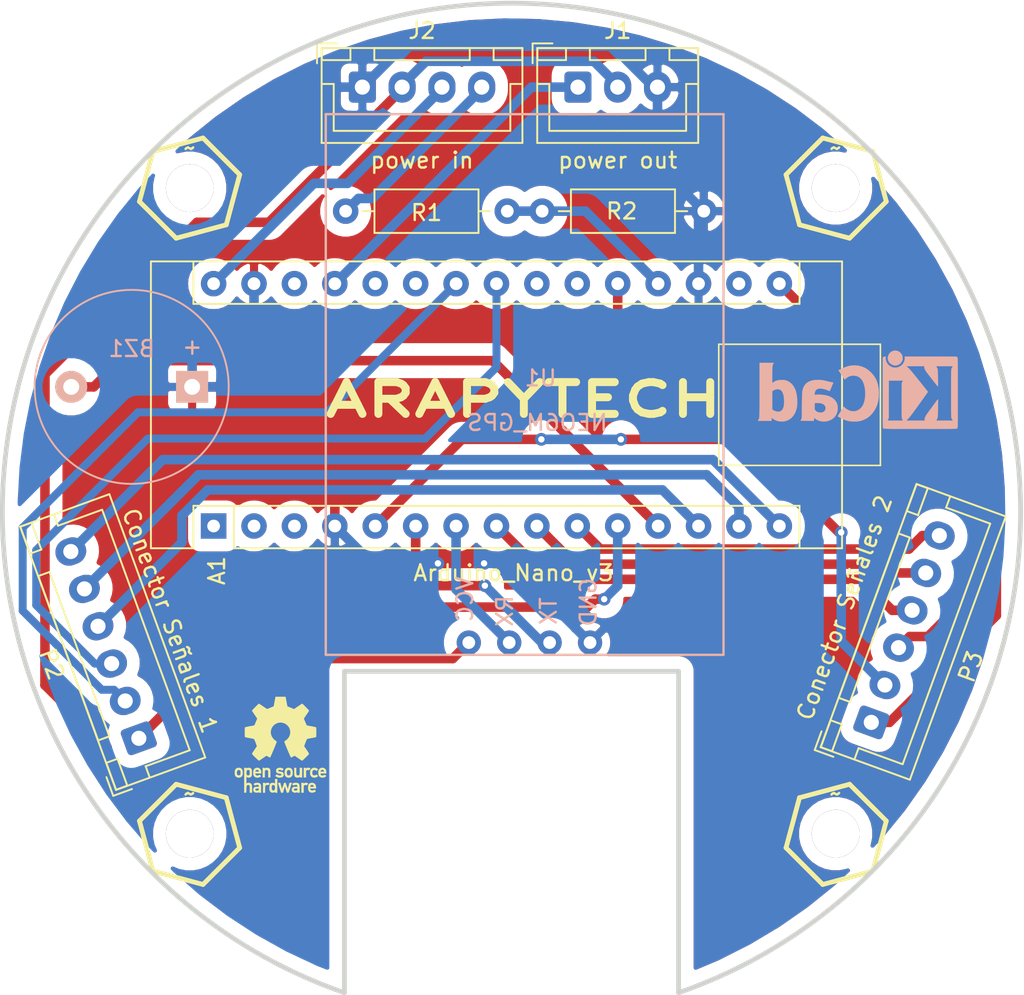
<source format=kicad_pcb>
(kicad_pcb (version 20171130) (host pcbnew "(5.1.2)-2")

  (general
    (thickness 1.6)
    (drawings 33)
    (tracks 153)
    (zones 0)
    (modules 15)
    (nets 31)
  )

  (page A4)
  (layers
    (0 F.Cu signal)
    (31 B.Cu signal)
    (32 B.Adhes user)
    (33 F.Adhes user)
    (34 B.Paste user)
    (35 F.Paste user)
    (36 B.SilkS user)
    (37 F.SilkS user)
    (38 B.Mask user)
    (39 F.Mask user)
    (40 Dwgs.User user)
    (41 Cmts.User user)
    (42 Eco1.User user)
    (43 Eco2.User user)
    (44 Edge.Cuts user)
    (45 Margin user)
    (46 B.CrtYd user)
    (47 F.CrtYd user)
    (48 B.Fab user)
    (49 F.Fab user)
  )

  (setup
    (last_trace_width 0.5)
    (user_trace_width 0.6)
    (user_trace_width 0.7)
    (user_trace_width 0.8)
    (trace_clearance 0.35)
    (zone_clearance 0.8)
    (zone_45_only no)
    (trace_min 0.5)
    (via_size 0.8)
    (via_drill 0.4)
    (via_min_size 0.4)
    (via_min_drill 0.3)
    (uvia_size 0.3)
    (uvia_drill 0.1)
    (uvias_allowed no)
    (uvia_min_size 0.2)
    (uvia_min_drill 0.1)
    (edge_width 0.15)
    (segment_width 0.2)
    (pcb_text_width 0.3)
    (pcb_text_size 1.5 1.5)
    (mod_edge_width 0.15)
    (mod_text_size 1 1)
    (mod_text_width 0.15)
    (pad_size 2 2)
    (pad_drill 1)
    (pad_to_mask_clearance 0.2)
    (aux_axis_origin 0 0)
    (visible_elements 7FFFFFFF)
    (pcbplotparams
      (layerselection 0x010f0_ffffffff)
      (usegerberextensions false)
      (usegerberattributes false)
      (usegerberadvancedattributes false)
      (creategerberjobfile false)
      (excludeedgelayer true)
      (linewidth 0.100000)
      (plotframeref false)
      (viasonmask false)
      (mode 1)
      (useauxorigin false)
      (hpglpennumber 1)
      (hpglpenspeed 20)
      (hpglpendiameter 15.000000)
      (psnegative false)
      (psa4output false)
      (plotreference true)
      (plotvalue true)
      (plotinvisibletext false)
      (padsonsilk false)
      (subtractmaskfromsilk true)
      (outputformat 1)
      (mirror false)
      (drillshape 0)
      (scaleselection 1)
      (outputdirectory "gerber/"))
  )

  (net 0 "")
  (net 1 "Net-(A1-Pad1)")
  (net 2 "Net-(A1-Pad17)")
  (net 3 "Net-(A1-Pad2)")
  (net 4 DGND)
  (net 5 "Net-(A1-Pad3)")
  (net 6 BATT)
  (net 7 INT_GIROSC)
  (net 8 "Net-(A1-Pad21)")
  (net 9 RX_GPS)
  (net 10 "Net-(A1-Pad22)")
  (net 11 TX_GPS)
  (net 12 SCL)
  (net 13 TEMP_SENS)
  (net 14 SDA)
  (net 15 "Net-(A1-Pad25)")
  (net 16 "Net-(A1-Pad26)")
  (net 17 5V)
  (net 18 "Net-(A1-Pad12)")
  (net 19 "Net-(A1-Pad28)")
  (net 20 CS)
  (net 21 MOSI)
  (net 22 VCC)
  (net 23 MISO)
  (net 24 SCK)
  (net 25 3.3V)
  (net 26 Dig1)
  (net 27 "Net-(A1-Pad19)")
  (net 28 PWM)
  (net 29 TRANS)
  (net 30 RESC)

  (net_class Default "Esta es la clase de red por defecto."
    (clearance 0.35)
    (trace_width 0.5)
    (via_dia 0.8)
    (via_drill 0.4)
    (uvia_dia 0.3)
    (uvia_drill 0.1)
    (diff_pair_width 0.5)
    (diff_pair_gap 0.25)
    (add_net 3.3V)
    (add_net 5V)
    (add_net BATT)
    (add_net CS)
    (add_net DGND)
    (add_net Dig1)
    (add_net INT_GIROSC)
    (add_net MISO)
    (add_net MOSI)
    (add_net "Net-(A1-Pad1)")
    (add_net "Net-(A1-Pad12)")
    (add_net "Net-(A1-Pad17)")
    (add_net "Net-(A1-Pad19)")
    (add_net "Net-(A1-Pad2)")
    (add_net "Net-(A1-Pad21)")
    (add_net "Net-(A1-Pad22)")
    (add_net "Net-(A1-Pad25)")
    (add_net "Net-(A1-Pad26)")
    (add_net "Net-(A1-Pad28)")
    (add_net "Net-(A1-Pad3)")
    (add_net PWM)
    (add_net RESC)
    (add_net RX_GPS)
    (add_net SCK)
    (add_net SCL)
    (add_net SDA)
    (add_net TEMP_SENS)
    (add_net TRANS)
    (add_net TX_GPS)
    (add_net VCC)
  )

  (module NEO_GPS:neo6m_gps (layer B.Cu) (tedit 5DAC72F4) (tstamp 5DABEA58)
    (at 83.55 71.05 90)
    (path /5D4D98CD)
    (fp_text reference U1 (at 17.9 -12) (layer B.SilkS)
      (effects (font (size 1 1) (thickness 0.15)) (justify mirror))
    )
    (fp_text value NEO6M_GPS (at 15.1 -12.2) (layer B.SilkS)
      (effects (font (size 1 1) (thickness 0.15)) (justify mirror))
    )
    (fp_text user VCC (at 4 -16.75 270) (layer B.SilkS)
      (effects (font (size 1 1) (thickness 0.15)) (justify mirror))
    )
    (fp_text user RX (at 3.25 -14.25 270) (layer B.SilkS)
      (effects (font (size 1 1) (thickness 0.15)) (justify mirror))
    )
    (fp_text user TX (at 3.25 -11.5 270) (layer B.SilkS)
      (effects (font (size 1 1) (thickness 0.15)) (justify mirror))
    )
    (fp_text user GND (at 3.81 -9 270) (layer B.SilkS)
      (effects (font (size 1 1) (thickness 0.15)) (justify mirror))
    )
    (fp_line (start 0 0) (end 35 0) (layer B.CrtYd) (width 0.15))
    (fp_line (start 35 0) (end 35 -26) (layer B.CrtYd) (width 0.15))
    (fp_line (start 35 -26) (end 0 -26) (layer B.Fab) (width 0.15))
    (fp_line (start 0 -26) (end 0 0) (layer B.CrtYd) (width 0.15))
    (fp_line (start 0.5 -0.5) (end 0.5 -25.5) (layer B.SilkS) (width 0.15))
    (fp_line (start 0.5 -25.5) (end 34.5 -25.5) (layer B.SilkS) (width 0.15))
    (fp_line (start 34.5 -25.5) (end 34.5 -0.5) (layer B.SilkS) (width 0.15))
    (fp_line (start 34.5 -0.5) (end 0.5 -0.5) (layer B.SilkS) (width 0.15))
    (pad 2 thru_hole circle (at 1.27 -11.43 90) (size 1.524 1.524) (drill 0.8) (layers *.Cu *.Mask)
      (net 9 RX_GPS))
    (pad 3 thru_hole circle (at 1.27 -13.97 90) (size 1.524 1.524) (drill 0.8) (layers *.Cu *.Mask)
      (net 11 TX_GPS))
    (pad 1 thru_hole circle (at 1.27 -8.89 90) (size 1.524 1.524) (drill 0.8) (layers *.Cu *.Mask)
      (net 4 DGND))
    (pad 4 thru_hole circle (at 1.27 -16.51 90) (size 1.524 1.524) (drill 0.8) (layers *.Cu *.Mask)
      (net 25 3.3V))
    (model ${KISYS3DMOD}/Connector_PinSocket_2.54mm.3dshapes/PinSocket_1x04_P2.54mm_Vertical.wrl
      (offset (xyz 1.25 -9 0))
      (scale (xyz 1 1 1))
      (rotate (xyz 0 0 0))
    )
    (model "D:/Documentos/Fiuna/arapy/Cansat/ensamblaje/ublox NEO-6M/ublox NEO-6M.STEP"
      (offset (xyz 18 -0.5 7))
      (scale (xyz 1 1 1))
      (rotate (xyz -90 0 -90))
    )
  )

  (module Symbol:OSHW-Logo_5.7x6mm_SilkScreen (layer F.Cu) (tedit 0) (tstamp 5DACBDD3)
    (at 55.2 76.2)
    (descr "Open Source Hardware Logo")
    (tags "Logo OSHW")
    (attr virtual)
    (fp_text reference REF** (at 0 0) (layer F.SilkS) hide
      (effects (font (size 1 1) (thickness 0.15)))
    )
    (fp_text value OSHW-Logo_5.7x6mm_SilkScreen (at 0.75 0) (layer F.Fab) hide
      (effects (font (size 1 1) (thickness 0.15)))
    )
    (fp_poly (pts (xy 0.376964 -2.709982) (xy 0.433812 -2.40843) (xy 0.853338 -2.235488) (xy 1.104984 -2.406605)
      (xy 1.175458 -2.45425) (xy 1.239163 -2.49679) (xy 1.293126 -2.532285) (xy 1.334373 -2.55879)
      (xy 1.359934 -2.574364) (xy 1.366895 -2.577722) (xy 1.379435 -2.569086) (xy 1.406231 -2.545208)
      (xy 1.44428 -2.509141) (xy 1.490579 -2.463933) (xy 1.542123 -2.412636) (xy 1.595909 -2.358299)
      (xy 1.648935 -2.303972) (xy 1.698195 -2.252705) (xy 1.740687 -2.207549) (xy 1.773407 -2.171554)
      (xy 1.793351 -2.14777) (xy 1.798119 -2.13981) (xy 1.791257 -2.125135) (xy 1.77202 -2.092986)
      (xy 1.74243 -2.046508) (xy 1.70451 -1.988844) (xy 1.660282 -1.92314) (xy 1.634654 -1.885664)
      (xy 1.587941 -1.817232) (xy 1.546432 -1.75548) (xy 1.51214 -1.703481) (xy 1.48708 -1.664308)
      (xy 1.473264 -1.641035) (xy 1.471188 -1.636145) (xy 1.475895 -1.622245) (xy 1.488723 -1.58985)
      (xy 1.507738 -1.543515) (xy 1.531003 -1.487794) (xy 1.556584 -1.427242) (xy 1.582545 -1.366414)
      (xy 1.60695 -1.309864) (xy 1.627863 -1.262148) (xy 1.643349 -1.227819) (xy 1.651472 -1.211432)
      (xy 1.651952 -1.210788) (xy 1.664707 -1.207659) (xy 1.698677 -1.200679) (xy 1.75034 -1.190533)
      (xy 1.816176 -1.177908) (xy 1.892664 -1.163491) (xy 1.93729 -1.155177) (xy 2.019021 -1.139616)
      (xy 2.092843 -1.124808) (xy 2.155021 -1.111564) (xy 2.201822 -1.100695) (xy 2.229509 -1.093011)
      (xy 2.235074 -1.090573) (xy 2.240526 -1.07407) (xy 2.244924 -1.0368) (xy 2.248272 -0.98312)
      (xy 2.250574 -0.917388) (xy 2.251832 -0.843963) (xy 2.252048 -0.767204) (xy 2.251227 -0.691468)
      (xy 2.249371 -0.621114) (xy 2.246482 -0.5605) (xy 2.242565 -0.513984) (xy 2.237622 -0.485925)
      (xy 2.234657 -0.480084) (xy 2.216934 -0.473083) (xy 2.179381 -0.463073) (xy 2.126964 -0.451231)
      (xy 2.064652 -0.438733) (xy 2.0429 -0.43469) (xy 1.938024 -0.41548) (xy 1.85518 -0.400009)
      (xy 1.79163 -0.387663) (xy 1.744637 -0.377827) (xy 1.711463 -0.369886) (xy 1.689371 -0.363224)
      (xy 1.675624 -0.357227) (xy 1.667484 -0.351281) (xy 1.666345 -0.350106) (xy 1.654977 -0.331174)
      (xy 1.637635 -0.294331) (xy 1.61605 -0.244087) (xy 1.591954 -0.184954) (xy 1.567079 -0.121444)
      (xy 1.543157 -0.058068) (xy 1.521919 0.000662) (xy 1.505097 0.050235) (xy 1.494422 0.086139)
      (xy 1.491627 0.103862) (xy 1.49186 0.104483) (xy 1.501331 0.11897) (xy 1.522818 0.150844)
      (xy 1.554063 0.196789) (xy 1.592807 0.253485) (xy 1.636793 0.317617) (xy 1.649319 0.335842)
      (xy 1.693984 0.401914) (xy 1.733288 0.4622) (xy 1.765088 0.513235) (xy 1.787245 0.55156)
      (xy 1.797617 0.573711) (xy 1.798119 0.576432) (xy 1.789405 0.590736) (xy 1.765325 0.619072)
      (xy 1.728976 0.658396) (xy 1.683453 0.705661) (xy 1.631852 0.757823) (xy 1.577267 0.811835)
      (xy 1.522794 0.864653) (xy 1.471529 0.913231) (xy 1.426567 0.954523) (xy 1.391004 0.985485)
      (xy 1.367935 1.00307) (xy 1.361554 1.005941) (xy 1.346699 0.999178) (xy 1.316286 0.980939)
      (xy 1.275268 0.954297) (xy 1.243709 0.932852) (xy 1.186525 0.893503) (xy 1.118806 0.847171)
      (xy 1.05088 0.800913) (xy 1.014361 0.776155) (xy 0.890752 0.692547) (xy 0.786991 0.74865)
      (xy 0.73972 0.773228) (xy 0.699523 0.792331) (xy 0.672326 0.803227) (xy 0.665402 0.804743)
      (xy 0.657077 0.793549) (xy 0.640654 0.761917) (xy 0.617357 0.712765) (xy 0.588414 0.64901)
      (xy 0.55505 0.573571) (xy 0.518491 0.489364) (xy 0.479964 0.399308) (xy 0.440694 0.306321)
      (xy 0.401908 0.21332) (xy 0.36483 0.123223) (xy 0.330689 0.038948) (xy 0.300708 -0.036587)
      (xy 0.276116 -0.100466) (xy 0.258136 -0.149769) (xy 0.247997 -0.181579) (xy 0.246366 -0.192504)
      (xy 0.259291 -0.206439) (xy 0.287589 -0.22906) (xy 0.325346 -0.255667) (xy 0.328515 -0.257772)
      (xy 0.4261 -0.335886) (xy 0.504786 -0.427018) (xy 0.563891 -0.528255) (xy 0.602732 -0.636682)
      (xy 0.620628 -0.749386) (xy 0.616897 -0.863452) (xy 0.590857 -0.975966) (xy 0.541825 -1.084015)
      (xy 0.5274 -1.107655) (xy 0.452369 -1.203113) (xy 0.36373 -1.279768) (xy 0.264549 -1.33722)
      (xy 0.157895 -1.375071) (xy 0.046836 -1.392922) (xy -0.065561 -1.390375) (xy -0.176227 -1.36703)
      (xy -0.282094 -1.32249) (xy -0.380095 -1.256355) (xy -0.41041 -1.229513) (xy -0.487562 -1.145488)
      (xy -0.543782 -1.057034) (xy -0.582347 -0.957885) (xy -0.603826 -0.859697) (xy -0.609128 -0.749303)
      (xy -0.591448 -0.63836) (xy -0.552581 -0.530619) (xy -0.494323 -0.429831) (xy -0.418469 -0.339744)
      (xy -0.326817 -0.264108) (xy -0.314772 -0.256136) (xy -0.276611 -0.230026) (xy -0.247601 -0.207405)
      (xy -0.233732 -0.192961) (xy -0.233531 -0.192504) (xy -0.236508 -0.176879) (xy -0.248311 -0.141418)
      (xy -0.267714 -0.089038) (xy -0.293488 -0.022655) (xy -0.324409 0.054814) (xy -0.359249 0.14045)
      (xy -0.396783 0.231337) (xy -0.435783 0.324559) (xy -0.475023 0.417197) (xy -0.513276 0.506335)
      (xy -0.549317 0.589055) (xy -0.581917 0.662441) (xy -0.609852 0.723575) (xy -0.631895 0.769541)
      (xy -0.646818 0.797421) (xy -0.652828 0.804743) (xy -0.671191 0.799041) (xy -0.705552 0.783749)
      (xy -0.749984 0.761599) (xy -0.774417 0.74865) (xy -0.878178 0.692547) (xy -1.001787 0.776155)
      (xy -1.064886 0.818987) (xy -1.13397 0.866122) (xy -1.198707 0.910503) (xy -1.231134 0.932852)
      (xy -1.276741 0.963477) (xy -1.31536 0.987747) (xy -1.341952 1.002587) (xy -1.35059 1.005724)
      (xy -1.363161 0.997261) (xy -1.390984 0.973636) (xy -1.431361 0.937302) (xy -1.481595 0.890711)
      (xy -1.538988 0.836317) (xy -1.575286 0.801392) (xy -1.63879 0.738996) (xy -1.693673 0.683188)
      (xy -1.737714 0.636354) (xy -1.768695 0.600882) (xy -1.784398 0.579161) (xy -1.785905 0.574752)
      (xy -1.778914 0.557985) (xy -1.759594 0.524082) (xy -1.730091 0.476476) (xy -1.692545 0.418599)
      (xy -1.6491 0.353884) (xy -1.636745 0.335842) (xy -1.591727 0.270267) (xy -1.55134 0.211228)
      (xy -1.51784 0.162042) (xy -1.493486 0.126028) (xy -1.480536 0.106502) (xy -1.479285 0.104483)
      (xy -1.481156 0.088922) (xy -1.491087 0.054709) (xy -1.507347 0.006355) (xy -1.528205 -0.051629)
      (xy -1.551927 -0.11473) (xy -1.576784 -0.178437) (xy -1.601042 -0.238239) (xy -1.622971 -0.289624)
      (xy -1.640838 -0.328081) (xy -1.652913 -0.349098) (xy -1.653771 -0.350106) (xy -1.661154 -0.356112)
      (xy -1.673625 -0.362052) (xy -1.69392 -0.36854) (xy -1.724778 -0.376191) (xy -1.768934 -0.38562)
      (xy -1.829126 -0.397441) (xy -1.908093 -0.412271) (xy -2.00857 -0.430723) (xy -2.030325 -0.43469)
      (xy -2.094802 -0.447147) (xy -2.151011 -0.459334) (xy -2.193987 -0.470074) (xy -2.21876 -0.478191)
      (xy -2.222082 -0.480084) (xy -2.227556 -0.496862) (xy -2.232006 -0.534355) (xy -2.235428 -0.588206)
      (xy -2.237819 -0.654056) (xy -2.239177 -0.727547) (xy -2.239499 -0.80432) (xy -2.238781 -0.880017)
      (xy -2.237021 -0.95028) (xy -2.234216 -1.01075) (xy -2.230362 -1.05707) (xy -2.225457 -1.084881)
      (xy -2.2225 -1.090573) (xy -2.206037 -1.096314) (xy -2.168551 -1.105655) (xy -2.113775 -1.117785)
      (xy -2.045445 -1.131893) (xy -1.967294 -1.14717) (xy -1.924716 -1.155177) (xy -1.843929 -1.170279)
      (xy -1.771887 -1.18396) (xy -1.712111 -1.195533) (xy -1.668121 -1.204313) (xy -1.643439 -1.209613)
      (xy -1.639377 -1.210788) (xy -1.632511 -1.224035) (xy -1.617998 -1.255943) (xy -1.597771 -1.301953)
      (xy -1.573766 -1.357508) (xy -1.547918 -1.418047) (xy -1.52216 -1.479014) (xy -1.498427 -1.535849)
      (xy -1.478654 -1.583994) (xy -1.464776 -1.61889) (xy -1.458726 -1.635979) (xy -1.458614 -1.636726)
      (xy -1.465472 -1.650207) (xy -1.484698 -1.68123) (xy -1.514272 -1.726711) (xy -1.552173 -1.783568)
      (xy -1.59638 -1.848717) (xy -1.622079 -1.886138) (xy -1.668907 -1.954753) (xy -1.710499 -2.017048)
      (xy -1.744825 -2.069871) (xy -1.769857 -2.110073) (xy -1.783565 -2.1345) (xy -1.785544 -2.139976)
      (xy -1.777034 -2.152722) (xy -1.753507 -2.179937) (xy -1.717968 -2.218572) (xy -1.673423 -2.265577)
      (xy -1.622877 -2.317905) (xy -1.569336 -2.372505) (xy -1.515805 -2.42633) (xy -1.465289 -2.47633)
      (xy -1.420794 -2.519457) (xy -1.385325 -2.552661) (xy -1.361887 -2.572894) (xy -1.354046 -2.577722)
      (xy -1.34128 -2.570933) (xy -1.310744 -2.551858) (xy -1.26541 -2.522439) (xy -1.208244 -2.484619)
      (xy -1.142216 -2.440339) (xy -1.09241 -2.406605) (xy -0.840764 -2.235488) (xy -0.631001 -2.321959)
      (xy -0.421237 -2.40843) (xy -0.364389 -2.709982) (xy -0.30754 -3.011534) (xy 0.320115 -3.011534)
      (xy 0.376964 -2.709982)) (layer F.SilkS) (width 0.01))
    (fp_poly (pts (xy 1.79946 1.45803) (xy 1.842711 1.471245) (xy 1.870558 1.487941) (xy 1.879629 1.501145)
      (xy 1.877132 1.516797) (xy 1.860931 1.541385) (xy 1.847232 1.5588) (xy 1.818992 1.590283)
      (xy 1.797775 1.603529) (xy 1.779688 1.602664) (xy 1.726035 1.58901) (xy 1.68663 1.58963)
      (xy 1.654632 1.605104) (xy 1.64389 1.614161) (xy 1.609505 1.646027) (xy 1.609505 2.062179)
      (xy 1.471188 2.062179) (xy 1.471188 1.458614) (xy 1.540347 1.458614) (xy 1.581869 1.460256)
      (xy 1.603291 1.466087) (xy 1.609502 1.477461) (xy 1.609505 1.477798) (xy 1.612439 1.489713)
      (xy 1.625704 1.488159) (xy 1.644084 1.479563) (xy 1.682046 1.463568) (xy 1.712872 1.453945)
      (xy 1.752536 1.451478) (xy 1.79946 1.45803)) (layer F.SilkS) (width 0.01))
    (fp_poly (pts (xy -0.754012 1.469002) (xy -0.722717 1.48395) (xy -0.692409 1.505541) (xy -0.669318 1.530391)
      (xy -0.6525 1.562087) (xy -0.641006 1.604214) (xy -0.633891 1.660358) (xy -0.630207 1.734106)
      (xy -0.629008 1.829044) (xy -0.628989 1.838985) (xy -0.628713 2.062179) (xy -0.76703 2.062179)
      (xy -0.76703 1.856418) (xy -0.767128 1.780189) (xy -0.767809 1.724939) (xy -0.769651 1.686501)
      (xy -0.773233 1.660706) (xy -0.779132 1.643384) (xy -0.787927 1.630368) (xy -0.80018 1.617507)
      (xy -0.843047 1.589873) (xy -0.889843 1.584745) (xy -0.934424 1.602217) (xy -0.949928 1.615221)
      (xy -0.96131 1.627447) (xy -0.969481 1.64054) (xy -0.974974 1.658615) (xy -0.97832 1.685787)
      (xy -0.980051 1.72617) (xy -0.980697 1.783879) (xy -0.980792 1.854132) (xy -0.980792 2.062179)
      (xy -1.119109 2.062179) (xy -1.119109 1.458614) (xy -1.04995 1.458614) (xy -1.008428 1.460256)
      (xy -0.987006 1.466087) (xy -0.980795 1.477461) (xy -0.980792 1.477798) (xy -0.97791 1.488938)
      (xy -0.965199 1.487674) (xy -0.939926 1.475434) (xy -0.882605 1.457424) (xy -0.817037 1.455421)
      (xy -0.754012 1.469002)) (layer F.SilkS) (width 0.01))
    (fp_poly (pts (xy 2.677898 1.456457) (xy 2.710096 1.464279) (xy 2.771825 1.492921) (xy 2.82461 1.536667)
      (xy 2.861141 1.589117) (xy 2.86616 1.600893) (xy 2.873045 1.63174) (xy 2.877864 1.677371)
      (xy 2.879505 1.723492) (xy 2.879505 1.810693) (xy 2.697178 1.810693) (xy 2.621979 1.810978)
      (xy 2.569003 1.812704) (xy 2.535325 1.817181) (xy 2.51802 1.82572) (xy 2.514163 1.83963)
      (xy 2.520829 1.860222) (xy 2.53277 1.884315) (xy 2.56608 1.924525) (xy 2.612368 1.944558)
      (xy 2.668944 1.943905) (xy 2.733031 1.922101) (xy 2.788417 1.895193) (xy 2.834375 1.931532)
      (xy 2.880333 1.967872) (xy 2.837096 2.007819) (xy 2.779374 2.045563) (xy 2.708386 2.06832)
      (xy 2.632029 2.074688) (xy 2.558199 2.063268) (xy 2.546287 2.059393) (xy 2.481399 2.025506)
      (xy 2.43313 1.974986) (xy 2.400465 1.906325) (xy 2.382385 1.818014) (xy 2.382175 1.816121)
      (xy 2.380556 1.719878) (xy 2.3871 1.685542) (xy 2.514852 1.685542) (xy 2.526584 1.690822)
      (xy 2.558438 1.694867) (xy 2.605397 1.697176) (xy 2.635154 1.697525) (xy 2.690648 1.697306)
      (xy 2.725346 1.695916) (xy 2.743601 1.692251) (xy 2.749766 1.68521) (xy 2.748195 1.67369)
      (xy 2.746878 1.669233) (xy 2.724382 1.627355) (xy 2.689003 1.593604) (xy 2.65778 1.578773)
      (xy 2.616301 1.579668) (xy 2.574269 1.598164) (xy 2.539012 1.628786) (xy 2.517854 1.666062)
      (xy 2.514852 1.685542) (xy 2.3871 1.685542) (xy 2.39669 1.635229) (xy 2.428698 1.564191)
      (xy 2.474701 1.508779) (xy 2.532821 1.471009) (xy 2.60118 1.452896) (xy 2.677898 1.456457)) (layer F.SilkS) (width 0.01))
    (fp_poly (pts (xy 2.217226 1.46388) (xy 2.29008 1.49483) (xy 2.313027 1.509895) (xy 2.342354 1.533048)
      (xy 2.360764 1.551253) (xy 2.363961 1.557183) (xy 2.354935 1.57034) (xy 2.331837 1.592667)
      (xy 2.313344 1.60825) (xy 2.262728 1.648926) (xy 2.22276 1.615295) (xy 2.191874 1.593584)
      (xy 2.161759 1.58609) (xy 2.127292 1.58792) (xy 2.072561 1.601528) (xy 2.034886 1.629772)
      (xy 2.011991 1.675433) (xy 2.001597 1.741289) (xy 2.001595 1.741331) (xy 2.002494 1.814939)
      (xy 2.016463 1.868946) (xy 2.044328 1.905716) (xy 2.063325 1.918168) (xy 2.113776 1.933673)
      (xy 2.167663 1.933683) (xy 2.214546 1.918638) (xy 2.225644 1.911287) (xy 2.253476 1.892511)
      (xy 2.275236 1.889434) (xy 2.298704 1.903409) (xy 2.324649 1.92851) (xy 2.365716 1.97088)
      (xy 2.320121 2.008464) (xy 2.249674 2.050882) (xy 2.170233 2.071785) (xy 2.087215 2.070272)
      (xy 2.032694 2.056411) (xy 1.96897 2.022135) (xy 1.918005 1.968212) (xy 1.894851 1.930149)
      (xy 1.876099 1.875536) (xy 1.866715 1.806369) (xy 1.866643 1.731407) (xy 1.875824 1.659409)
      (xy 1.894199 1.599137) (xy 1.897093 1.592958) (xy 1.939952 1.532351) (xy 1.997979 1.488224)
      (xy 2.066591 1.461493) (xy 2.141201 1.453073) (xy 2.217226 1.46388)) (layer F.SilkS) (width 0.01))
    (fp_poly (pts (xy 0.993367 1.654342) (xy 0.994555 1.746563) (xy 0.998897 1.81661) (xy 1.007558 1.867381)
      (xy 1.021704 1.901772) (xy 1.0425 1.922679) (xy 1.07111 1.933) (xy 1.106535 1.935636)
      (xy 1.143636 1.932682) (xy 1.171818 1.921889) (xy 1.192243 1.90036) (xy 1.206079 1.865199)
      (xy 1.214491 1.81351) (xy 1.218643 1.742394) (xy 1.219703 1.654342) (xy 1.219703 1.458614)
      (xy 1.35802 1.458614) (xy 1.35802 2.062179) (xy 1.288862 2.062179) (xy 1.24717 2.060489)
      (xy 1.225701 2.054556) (xy 1.219703 2.043293) (xy 1.216091 2.033261) (xy 1.201714 2.035383)
      (xy 1.172736 2.04958) (xy 1.106319 2.07148) (xy 1.035875 2.069928) (xy 0.968377 2.046147)
      (xy 0.936233 2.027362) (xy 0.911715 2.007022) (xy 0.893804 1.981573) (xy 0.881479 1.947458)
      (xy 0.873723 1.901121) (xy 0.869516 1.839007) (xy 0.86784 1.757561) (xy 0.867624 1.694578)
      (xy 0.867624 1.458614) (xy 0.993367 1.458614) (xy 0.993367 1.654342)) (layer F.SilkS) (width 0.01))
    (fp_poly (pts (xy 0.610762 1.466055) (xy 0.674363 1.500692) (xy 0.724123 1.555372) (xy 0.747568 1.599842)
      (xy 0.757634 1.639121) (xy 0.764156 1.695116) (xy 0.766951 1.759621) (xy 0.765836 1.824429)
      (xy 0.760626 1.881334) (xy 0.754541 1.911727) (xy 0.734014 1.953306) (xy 0.698463 1.997468)
      (xy 0.655619 2.036087) (xy 0.613211 2.061034) (xy 0.612177 2.06143) (xy 0.559553 2.072331)
      (xy 0.497188 2.072601) (xy 0.437924 2.062676) (xy 0.41504 2.054722) (xy 0.356102 2.0213)
      (xy 0.31389 1.977511) (xy 0.286156 1.919538) (xy 0.270651 1.843565) (xy 0.267143 1.803771)
      (xy 0.26759 1.753766) (xy 0.402376 1.753766) (xy 0.406917 1.826732) (xy 0.419986 1.882334)
      (xy 0.440756 1.917861) (xy 0.455552 1.92802) (xy 0.493464 1.935104) (xy 0.538527 1.933007)
      (xy 0.577487 1.922812) (xy 0.587704 1.917204) (xy 0.614659 1.884538) (xy 0.632451 1.834545)
      (xy 0.640024 1.773705) (xy 0.636325 1.708497) (xy 0.628057 1.669253) (xy 0.60432 1.623805)
      (xy 0.566849 1.595396) (xy 0.52172 1.585573) (xy 0.475011 1.595887) (xy 0.439132 1.621112)
      (xy 0.420277 1.641925) (xy 0.409272 1.662439) (xy 0.404026 1.690203) (xy 0.402449 1.732762)
      (xy 0.402376 1.753766) (xy 0.26759 1.753766) (xy 0.268094 1.69758) (xy 0.285388 1.610501)
      (xy 0.319029 1.54253) (xy 0.369018 1.493664) (xy 0.435356 1.463899) (xy 0.449601 1.460448)
      (xy 0.53521 1.452345) (xy 0.610762 1.466055)) (layer F.SilkS) (width 0.01))
    (fp_poly (pts (xy 0.014017 1.456452) (xy 0.061634 1.465482) (xy 0.111034 1.48437) (xy 0.116312 1.486777)
      (xy 0.153774 1.506476) (xy 0.179717 1.524781) (xy 0.188103 1.536508) (xy 0.180117 1.555632)
      (xy 0.16072 1.58385) (xy 0.15211 1.594384) (xy 0.116628 1.635847) (xy 0.070885 1.608858)
      (xy 0.02735 1.590878) (xy -0.02295 1.581267) (xy -0.071188 1.58066) (xy -0.108533 1.589691)
      (xy -0.117495 1.595327) (xy -0.134563 1.621171) (xy -0.136637 1.650941) (xy -0.123866 1.674197)
      (xy -0.116312 1.678708) (xy -0.093675 1.684309) (xy -0.053885 1.690892) (xy -0.004834 1.697183)
      (xy 0.004215 1.69817) (xy 0.082996 1.711798) (xy 0.140136 1.734946) (xy 0.17803 1.769752)
      (xy 0.199079 1.818354) (xy 0.205635 1.877718) (xy 0.196577 1.945198) (xy 0.167164 1.998188)
      (xy 0.117278 2.036783) (xy 0.0468 2.061081) (xy -0.031435 2.070667) (xy -0.095234 2.070552)
      (xy -0.146984 2.061845) (xy -0.182327 2.049825) (xy -0.226983 2.02888) (xy -0.268253 2.004574)
      (xy -0.282921 1.993876) (xy -0.320643 1.963084) (xy -0.275148 1.917049) (xy -0.229653 1.871013)
      (xy -0.177928 1.905243) (xy -0.126048 1.930952) (xy -0.070649 1.944399) (xy -0.017395 1.945818)
      (xy 0.028049 1.935443) (xy 0.060016 1.913507) (xy 0.070338 1.894998) (xy 0.068789 1.865314)
      (xy 0.04314 1.842615) (xy -0.00654 1.82694) (xy -0.060969 1.819695) (xy -0.144736 1.805873)
      (xy -0.206967 1.779796) (xy -0.248493 1.740699) (xy -0.270147 1.68782) (xy -0.273147 1.625126)
      (xy -0.258329 1.559642) (xy -0.224546 1.510144) (xy -0.171495 1.476408) (xy -0.098874 1.458207)
      (xy -0.045072 1.454639) (xy 0.014017 1.456452)) (layer F.SilkS) (width 0.01))
    (fp_poly (pts (xy -1.356699 1.472614) (xy -1.344168 1.478514) (xy -1.300799 1.510283) (xy -1.25979 1.556646)
      (xy -1.229168 1.607696) (xy -1.220459 1.631166) (xy -1.212512 1.673091) (xy -1.207774 1.723757)
      (xy -1.207199 1.744679) (xy -1.207129 1.810693) (xy -1.587083 1.810693) (xy -1.578983 1.845273)
      (xy -1.559104 1.88617) (xy -1.524347 1.921514) (xy -1.482998 1.944282) (xy -1.456649 1.94901)
      (xy -1.420916 1.943273) (xy -1.378282 1.928882) (xy -1.363799 1.922262) (xy -1.31024 1.895513)
      (xy -1.264533 1.930376) (xy -1.238158 1.953955) (xy -1.224124 1.973417) (xy -1.223414 1.979129)
      (xy -1.235951 1.992973) (xy -1.263428 2.014012) (xy -1.288366 2.030425) (xy -1.355664 2.05993)
      (xy -1.43111 2.073284) (xy -1.505888 2.069812) (xy -1.565495 2.051663) (xy -1.626941 2.012784)
      (xy -1.670608 1.961595) (xy -1.697926 1.895367) (xy -1.710322 1.811371) (xy -1.711421 1.772936)
      (xy -1.707022 1.684861) (xy -1.706482 1.682299) (xy -1.580582 1.682299) (xy -1.577115 1.690558)
      (xy -1.562863 1.695113) (xy -1.53347 1.697065) (xy -1.484575 1.697517) (xy -1.465748 1.697525)
      (xy -1.408467 1.696843) (xy -1.372141 1.694364) (xy -1.352604 1.689443) (xy -1.34569 1.681434)
      (xy -1.345445 1.678862) (xy -1.353336 1.658423) (xy -1.373085 1.629789) (xy -1.381575 1.619763)
      (xy -1.413094 1.591408) (xy -1.445949 1.580259) (xy -1.463651 1.579327) (xy -1.511539 1.590981)
      (xy -1.551699 1.622285) (xy -1.577173 1.667752) (xy -1.577625 1.669233) (xy -1.580582 1.682299)
      (xy -1.706482 1.682299) (xy -1.692392 1.61551) (xy -1.666038 1.560025) (xy -1.633807 1.520639)
      (xy -1.574217 1.477931) (xy -1.504168 1.455109) (xy -1.429661 1.453046) (xy -1.356699 1.472614)) (layer F.SilkS) (width 0.01))
    (fp_poly (pts (xy -2.538261 1.465148) (xy -2.472479 1.494231) (xy -2.42254 1.542793) (xy -2.388374 1.610908)
      (xy -2.369907 1.698651) (xy -2.368583 1.712351) (xy -2.367546 1.808939) (xy -2.380993 1.893602)
      (xy -2.408108 1.962221) (xy -2.422627 1.984294) (xy -2.473201 2.031011) (xy -2.537609 2.061268)
      (xy -2.609666 2.073824) (xy -2.683185 2.067439) (xy -2.739072 2.047772) (xy -2.787132 2.014629)
      (xy -2.826412 1.971175) (xy -2.827092 1.970158) (xy -2.843044 1.943338) (xy -2.85341 1.916368)
      (xy -2.859688 1.882332) (xy -2.863373 1.83431) (xy -2.864997 1.794931) (xy -2.865672 1.759219)
      (xy -2.739955 1.759219) (xy -2.738726 1.79477) (xy -2.734266 1.842094) (xy -2.726397 1.872465)
      (xy -2.712207 1.894072) (xy -2.698917 1.906694) (xy -2.651802 1.933122) (xy -2.602505 1.936653)
      (xy -2.556593 1.917639) (xy -2.533638 1.896331) (xy -2.517096 1.874859) (xy -2.507421 1.854313)
      (xy -2.503174 1.827574) (xy -2.50292 1.787523) (xy -2.504228 1.750638) (xy -2.507043 1.697947)
      (xy -2.511505 1.663772) (xy -2.519548 1.64148) (xy -2.533103 1.624442) (xy -2.543845 1.614703)
      (xy -2.588777 1.589123) (xy -2.637249 1.587847) (xy -2.677894 1.602999) (xy -2.712567 1.634642)
      (xy -2.733224 1.68662) (xy -2.739955 1.759219) (xy -2.865672 1.759219) (xy -2.866479 1.716621)
      (xy -2.863948 1.658056) (xy -2.856362 1.614007) (xy -2.842681 1.579248) (xy -2.821865 1.548551)
      (xy -2.814147 1.539436) (xy -2.765889 1.494021) (xy -2.714128 1.467493) (xy -2.650828 1.456379)
      (xy -2.619961 1.455471) (xy -2.538261 1.465148)) (layer F.SilkS) (width 0.01))
    (fp_poly (pts (xy 2.032581 2.40497) (xy 2.092685 2.420597) (xy 2.143021 2.452848) (xy 2.167393 2.47694)
      (xy 2.207345 2.533895) (xy 2.230242 2.599965) (xy 2.238108 2.681182) (xy 2.238148 2.687748)
      (xy 2.238218 2.753763) (xy 1.858264 2.753763) (xy 1.866363 2.788342) (xy 1.880987 2.819659)
      (xy 1.906581 2.852291) (xy 1.911935 2.8575) (xy 1.957943 2.885694) (xy 2.01041 2.890475)
      (xy 2.070803 2.871926) (xy 2.08104 2.866931) (xy 2.112439 2.851745) (xy 2.13347 2.843094)
      (xy 2.137139 2.842293) (xy 2.149948 2.850063) (xy 2.174378 2.869072) (xy 2.186779 2.87946)
      (xy 2.212476 2.903321) (xy 2.220915 2.919077) (xy 2.215058 2.933571) (xy 2.211928 2.937534)
      (xy 2.190725 2.954879) (xy 2.155738 2.975959) (xy 2.131337 2.988265) (xy 2.062072 3.009946)
      (xy 1.985388 3.016971) (xy 1.912765 3.008647) (xy 1.892426 3.002686) (xy 1.829476 2.968952)
      (xy 1.782815 2.917045) (xy 1.752173 2.846459) (xy 1.737282 2.756692) (xy 1.735647 2.709753)
      (xy 1.740421 2.641413) (xy 1.86099 2.641413) (xy 1.872652 2.646465) (xy 1.903998 2.650429)
      (xy 1.949571 2.652768) (xy 1.980446 2.653169) (xy 2.035981 2.652783) (xy 2.071033 2.650975)
      (xy 2.090262 2.646773) (xy 2.09833 2.639203) (xy 2.099901 2.628218) (xy 2.089121 2.594381)
      (xy 2.06198 2.56094) (xy 2.026277 2.535272) (xy 1.99056 2.524772) (xy 1.942048 2.534086)
      (xy 1.900053 2.561013) (xy 1.870936 2.599827) (xy 1.86099 2.641413) (xy 1.740421 2.641413)
      (xy 1.742599 2.610236) (xy 1.764055 2.530949) (xy 1.80047 2.471263) (xy 1.852297 2.430549)
      (xy 1.91999 2.408179) (xy 1.956662 2.403871) (xy 2.032581 2.40497)) (layer F.SilkS) (width 0.01))
    (fp_poly (pts (xy 1.635255 2.401486) (xy 1.683595 2.411015) (xy 1.711114 2.425125) (xy 1.740064 2.448568)
      (xy 1.698876 2.500571) (xy 1.673482 2.532064) (xy 1.656238 2.547428) (xy 1.639102 2.549776)
      (xy 1.614027 2.542217) (xy 1.602257 2.537941) (xy 1.55427 2.531631) (xy 1.510324 2.545156)
      (xy 1.47806 2.57571) (xy 1.472819 2.585452) (xy 1.467112 2.611258) (xy 1.462706 2.658817)
      (xy 1.459811 2.724758) (xy 1.458631 2.80571) (xy 1.458614 2.817226) (xy 1.458614 3.017822)
      (xy 1.320297 3.017822) (xy 1.320297 2.401683) (xy 1.389456 2.401683) (xy 1.429333 2.402725)
      (xy 1.450107 2.407358) (xy 1.457789 2.417849) (xy 1.458614 2.427745) (xy 1.458614 2.453806)
      (xy 1.491745 2.427745) (xy 1.529735 2.409965) (xy 1.58077 2.401174) (xy 1.635255 2.401486)) (layer F.SilkS) (width 0.01))
    (fp_poly (pts (xy 1.038411 2.405417) (xy 1.091411 2.41829) (xy 1.106731 2.42511) (xy 1.136428 2.442974)
      (xy 1.15922 2.463093) (xy 1.176083 2.488962) (xy 1.187998 2.524073) (xy 1.195942 2.57192)
      (xy 1.200894 2.635996) (xy 1.203831 2.719794) (xy 1.204947 2.775768) (xy 1.209052 3.017822)
      (xy 1.138932 3.017822) (xy 1.096393 3.016038) (xy 1.074476 3.009942) (xy 1.068812 2.999706)
      (xy 1.065821 2.988637) (xy 1.052451 2.990754) (xy 1.034233 2.999629) (xy 0.988624 3.013233)
      (xy 0.930007 3.016899) (xy 0.868354 3.010903) (xy 0.813638 2.995521) (xy 0.80873 2.993386)
      (xy 0.758723 2.958255) (xy 0.725756 2.909419) (xy 0.710587 2.852333) (xy 0.711746 2.831824)
      (xy 0.835508 2.831824) (xy 0.846413 2.859425) (xy 0.878745 2.879204) (xy 0.93091 2.889819)
      (xy 0.958787 2.891228) (xy 1.005247 2.88762) (xy 1.036129 2.873597) (xy 1.043664 2.866931)
      (xy 1.064076 2.830666) (xy 1.068812 2.797773) (xy 1.068812 2.753763) (xy 1.007513 2.753763)
      (xy 0.936256 2.757395) (xy 0.886276 2.768818) (xy 0.854696 2.788824) (xy 0.847626 2.797743)
      (xy 0.835508 2.831824) (xy 0.711746 2.831824) (xy 0.713971 2.792456) (xy 0.736663 2.735244)
      (xy 0.767624 2.69658) (xy 0.786376 2.679864) (xy 0.804733 2.668878) (xy 0.828619 2.66218)
      (xy 0.863957 2.658326) (xy 0.916669 2.655873) (xy 0.937577 2.655168) (xy 1.068812 2.650879)
      (xy 1.06862 2.611158) (xy 1.063537 2.569405) (xy 1.045162 2.544158) (xy 1.008039 2.52803)
      (xy 1.007043 2.527742) (xy 0.95441 2.5214) (xy 0.902906 2.529684) (xy 0.86463 2.549827)
      (xy 0.849272 2.559773) (xy 0.83273 2.558397) (xy 0.807275 2.543987) (xy 0.792328 2.533817)
      (xy 0.763091 2.512088) (xy 0.74498 2.4958) (xy 0.742074 2.491137) (xy 0.75404 2.467005)
      (xy 0.789396 2.438185) (xy 0.804753 2.428461) (xy 0.848901 2.411714) (xy 0.908398 2.402227)
      (xy 0.974487 2.400095) (xy 1.038411 2.405417)) (layer F.SilkS) (width 0.01))
    (fp_poly (pts (xy 0.281524 2.404237) (xy 0.331255 2.407971) (xy 0.461291 2.797773) (xy 0.481678 2.728614)
      (xy 0.493946 2.685874) (xy 0.510085 2.628115) (xy 0.527512 2.564625) (xy 0.536726 2.53057)
      (xy 0.571388 2.401683) (xy 0.714391 2.401683) (xy 0.671646 2.536857) (xy 0.650596 2.603342)
      (xy 0.625167 2.683539) (xy 0.59861 2.767193) (xy 0.574902 2.841782) (xy 0.520902 3.011535)
      (xy 0.462598 3.015328) (xy 0.404295 3.019122) (xy 0.372679 2.914734) (xy 0.353182 2.849889)
      (xy 0.331904 2.7784) (xy 0.313308 2.715263) (xy 0.312574 2.71275) (xy 0.298684 2.669969)
      (xy 0.286429 2.640779) (xy 0.277846 2.629741) (xy 0.276082 2.631018) (xy 0.269891 2.64813)
      (xy 0.258128 2.684787) (xy 0.242225 2.736378) (xy 0.223614 2.798294) (xy 0.213543 2.832352)
      (xy 0.159007 3.017822) (xy 0.043264 3.017822) (xy -0.049263 2.725471) (xy -0.075256 2.643462)
      (xy -0.098934 2.568987) (xy -0.11918 2.505544) (xy -0.134874 2.456632) (xy -0.144898 2.425749)
      (xy -0.147945 2.416726) (xy -0.145533 2.407487) (xy -0.126592 2.403441) (xy -0.087177 2.403846)
      (xy -0.081007 2.404152) (xy -0.007914 2.407971) (xy 0.039957 2.58401) (xy 0.057553 2.648211)
      (xy 0.073277 2.704649) (xy 0.085746 2.748422) (xy 0.093574 2.77463) (xy 0.09502 2.778903)
      (xy 0.101014 2.77399) (xy 0.113101 2.748532) (xy 0.129893 2.705997) (xy 0.150003 2.64985)
      (xy 0.167003 2.59913) (xy 0.231794 2.400504) (xy 0.281524 2.404237)) (layer F.SilkS) (width 0.01))
    (fp_poly (pts (xy -0.201188 3.017822) (xy -0.270346 3.017822) (xy -0.310488 3.016645) (xy -0.331394 3.011772)
      (xy -0.338922 3.001186) (xy -0.339505 2.994029) (xy -0.340774 2.979676) (xy -0.348779 2.976923)
      (xy -0.369815 2.985771) (xy -0.386173 2.994029) (xy -0.448977 3.013597) (xy -0.517248 3.014729)
      (xy -0.572752 3.000135) (xy -0.624438 2.964877) (xy -0.663838 2.912835) (xy -0.685413 2.85145)
      (xy -0.685962 2.848018) (xy -0.689167 2.810571) (xy -0.690761 2.756813) (xy -0.690633 2.716155)
      (xy -0.553279 2.716155) (xy -0.550097 2.770194) (xy -0.542859 2.814735) (xy -0.53306 2.839888)
      (xy -0.495989 2.87426) (xy -0.451974 2.886582) (xy -0.406584 2.876618) (xy -0.367797 2.846895)
      (xy -0.353108 2.826905) (xy -0.344519 2.80305) (xy -0.340496 2.76823) (xy -0.339505 2.71593)
      (xy -0.341278 2.664139) (xy -0.345963 2.618634) (xy -0.352603 2.588181) (xy -0.35371 2.585452)
      (xy -0.380491 2.553) (xy -0.419579 2.535183) (xy -0.463315 2.532306) (xy -0.504038 2.544674)
      (xy -0.534087 2.572593) (xy -0.537204 2.578148) (xy -0.546961 2.612022) (xy -0.552277 2.660728)
      (xy -0.553279 2.716155) (xy -0.690633 2.716155) (xy -0.690568 2.69554) (xy -0.689664 2.662563)
      (xy -0.683514 2.580981) (xy -0.670733 2.51973) (xy -0.649471 2.474449) (xy -0.617878 2.440779)
      (xy -0.587207 2.421014) (xy -0.544354 2.40712) (xy -0.491056 2.402354) (xy -0.43648 2.406236)
      (xy -0.389792 2.418282) (xy -0.365124 2.432693) (xy -0.339505 2.455878) (xy -0.339505 2.162773)
      (xy -0.201188 2.162773) (xy -0.201188 3.017822)) (layer F.SilkS) (width 0.01))
    (fp_poly (pts (xy -0.993356 2.40302) (xy -0.974539 2.40866) (xy -0.968473 2.421053) (xy -0.968218 2.426647)
      (xy -0.967129 2.44223) (xy -0.959632 2.444676) (xy -0.939381 2.433993) (xy -0.927351 2.426694)
      (xy -0.8894 2.411063) (xy -0.844072 2.403334) (xy -0.796544 2.40274) (xy -0.751995 2.408513)
      (xy -0.715602 2.419884) (xy -0.692543 2.436088) (xy -0.687996 2.456355) (xy -0.690291 2.461843)
      (xy -0.70702 2.484626) (xy -0.732963 2.512647) (xy -0.737655 2.517177) (xy -0.762383 2.538005)
      (xy -0.783718 2.544735) (xy -0.813555 2.540038) (xy -0.825508 2.536917) (xy -0.862705 2.529421)
      (xy -0.888859 2.532792) (xy -0.910946 2.544681) (xy -0.931178 2.560635) (xy -0.946079 2.5807)
      (xy -0.956434 2.608702) (xy -0.963029 2.648467) (xy -0.966649 2.703823) (xy -0.968078 2.778594)
      (xy -0.968218 2.82374) (xy -0.968218 3.017822) (xy -1.09396 3.017822) (xy -1.09396 2.401683)
      (xy -1.031089 2.401683) (xy -0.993356 2.40302)) (layer F.SilkS) (width 0.01))
    (fp_poly (pts (xy -1.38421 2.406555) (xy -1.325055 2.422339) (xy -1.280023 2.450948) (xy -1.248246 2.488419)
      (xy -1.238366 2.504411) (xy -1.231073 2.521163) (xy -1.225974 2.542592) (xy -1.222679 2.572616)
      (xy -1.220797 2.615154) (xy -1.219937 2.674122) (xy -1.219707 2.75344) (xy -1.219703 2.774484)
      (xy -1.219703 3.017822) (xy -1.280059 3.017822) (xy -1.318557 3.015126) (xy -1.347023 3.008295)
      (xy -1.354155 3.004083) (xy -1.373652 2.996813) (xy -1.393566 3.004083) (xy -1.426353 3.01316)
      (xy -1.473978 3.016813) (xy -1.526764 3.015228) (xy -1.575036 3.008589) (xy -1.603218 3.000072)
      (xy -1.657753 2.965063) (xy -1.691835 2.916479) (xy -1.707157 2.851882) (xy -1.707299 2.850223)
      (xy -1.705955 2.821566) (xy -1.584356 2.821566) (xy -1.573726 2.854161) (xy -1.55641 2.872505)
      (xy -1.521652 2.886379) (xy -1.475773 2.891917) (xy -1.428988 2.889191) (xy -1.391514 2.878274)
      (xy -1.381015 2.871269) (xy -1.362668 2.838904) (xy -1.35802 2.802111) (xy -1.35802 2.753763)
      (xy -1.427582 2.753763) (xy -1.493667 2.75885) (xy -1.543764 2.773263) (xy -1.574929 2.795729)
      (xy -1.584356 2.821566) (xy -1.705955 2.821566) (xy -1.703987 2.779647) (xy -1.68071 2.723845)
      (xy -1.636948 2.681647) (xy -1.630899 2.677808) (xy -1.604907 2.665309) (xy -1.572735 2.65774)
      (xy -1.52776 2.654061) (xy -1.474331 2.653216) (xy -1.35802 2.653169) (xy -1.35802 2.604411)
      (xy -1.362953 2.566581) (xy -1.375543 2.541236) (xy -1.377017 2.539887) (xy -1.405034 2.5288)
      (xy -1.447326 2.524503) (xy -1.494064 2.526615) (xy -1.535418 2.534756) (xy -1.559957 2.546965)
      (xy -1.573253 2.556746) (xy -1.587294 2.558613) (xy -1.606671 2.5506) (xy -1.635976 2.530739)
      (xy -1.679803 2.497063) (xy -1.683825 2.493909) (xy -1.681764 2.482236) (xy -1.664568 2.462822)
      (xy -1.638433 2.441248) (xy -1.609552 2.423096) (xy -1.600478 2.418809) (xy -1.56738 2.410256)
      (xy -1.51888 2.404155) (xy -1.464695 2.401708) (xy -1.462161 2.401703) (xy -1.38421 2.406555)) (layer F.SilkS) (width 0.01))
    (fp_poly (pts (xy -1.908759 1.469184) (xy -1.882247 1.482282) (xy -1.849553 1.505106) (xy -1.825725 1.529996)
      (xy -1.809406 1.561249) (xy -1.79924 1.603166) (xy -1.793872 1.660044) (xy -1.791944 1.736184)
      (xy -1.791831 1.768917) (xy -1.792161 1.840656) (xy -1.793527 1.891927) (xy -1.7965 1.927404)
      (xy -1.801649 1.951763) (xy -1.809543 1.96968) (xy -1.817757 1.981902) (xy -1.870187 2.033905)
      (xy -1.93193 2.065184) (xy -1.998536 2.074592) (xy -2.065558 2.06098) (xy -2.086792 2.051354)
      (xy -2.137624 2.024859) (xy -2.137624 2.440052) (xy -2.100525 2.420868) (xy -2.051643 2.406025)
      (xy -1.991561 2.402222) (xy -1.931564 2.409243) (xy -1.886256 2.425013) (xy -1.848675 2.455047)
      (xy -1.816564 2.498024) (xy -1.81415 2.502436) (xy -1.803967 2.523221) (xy -1.79653 2.54417)
      (xy -1.791411 2.569548) (xy -1.788181 2.603618) (xy -1.786413 2.650641) (xy -1.785677 2.714882)
      (xy -1.785544 2.787176) (xy -1.785544 3.017822) (xy -1.923861 3.017822) (xy -1.923861 2.592533)
      (xy -1.962549 2.559979) (xy -2.002738 2.53394) (xy -2.040797 2.529205) (xy -2.079066 2.541389)
      (xy -2.099462 2.55332) (xy -2.114642 2.570313) (xy -2.125438 2.595995) (xy -2.132683 2.633991)
      (xy -2.137208 2.687926) (xy -2.139844 2.761425) (xy -2.140772 2.810347) (xy -2.143911 3.011535)
      (xy -2.209926 3.015336) (xy -2.27594 3.019136) (xy -2.27594 1.77065) (xy -2.137624 1.77065)
      (xy -2.134097 1.840254) (xy -2.122215 1.888569) (xy -2.10002 1.918631) (xy -2.065559 1.933471)
      (xy -2.030742 1.936436) (xy -1.991329 1.933028) (xy -1.965171 1.919617) (xy -1.948814 1.901896)
      (xy -1.935937 1.882835) (xy -1.928272 1.861601) (xy -1.924861 1.831849) (xy -1.924749 1.787236)
      (xy -1.925897 1.74988) (xy -1.928532 1.693604) (xy -1.932456 1.656658) (xy -1.939063 1.633223)
      (xy -1.949749 1.61748) (xy -1.959833 1.60838) (xy -2.00197 1.588537) (xy -2.05184 1.585332)
      (xy -2.080476 1.592168) (xy -2.108828 1.616464) (xy -2.127609 1.663728) (xy -2.136712 1.733624)
      (xy -2.137624 1.77065) (xy -2.27594 1.77065) (xy -2.27594 1.458614) (xy -2.206782 1.458614)
      (xy -2.16526 1.460256) (xy -2.143838 1.466087) (xy -2.137626 1.477461) (xy -2.137624 1.477798)
      (xy -2.134742 1.488938) (xy -2.12203 1.487673) (xy -2.096757 1.475433) (xy -2.037869 1.456707)
      (xy -1.971615 1.454739) (xy -1.908759 1.469184)) (layer F.SilkS) (width 0.01))
  )

  (module Symbol:KiCad-Logo_5mm_SilkScreen (layer B.Cu) (tedit 0) (tstamp 5DAC95D7)
    (at 91.5 54.4 180)
    (descr "KiCad Logo")
    (tags "Logo KiCad")
    (attr virtual)
    (fp_text reference REF** (at 0 5.08) (layer B.SilkS) hide
      (effects (font (size 1 1) (thickness 0.15)) (justify mirror))
    )
    (fp_text value KiCad-Logo_5mm_SilkScreen (at 0 -3.81) (layer B.Fab) hide
      (effects (font (size 1 1) (thickness 0.15)) (justify mirror))
    )
    (fp_poly (pts (xy -2.273043 2.973429) (xy -2.176768 2.949191) (xy -2.090184 2.906359) (xy -2.015373 2.846581)
      (xy -1.954418 2.771506) (xy -1.909399 2.68278) (xy -1.883136 2.58647) (xy -1.877286 2.489205)
      (xy -1.89214 2.395346) (xy -1.92584 2.307489) (xy -1.976528 2.22823) (xy -2.042345 2.160164)
      (xy -2.121434 2.105888) (xy -2.211934 2.067998) (xy -2.2632 2.055574) (xy -2.307698 2.048053)
      (xy -2.341999 2.045081) (xy -2.37496 2.046906) (xy -2.415434 2.053775) (xy -2.448531 2.06075)
      (xy -2.541947 2.092259) (xy -2.625619 2.143383) (xy -2.697665 2.212571) (xy -2.7562 2.298272)
      (xy -2.770148 2.325511) (xy -2.786586 2.361878) (xy -2.796894 2.392418) (xy -2.80246 2.42455)
      (xy -2.804669 2.465693) (xy -2.804948 2.511778) (xy -2.800861 2.596135) (xy -2.787446 2.665414)
      (xy -2.762256 2.726039) (xy -2.722846 2.784433) (xy -2.684298 2.828698) (xy -2.612406 2.894516)
      (xy -2.537313 2.939947) (xy -2.454562 2.96715) (xy -2.376928 2.977424) (xy -2.273043 2.973429)) (layer B.SilkS) (width 0.01))
    (fp_poly (pts (xy 6.186507 0.527755) (xy 6.186526 0.293338) (xy 6.186552 0.080397) (xy 6.186625 -0.112168)
      (xy 6.186782 -0.285459) (xy 6.187064 -0.440576) (xy 6.187509 -0.57862) (xy 6.188156 -0.700692)
      (xy 6.189045 -0.807894) (xy 6.190213 -0.901326) (xy 6.191701 -0.98209) (xy 6.193546 -1.051286)
      (xy 6.195789 -1.110015) (xy 6.198469 -1.159379) (xy 6.201623 -1.200478) (xy 6.205292 -1.234413)
      (xy 6.209513 -1.262286) (xy 6.214327 -1.285198) (xy 6.219773 -1.304249) (xy 6.225888 -1.32054)
      (xy 6.232712 -1.335173) (xy 6.240285 -1.349249) (xy 6.248645 -1.363868) (xy 6.253839 -1.372974)
      (xy 6.288104 -1.433689) (xy 5.429955 -1.433689) (xy 5.429955 -1.337733) (xy 5.429224 -1.29437)
      (xy 5.427272 -1.261205) (xy 5.424463 -1.243424) (xy 5.423221 -1.241778) (xy 5.411799 -1.248662)
      (xy 5.389084 -1.266505) (xy 5.366385 -1.285879) (xy 5.3118 -1.326614) (xy 5.242321 -1.367617)
      (xy 5.16527 -1.405123) (xy 5.087965 -1.435364) (xy 5.057113 -1.445012) (xy 4.988616 -1.459578)
      (xy 4.905764 -1.469539) (xy 4.816371 -1.474583) (xy 4.728248 -1.474396) (xy 4.649207 -1.468666)
      (xy 4.611511 -1.462858) (xy 4.473414 -1.424797) (xy 4.346113 -1.367073) (xy 4.230292 -1.290211)
      (xy 4.126637 -1.194739) (xy 4.035833 -1.081179) (xy 3.969031 -0.970381) (xy 3.914164 -0.853625)
      (xy 3.872163 -0.734276) (xy 3.842167 -0.608283) (xy 3.823311 -0.471594) (xy 3.814732 -0.320158)
      (xy 3.814006 -0.242711) (xy 3.8161 -0.185934) (xy 4.645217 -0.185934) (xy 4.645424 -0.279002)
      (xy 4.648337 -0.366692) (xy 4.654 -0.443772) (xy 4.662455 -0.505009) (xy 4.665038 -0.51735)
      (xy 4.69684 -0.624633) (xy 4.738498 -0.711658) (xy 4.790363 -0.778642) (xy 4.852781 -0.825805)
      (xy 4.9261 -0.853365) (xy 5.010669 -0.861541) (xy 5.106835 -0.850551) (xy 5.170311 -0.834829)
      (xy 5.219454 -0.816639) (xy 5.273583 -0.790791) (xy 5.314244 -0.767089) (xy 5.3848 -0.720721)
      (xy 5.3848 0.42947) (xy 5.317392 0.473038) (xy 5.238867 0.51396) (xy 5.154681 0.540611)
      (xy 5.069557 0.552535) (xy 4.988216 0.549278) (xy 4.91538 0.530385) (xy 4.883426 0.514816)
      (xy 4.825501 0.471819) (xy 4.776544 0.415047) (xy 4.73539 0.342425) (xy 4.700874 0.251879)
      (xy 4.671833 0.141334) (xy 4.670552 0.135467) (xy 4.660381 0.073212) (xy 4.652739 -0.004594)
      (xy 4.64767 -0.09272) (xy 4.645217 -0.185934) (xy 3.8161 -0.185934) (xy 3.821857 -0.029895)
      (xy 3.843802 0.165941) (xy 3.879786 0.344668) (xy 3.929759 0.506155) (xy 3.993668 0.650274)
      (xy 4.071462 0.776894) (xy 4.163089 0.885885) (xy 4.268497 0.977117) (xy 4.313662 1.008068)
      (xy 4.414611 1.064215) (xy 4.517901 1.103826) (xy 4.627989 1.127986) (xy 4.74933 1.137781)
      (xy 4.841836 1.136735) (xy 4.97149 1.125769) (xy 5.084084 1.103954) (xy 5.182875 1.070286)
      (xy 5.271121 1.023764) (xy 5.319986 0.989552) (xy 5.349353 0.967638) (xy 5.371043 0.952667)
      (xy 5.379253 0.948267) (xy 5.380868 0.959096) (xy 5.382159 0.989749) (xy 5.383138 1.037474)
      (xy 5.383817 1.099521) (xy 5.38421 1.173138) (xy 5.38433 1.255573) (xy 5.384188 1.344075)
      (xy 5.383797 1.435893) (xy 5.383171 1.528276) (xy 5.38232 1.618472) (xy 5.38126 1.703729)
      (xy 5.380001 1.781297) (xy 5.378556 1.848424) (xy 5.376938 1.902359) (xy 5.375161 1.94035)
      (xy 5.374669 1.947333) (xy 5.367092 2.017749) (xy 5.355531 2.072898) (xy 5.337792 2.120019)
      (xy 5.311682 2.166353) (xy 5.305415 2.175933) (xy 5.280983 2.212622) (xy 6.186311 2.212622)
      (xy 6.186507 0.527755)) (layer B.SilkS) (width 0.01))
    (fp_poly (pts (xy 2.673574 1.133448) (xy 2.825492 1.113433) (xy 2.960756 1.079798) (xy 3.080239 1.032275)
      (xy 3.184815 0.970595) (xy 3.262424 0.907035) (xy 3.331265 0.832901) (xy 3.385006 0.753129)
      (xy 3.42791 0.660909) (xy 3.443384 0.617839) (xy 3.456244 0.578858) (xy 3.467446 0.542711)
      (xy 3.47712 0.507566) (xy 3.485396 0.47159) (xy 3.492403 0.43295) (xy 3.498272 0.389815)
      (xy 3.503131 0.340351) (xy 3.50711 0.282727) (xy 3.51034 0.215109) (xy 3.512949 0.135666)
      (xy 3.515067 0.042564) (xy 3.516824 -0.066027) (xy 3.518349 -0.191942) (xy 3.519772 -0.337012)
      (xy 3.521025 -0.479778) (xy 3.522351 -0.635968) (xy 3.523556 -0.771239) (xy 3.524766 -0.887246)
      (xy 3.526106 -0.985645) (xy 3.5277 -1.068093) (xy 3.529675 -1.136246) (xy 3.532156 -1.19176)
      (xy 3.535269 -1.236292) (xy 3.539138 -1.271498) (xy 3.543889 -1.299034) (xy 3.549648 -1.320556)
      (xy 3.556539 -1.337722) (xy 3.564689 -1.352186) (xy 3.574223 -1.365606) (xy 3.585266 -1.379638)
      (xy 3.589566 -1.385071) (xy 3.605386 -1.40791) (xy 3.612422 -1.423463) (xy 3.612444 -1.423922)
      (xy 3.601567 -1.426121) (xy 3.570582 -1.428147) (xy 3.521957 -1.429942) (xy 3.458163 -1.431451)
      (xy 3.381669 -1.432616) (xy 3.294944 -1.43338) (xy 3.200457 -1.433686) (xy 3.18955 -1.433689)
      (xy 2.766657 -1.433689) (xy 2.763395 -1.337622) (xy 2.760133 -1.241556) (xy 2.698044 -1.292543)
      (xy 2.600714 -1.360057) (xy 2.490813 -1.414749) (xy 2.404349 -1.444978) (xy 2.335278 -1.459666)
      (xy 2.251925 -1.469659) (xy 2.162159 -1.474646) (xy 2.073845 -1.474313) (xy 1.994851 -1.468351)
      (xy 1.958622 -1.462638) (xy 1.818603 -1.424776) (xy 1.692178 -1.369932) (xy 1.58026 -1.298924)
      (xy 1.483762 -1.212568) (xy 1.4036 -1.111679) (xy 1.340687 -0.997076) (xy 1.296312 -0.870984)
      (xy 1.283978 -0.814401) (xy 1.276368 -0.752202) (xy 1.272739 -0.677363) (xy 1.272245 -0.643467)
      (xy 1.27231 -0.640282) (xy 2.032248 -0.640282) (xy 2.041541 -0.715333) (xy 2.069728 -0.77916)
      (xy 2.118197 -0.834798) (xy 2.123254 -0.839211) (xy 2.171548 -0.874037) (xy 2.223257 -0.89662)
      (xy 2.283989 -0.90854) (xy 2.359352 -0.911383) (xy 2.377459 -0.910978) (xy 2.431278 -0.908325)
      (xy 2.471308 -0.902909) (xy 2.506324 -0.892745) (xy 2.545103 -0.87585) (xy 2.555745 -0.870672)
      (xy 2.616396 -0.834844) (xy 2.663215 -0.792212) (xy 2.675952 -0.776973) (xy 2.720622 -0.720462)
      (xy 2.720622 -0.524586) (xy 2.720086 -0.445939) (xy 2.718396 -0.387988) (xy 2.715428 -0.348875)
      (xy 2.711057 -0.326741) (xy 2.706972 -0.320274) (xy 2.691047 -0.317111) (xy 2.657264 -0.314488)
      (xy 2.61034 -0.312655) (xy 2.554993 -0.311857) (xy 2.546106 -0.311842) (xy 2.42533 -0.317096)
      (xy 2.32266 -0.333263) (xy 2.236106 -0.360961) (xy 2.163681 -0.400808) (xy 2.108751 -0.447758)
      (xy 2.064204 -0.505645) (xy 2.03948 -0.568693) (xy 2.032248 -0.640282) (xy 1.27231 -0.640282)
      (xy 1.274178 -0.549712) (xy 1.282522 -0.470812) (xy 1.298768 -0.39959) (xy 1.324405 -0.328864)
      (xy 1.348401 -0.276493) (xy 1.40702 -0.181196) (xy 1.485117 -0.09317) (xy 1.580315 -0.014017)
      (xy 1.690238 0.05466) (xy 1.81251 0.111259) (xy 1.944755 0.154179) (xy 2.009422 0.169118)
      (xy 2.145604 0.191223) (xy 2.294049 0.205806) (xy 2.445505 0.212187) (xy 2.572064 0.210555)
      (xy 2.73395 0.203776) (xy 2.72653 0.262755) (xy 2.707238 0.361908) (xy 2.676104 0.442628)
      (xy 2.632269 0.505534) (xy 2.574871 0.551244) (xy 2.503048 0.580378) (xy 2.415941 0.593553)
      (xy 2.312686 0.591389) (xy 2.274711 0.587388) (xy 2.13352 0.56222) (xy 1.996707 0.521186)
      (xy 1.902178 0.483185) (xy 1.857018 0.46381) (xy 1.818585 0.44824) (xy 1.792234 0.438595)
      (xy 1.784546 0.436548) (xy 1.774802 0.445626) (xy 1.758083 0.474595) (xy 1.734232 0.523783)
      (xy 1.703093 0.593516) (xy 1.664507 0.684121) (xy 1.65791 0.699911) (xy 1.627853 0.772228)
      (xy 1.600874 0.837575) (xy 1.578136 0.893094) (xy 1.560806 0.935928) (xy 1.550048 0.963219)
      (xy 1.546941 0.972058) (xy 1.55694 0.976813) (xy 1.583217 0.98209) (xy 1.611489 0.985769)
      (xy 1.641646 0.990526) (xy 1.689433 0.999972) (xy 1.750612 1.01318) (xy 1.820946 1.029224)
      (xy 1.896194 1.04718) (xy 1.924755 1.054203) (xy 2.029816 1.079791) (xy 2.11748 1.099853)
      (xy 2.192068 1.115031) (xy 2.257903 1.125965) (xy 2.319307 1.133296) (xy 2.380602 1.137665)
      (xy 2.44611 1.139713) (xy 2.504128 1.140111) (xy 2.673574 1.133448)) (layer B.SilkS) (width 0.01))
    (fp_poly (pts (xy 0.328429 2.050929) (xy 0.48857 2.029755) (xy 0.65251 1.989615) (xy 0.822313 1.930111)
      (xy 1.000043 1.850846) (xy 1.01131 1.845301) (xy 1.069005 1.817275) (xy 1.120552 1.793198)
      (xy 1.162191 1.774751) (xy 1.190162 1.763614) (xy 1.199733 1.761067) (xy 1.21895 1.756059)
      (xy 1.223561 1.751853) (xy 1.218458 1.74142) (xy 1.202418 1.715132) (xy 1.177288 1.675743)
      (xy 1.144914 1.626009) (xy 1.107143 1.568685) (xy 1.065822 1.506524) (xy 1.022798 1.442282)
      (xy 0.979917 1.378715) (xy 0.939026 1.318575) (xy 0.901971 1.26462) (xy 0.8706 1.219603)
      (xy 0.846759 1.186279) (xy 0.832294 1.167403) (xy 0.830309 1.165213) (xy 0.820191 1.169862)
      (xy 0.79785 1.187038) (xy 0.76728 1.21356) (xy 0.751536 1.228036) (xy 0.655047 1.303318)
      (xy 0.548336 1.358759) (xy 0.432832 1.393859) (xy 0.309962 1.40812) (xy 0.240561 1.406949)
      (xy 0.119423 1.389788) (xy 0.010205 1.353906) (xy -0.087418 1.299041) (xy -0.173772 1.22493)
      (xy -0.249185 1.131312) (xy -0.313982 1.017924) (xy -0.351399 0.931333) (xy -0.395252 0.795634)
      (xy -0.427572 0.64815) (xy -0.448443 0.492686) (xy -0.457949 0.333044) (xy -0.456173 0.173027)
      (xy -0.443197 0.016439) (xy -0.419106 -0.132918) (xy -0.383982 -0.27124) (xy -0.337908 -0.394724)
      (xy -0.321627 -0.428978) (xy -0.25338 -0.543064) (xy -0.172921 -0.639557) (xy -0.08143 -0.71767)
      (xy 0.019911 -0.776617) (xy 0.12992 -0.815612) (xy 0.247415 -0.833868) (xy 0.288883 -0.835211)
      (xy 0.410441 -0.82429) (xy 0.530878 -0.791474) (xy 0.648666 -0.737439) (xy 0.762277 -0.662865)
      (xy 0.853685 -0.584539) (xy 0.900215 -0.540008) (xy 1.081483 -0.837271) (xy 1.12658 -0.911433)
      (xy 1.167819 -0.979646) (xy 1.203735 -1.039459) (xy 1.232866 -1.08842) (xy 1.25375 -1.124079)
      (xy 1.264924 -1.143984) (xy 1.266375 -1.147079) (xy 1.258146 -1.156718) (xy 1.232567 -1.173999)
      (xy 1.192873 -1.197283) (xy 1.142297 -1.224934) (xy 1.084074 -1.255315) (xy 1.021437 -1.28679)
      (xy 0.957621 -1.317722) (xy 0.89586 -1.346473) (xy 0.839388 -1.371408) (xy 0.791438 -1.390889)
      (xy 0.767986 -1.399318) (xy 0.634221 -1.437133) (xy 0.496327 -1.462136) (xy 0.348622 -1.47514)
      (xy 0.221833 -1.477468) (xy 0.153878 -1.476373) (xy 0.088277 -1.474275) (xy 0.030847 -1.471434)
      (xy -0.012597 -1.468106) (xy -0.026702 -1.466422) (xy -0.165716 -1.437587) (xy -0.307243 -1.392468)
      (xy -0.444725 -1.33375) (xy -0.571606 -1.26412) (xy -0.649111 -1.211441) (xy -0.776519 -1.103239)
      (xy -0.894822 -0.976671) (xy -1.001828 -0.834866) (xy -1.095348 -0.680951) (xy -1.17319 -0.518053)
      (xy -1.217044 -0.400756) (xy -1.267292 -0.217128) (xy -1.300791 -0.022581) (xy -1.317551 0.178675)
      (xy -1.317584 0.382432) (xy -1.300899 0.584479) (xy -1.267507 0.780608) (xy -1.21742 0.966609)
      (xy -1.213603 0.978197) (xy -1.150719 1.14025) (xy -1.073972 1.288168) (xy -0.980758 1.426135)
      (xy -0.868473 1.558339) (xy -0.824608 1.603601) (xy -0.688466 1.727543) (xy -0.548509 1.830085)
      (xy -0.402589 1.912344) (xy -0.248558 1.975436) (xy -0.084268 2.020477) (xy 0.011289 2.037967)
      (xy 0.170023 2.053534) (xy 0.328429 2.050929)) (layer B.SilkS) (width 0.01))
    (fp_poly (pts (xy -2.9464 2.510946) (xy -2.935535 2.397007) (xy -2.903918 2.289384) (xy -2.853015 2.190385)
      (xy -2.784293 2.102316) (xy -2.699219 2.027484) (xy -2.602232 1.969616) (xy -2.495964 1.929995)
      (xy -2.38895 1.911427) (xy -2.2833 1.912566) (xy -2.181125 1.93207) (xy -2.084534 1.968594)
      (xy -1.995638 2.020795) (xy -1.916546 2.087327) (xy -1.849369 2.166848) (xy -1.796217 2.258013)
      (xy -1.759199 2.359477) (xy -1.740427 2.469898) (xy -1.738489 2.519794) (xy -1.738489 2.607733)
      (xy -1.68656 2.607733) (xy -1.650253 2.604889) (xy -1.623355 2.593089) (xy -1.596249 2.569351)
      (xy -1.557867 2.530969) (xy -1.557867 0.339398) (xy -1.557876 0.077261) (xy -1.557908 -0.163241)
      (xy -1.557972 -0.383048) (xy -1.558076 -0.583101) (xy -1.558227 -0.764344) (xy -1.558434 -0.927716)
      (xy -1.558706 -1.07416) (xy -1.55905 -1.204617) (xy -1.559474 -1.320029) (xy -1.559987 -1.421338)
      (xy -1.560597 -1.509484) (xy -1.561312 -1.58541) (xy -1.56214 -1.650057) (xy -1.563089 -1.704367)
      (xy -1.564167 -1.74928) (xy -1.565383 -1.78574) (xy -1.566745 -1.814687) (xy -1.568261 -1.837063)
      (xy -1.569938 -1.853809) (xy -1.571786 -1.865868) (xy -1.573813 -1.87418) (xy -1.576025 -1.879687)
      (xy -1.577108 -1.881537) (xy -1.581271 -1.888549) (xy -1.584805 -1.894996) (xy -1.588635 -1.9009)
      (xy -1.593682 -1.906286) (xy -1.600871 -1.911178) (xy -1.611123 -1.915598) (xy -1.625364 -1.919572)
      (xy -1.644514 -1.923121) (xy -1.669499 -1.92627) (xy -1.70124 -1.929042) (xy -1.740662 -1.931461)
      (xy -1.788686 -1.933551) (xy -1.846237 -1.935335) (xy -1.914237 -1.936837) (xy -1.99361 -1.93808)
      (xy -2.085279 -1.939089) (xy -2.190166 -1.939885) (xy -2.309196 -1.940494) (xy -2.44329 -1.940939)
      (xy -2.593373 -1.941243) (xy -2.760367 -1.94143) (xy -2.945196 -1.941524) (xy -3.148783 -1.941548)
      (xy -3.37205 -1.941525) (xy -3.615922 -1.94148) (xy -3.881321 -1.941437) (xy -3.919704 -1.941432)
      (xy -4.186682 -1.941389) (xy -4.432002 -1.941318) (xy -4.656583 -1.941213) (xy -4.861345 -1.941066)
      (xy -5.047206 -1.940869) (xy -5.215088 -1.940616) (xy -5.365908 -1.9403) (xy -5.500587 -1.939913)
      (xy -5.620044 -1.939447) (xy -5.725199 -1.938897) (xy -5.816971 -1.938253) (xy -5.896279 -1.937511)
      (xy -5.964043 -1.936661) (xy -6.021182 -1.935697) (xy -6.068617 -1.934611) (xy -6.107266 -1.933397)
      (xy -6.138049 -1.932047) (xy -6.161885 -1.930555) (xy -6.179694 -1.928911) (xy -6.192395 -1.927111)
      (xy -6.200908 -1.925145) (xy -6.205266 -1.923477) (xy -6.213728 -1.919906) (xy -6.221497 -1.91727)
      (xy -6.228602 -1.914634) (xy -6.235073 -1.911062) (xy -6.240939 -1.905621) (xy -6.246229 -1.897375)
      (xy -6.250974 -1.88539) (xy -6.255202 -1.868731) (xy -6.258943 -1.846463) (xy -6.262227 -1.817652)
      (xy -6.265083 -1.781363) (xy -6.26754 -1.736661) (xy -6.269629 -1.682611) (xy -6.271378 -1.618279)
      (xy -6.272817 -1.54273) (xy -6.273976 -1.45503) (xy -6.274883 -1.354243) (xy -6.275569 -1.239434)
      (xy -6.276063 -1.10967) (xy -6.276395 -0.964015) (xy -6.276593 -0.801535) (xy -6.276687 -0.621295)
      (xy -6.276708 -0.42236) (xy -6.276685 -0.203796) (xy -6.276646 0.035332) (xy -6.276622 0.29596)
      (xy -6.276622 0.338111) (xy -6.276636 0.601008) (xy -6.276661 0.842268) (xy -6.276671 1.062835)
      (xy -6.276642 1.263648) (xy -6.276548 1.445651) (xy -6.276362 1.609784) (xy -6.276059 1.756989)
      (xy -6.275614 1.888208) (xy -6.275034 1.998133) (xy -5.972197 1.998133) (xy -5.932407 1.940289)
      (xy -5.921236 1.924521) (xy -5.911166 1.910559) (xy -5.902138 1.897216) (xy -5.894097 1.883307)
      (xy -5.886986 1.867644) (xy -5.880747 1.849042) (xy -5.875325 1.826314) (xy -5.870662 1.798273)
      (xy -5.866701 1.763733) (xy -5.863385 1.721508) (xy -5.860659 1.670411) (xy -5.858464 1.609256)
      (xy -5.856745 1.536856) (xy -5.855444 1.452025) (xy -5.854505 1.353578) (xy -5.85387 1.240326)
      (xy -5.853484 1.111084) (xy -5.853288 0.964666) (xy -5.853227 0.799884) (xy -5.853243 0.615553)
      (xy -5.85328 0.410487) (xy -5.853289 0.287867) (xy -5.853265 0.070918) (xy -5.853231 -0.124642)
      (xy -5.853243 -0.299999) (xy -5.853358 -0.456341) (xy -5.85363 -0.594857) (xy -5.854118 -0.716734)
      (xy -5.854876 -0.82316) (xy -5.855962 -0.915322) (xy -5.857431 -0.994409) (xy -5.85934 -1.061608)
      (xy -5.861744 -1.118107) (xy -5.864701 -1.165093) (xy -5.868266 -1.203755) (xy -5.872495 -1.23528)
      (xy -5.877446 -1.260855) (xy -5.883173 -1.28167) (xy -5.889733 -1.298911) (xy -5.897183 -1.313765)
      (xy -5.905579 -1.327422) (xy -5.914976 -1.341069) (xy -5.925432 -1.355893) (xy -5.931523 -1.364783)
      (xy -5.970296 -1.4224) (xy -5.438732 -1.4224) (xy -5.315483 -1.422365) (xy -5.212987 -1.422215)
      (xy -5.12942 -1.421878) (xy -5.062956 -1.421286) (xy -5.011771 -1.420367) (xy -4.974041 -1.419051)
      (xy -4.94794 -1.417269) (xy -4.931644 -1.414951) (xy -4.923328 -1.412026) (xy -4.921168 -1.408424)
      (xy -4.923339 -1.404075) (xy -4.924535 -1.402645) (xy -4.949685 -1.365573) (xy -4.975583 -1.312772)
      (xy -4.999192 -1.25077) (xy -5.007461 -1.224357) (xy -5.012078 -1.206416) (xy -5.015979 -1.185355)
      (xy -5.019248 -1.159089) (xy -5.021966 -1.125532) (xy -5.024215 -1.082599) (xy -5.026077 -1.028204)
      (xy -5.027636 -0.960262) (xy -5.028972 -0.876688) (xy -5.030169 -0.775395) (xy -5.031308 -0.6543)
      (xy -5.031685 -0.6096) (xy -5.032702 -0.484449) (xy -5.03346 -0.380082) (xy -5.033903 -0.294707)
      (xy -5.03397 -0.226533) (xy -5.033605 -0.173765) (xy -5.032748 -0.134614) (xy -5.031341 -0.107285)
      (xy -5.029325 -0.089986) (xy -5.026643 -0.080926) (xy -5.023236 -0.078312) (xy -5.019044 -0.080351)
      (xy -5.014571 -0.084667) (xy -5.004216 -0.097602) (xy -4.982158 -0.126676) (xy -4.949957 -0.169759)
      (xy -4.909174 -0.224718) (xy -4.86137 -0.289423) (xy -4.808105 -0.361742) (xy -4.75094 -0.439544)
      (xy -4.691437 -0.520698) (xy -4.631155 -0.603072) (xy -4.571655 -0.684536) (xy -4.514498 -0.762957)
      (xy -4.461245 -0.836204) (xy -4.413457 -0.902147) (xy -4.372693 -0.958654) (xy -4.340516 -1.003593)
      (xy -4.318485 -1.034834) (xy -4.313917 -1.041466) (xy -4.290996 -1.078369) (xy -4.264188 -1.126359)
      (xy -4.238789 -1.175897) (xy -4.235568 -1.182577) (xy -4.21389 -1.230772) (xy -4.201304 -1.268334)
      (xy -4.195574 -1.30416) (xy -4.194456 -1.3462) (xy -4.19509 -1.4224) (xy -3.040651 -1.4224)
      (xy -3.131815 -1.328669) (xy -3.178612 -1.278775) (xy -3.228899 -1.222295) (xy -3.274944 -1.168026)
      (xy -3.295369 -1.142673) (xy -3.325807 -1.103128) (xy -3.365862 -1.049916) (xy -3.414361 -0.984667)
      (xy -3.470135 -0.909011) (xy -3.532011 -0.824577) (xy -3.598819 -0.732994) (xy -3.669387 -0.635892)
      (xy -3.742545 -0.534901) (xy -3.817121 -0.43165) (xy -3.891944 -0.327768) (xy -3.965843 -0.224885)
      (xy -4.037646 -0.124631) (xy -4.106184 -0.028636) (xy -4.170284 0.061473) (xy -4.228775 0.144064)
      (xy -4.280486 0.217508) (xy -4.324247 0.280176) (xy -4.358885 0.330439) (xy -4.38323 0.366666)
      (xy -4.396111 0.387229) (xy -4.397869 0.391332) (xy -4.38991 0.402658) (xy -4.369115 0.429838)
      (xy -4.336847 0.471171) (xy -4.29447 0.524956) (xy -4.243347 0.589494) (xy -4.184841 0.663082)
      (xy -4.120314 0.744022) (xy -4.051131 0.830612) (xy -3.978653 0.921152) (xy -3.904246 1.01394)
      (xy -3.844517 1.088298) (xy -2.833511 1.088298) (xy -2.827602 1.075341) (xy -2.813272 1.053092)
      (xy -2.812225 1.051609) (xy -2.793438 1.021456) (xy -2.773791 0.984625) (xy -2.769892 0.976489)
      (xy -2.766356 0.96806) (xy -2.76323 0.957941) (xy -2.760486 0.94474) (xy -2.758092 0.927062)
      (xy -2.756019 0.903516) (xy -2.754235 0.872707) (xy -2.752712 0.833243) (xy -2.751419 0.783731)
      (xy -2.750326 0.722777) (xy -2.749403 0.648989) (xy -2.748619 0.560972) (xy -2.747945 0.457335)
      (xy -2.74735 0.336684) (xy -2.746805 0.197626) (xy -2.746279 0.038768) (xy -2.745745 -0.140089)
      (xy -2.745206 -0.325207) (xy -2.744772 -0.489145) (xy -2.744509 -0.633303) (xy -2.744484 -0.759079)
      (xy -2.744765 -0.867871) (xy -2.745419 -0.961077) (xy -2.746514 -1.040097) (xy -2.748118 -1.106328)
      (xy -2.750297 -1.16117) (xy -2.753119 -1.206021) (xy -2.756651 -1.242278) (xy -2.760961 -1.271341)
      (xy -2.766117 -1.294609) (xy -2.772185 -1.313479) (xy -2.779233 -1.329351) (xy -2.787329 -1.343622)
      (xy -2.79654 -1.357691) (xy -2.80504 -1.370158) (xy -2.822176 -1.396452) (xy -2.832322 -1.414037)
      (xy -2.833511 -1.417257) (xy -2.822604 -1.418334) (xy -2.791411 -1.419335) (xy -2.742223 -1.420235)
      (xy -2.677333 -1.42101) (xy -2.59903 -1.421637) (xy -2.509607 -1.422091) (xy -2.411356 -1.422349)
      (xy -2.342445 -1.4224) (xy -2.237452 -1.42218) (xy -2.14061 -1.421548) (xy -2.054107 -1.420549)
      (xy -1.980132 -1.419227) (xy -1.920874 -1.417626) (xy -1.87852 -1.415791) (xy -1.85526 -1.413765)
      (xy -1.851378 -1.412493) (xy -1.859076 -1.397591) (xy -1.867074 -1.38956) (xy -1.880246 -1.372434)
      (xy -1.897485 -1.342183) (xy -1.909407 -1.317622) (xy -1.936045 -1.258711) (xy -1.93912 -0.081845)
      (xy -1.942195 1.095022) (xy -2.387853 1.095022) (xy -2.48567 1.094858) (xy -2.576064 1.094389)
      (xy -2.65663 1.093653) (xy -2.724962 1.092684) (xy -2.778656 1.09152) (xy -2.815305 1.090197)
      (xy -2.832504 1.088751) (xy -2.833511 1.088298) (xy -3.844517 1.088298) (xy -3.82927 1.107278)
      (xy -3.75509 1.199463) (xy -3.683069 1.288796) (xy -3.614569 1.373576) (xy -3.550955 1.452102)
      (xy -3.493588 1.522674) (xy -3.443833 1.583591) (xy -3.403052 1.633153) (xy -3.385888 1.653822)
      (xy -3.299596 1.754484) (xy -3.222997 1.837741) (xy -3.154183 1.905562) (xy -3.091248 1.959911)
      (xy -3.081867 1.967278) (xy -3.042356 1.997883) (xy -4.174116 1.998133) (xy -4.168827 1.950156)
      (xy -4.17213 1.892812) (xy -4.193661 1.824537) (xy -4.233635 1.744788) (xy -4.278943 1.672505)
      (xy -4.295161 1.64986) (xy -4.323214 1.612304) (xy -4.36143 1.561979) (xy -4.408137 1.501027)
      (xy -4.461661 1.431589) (xy -4.520331 1.355806) (xy -4.582475 1.27582) (xy -4.646421 1.193772)
      (xy -4.710495 1.111804) (xy -4.773027 1.032057) (xy -4.832343 0.956673) (xy -4.886771 0.887793)
      (xy -4.934639 0.827558) (xy -4.974275 0.778111) (xy -5.004006 0.741592) (xy -5.022161 0.720142)
      (xy -5.02522 0.716844) (xy -5.028079 0.724851) (xy -5.030293 0.755145) (xy -5.031857 0.807444)
      (xy -5.032767 0.881469) (xy -5.03302 0.976937) (xy -5.032613 1.093566) (xy -5.031704 1.213555)
      (xy -5.030382 1.345667) (xy -5.028857 1.457406) (xy -5.026881 1.550975) (xy -5.024206 1.628581)
      (xy -5.020582 1.692426) (xy -5.015761 1.744717) (xy -5.009494 1.787656) (xy -5.001532 1.823449)
      (xy -4.991627 1.8543) (xy -4.979531 1.882414) (xy -4.964993 1.909995) (xy -4.950311 1.935034)
      (xy -4.912314 1.998133) (xy -5.972197 1.998133) (xy -6.275034 1.998133) (xy -6.275001 2.004383)
      (xy -6.274195 2.106456) (xy -6.27317 2.195367) (xy -6.2719 2.272059) (xy -6.27036 2.337473)
      (xy -6.268524 2.392551) (xy -6.266367 2.438235) (xy -6.263863 2.475466) (xy -6.260987 2.505187)
      (xy -6.257713 2.528338) (xy -6.254015 2.545861) (xy -6.249869 2.558699) (xy -6.245247 2.567792)
      (xy -6.240126 2.574082) (xy -6.234478 2.578512) (xy -6.228279 2.582022) (xy -6.221504 2.585555)
      (xy -6.215508 2.589124) (xy -6.210275 2.5917) (xy -6.202099 2.594028) (xy -6.189886 2.596122)
      (xy -6.172541 2.597993) (xy -6.148969 2.599653) (xy -6.118077 2.601116) (xy -6.078768 2.602392)
      (xy -6.02995 2.603496) (xy -5.970527 2.604439) (xy -5.899404 2.605233) (xy -5.815488 2.605891)
      (xy -5.717683 2.606425) (xy -5.604894 2.606847) (xy -5.476029 2.607171) (xy -5.329991 2.607408)
      (xy -5.165686 2.60757) (xy -4.98202 2.60767) (xy -4.777897 2.60772) (xy -4.566753 2.607733)
      (xy -2.9464 2.607733) (xy -2.9464 2.510946)) (layer B.SilkS) (width 0.01))
  )

  (module Module:Arduino_Nano (layer F.Cu) (tedit 5DAB7C18) (tstamp 5DABBADD)
    (at 51 62.45 90)
    (descr "Arduino Nano, http://www.mouser.com/pdfdocs/Gravitech_Arduino_Nano3_0.pdf")
    (tags "Arduino Nano")
    (path /5D4D7D21)
    (fp_text reference A1 (at -2.8 0.2 90) (layer F.SilkS)
      (effects (font (size 1 1) (thickness 0.15)))
    )
    (fp_text value Arduino_Nano_v3 (at -2.95 18.85 180) (layer F.SilkS)
      (effects (font (size 1 1) (thickness 0.15)))
    )
    (fp_text user %R (at 6.35 19.05 180) (layer F.Fab)
      (effects (font (size 1 1) (thickness 0.15)))
    )
    (fp_line (start 1.27 1.27) (end 1.27 -1.27) (layer F.SilkS) (width 0.12))
    (fp_line (start 1.27 -1.27) (end -1.4 -1.27) (layer F.SilkS) (width 0.12))
    (fp_line (start -1.4 1.27) (end -1.4 39.5) (layer F.SilkS) (width 0.12))
    (fp_line (start -1.4 -3.94) (end -1.4 -1.27) (layer F.SilkS) (width 0.12))
    (fp_line (start 13.97 -1.27) (end 16.64 -1.27) (layer F.SilkS) (width 0.12))
    (fp_line (start 13.97 -1.27) (end 13.97 36.83) (layer F.SilkS) (width 0.12))
    (fp_line (start 13.97 36.83) (end 16.64 36.83) (layer F.SilkS) (width 0.12))
    (fp_line (start 1.27 1.27) (end -1.4 1.27) (layer F.SilkS) (width 0.12))
    (fp_line (start 1.27 1.27) (end 1.27 36.83) (layer F.SilkS) (width 0.12))
    (fp_line (start 1.27 36.83) (end -1.4 36.83) (layer F.SilkS) (width 0.12))
    (fp_line (start 3.81 31.75) (end 11.43 31.75) (layer F.SilkS) (width 0.1))
    (fp_line (start 11.43 31.75) (end 11.43 41.91) (layer F.SilkS) (width 0.1))
    (fp_line (start 11.43 41.91) (end 3.81 41.91) (layer F.SilkS) (width 0.1))
    (fp_line (start 3.81 41.91) (end 3.81 31.75) (layer F.SilkS) (width 0.1))
    (fp_line (start -1.4 39.5) (end 16.64 39.5) (layer F.SilkS) (width 0.12))
    (fp_line (start 16.64 39.5) (end 16.64 -3.94) (layer F.SilkS) (width 0.12))
    (fp_line (start 16.64 -3.94) (end -1.4 -3.94) (layer F.SilkS) (width 0.12))
    (fp_line (start 16.51 39.37) (end -1.27 39.37) (layer F.Fab) (width 0.1))
    (fp_line (start -1.27 39.37) (end -1.27 -2.54) (layer F.Fab) (width 0.1))
    (fp_line (start -1.27 -2.54) (end 0 -3.81) (layer F.Fab) (width 0.1))
    (fp_line (start 0 -3.81) (end 16.51 -3.81) (layer F.Fab) (width 0.1))
    (fp_line (start 16.51 -3.81) (end 16.51 39.37) (layer F.Fab) (width 0.1))
    (fp_line (start -1.53 -4.06) (end 16.75 -4.06) (layer F.CrtYd) (width 0.05))
    (fp_line (start -1.53 -4.06) (end -1.53 42.16) (layer F.CrtYd) (width 0.05))
    (fp_line (start 16.75 42.16) (end 16.75 -4.06) (layer F.CrtYd) (width 0.05))
    (fp_line (start 16.75 42.16) (end -1.53 42.16) (layer F.CrtYd) (width 0.05))
    (pad 1 thru_hole rect (at 0 0 90) (size 1.6 1.6) (drill 0.8) (layers *.Cu *.Mask)
      (net 1 "Net-(A1-Pad1)"))
    (pad 17 thru_hole oval (at 15.24 33.02 90) (size 1.6 1.6) (drill 0.8) (layers *.Cu *.Mask)
      (net 2 "Net-(A1-Pad17)"))
    (pad 2 thru_hole oval (at 0 2.54 90) (size 1.6 1.6) (drill 0.8) (layers *.Cu *.Mask)
      (net 3 "Net-(A1-Pad2)"))
    (pad 18 thru_hole oval (at 15.24 30.48 90) (size 1.6 1.6) (drill 0.8) (layers *.Cu *.Mask)
      (net 4 DGND))
    (pad 3 thru_hole oval (at 0 5.08 90) (size 1.6 1.6) (drill 0.8) (layers *.Cu *.Mask)
      (net 5 "Net-(A1-Pad3)"))
    (pad 19 thru_hole oval (at 15.24 27.94 90) (size 1.6 1.6) (drill 0.8) (layers *.Cu *.Mask)
      (net 27 "Net-(A1-Pad19)"))
    (pad 4 thru_hole oval (at 0 7.62 90) (size 1.6 1.6) (drill 0.8) (layers *.Cu *.Mask)
      (net 4 DGND))
    (pad 20 thru_hole oval (at 15.24 25.4 90) (size 1.6 1.6) (drill 0.8) (layers *.Cu *.Mask)
      (net 26 Dig1))
    (pad 5 thru_hole oval (at 0 10.16 90) (size 1.6 1.6) (drill 0.8) (layers *.Cu *.Mask)
      (net 7 INT_GIROSC))
    (pad 21 thru_hole oval (at 15.24 22.86 90) (size 1.6 1.6) (drill 0.8) (layers *.Cu *.Mask)
      (net 8 "Net-(A1-Pad21)"))
    (pad 6 thru_hole oval (at 0 12.7 90) (size 1.6 1.6) (drill 0.8) (layers *.Cu *.Mask)
      (net 9 RX_GPS))
    (pad 22 thru_hole oval (at 15.24 20.32 90) (size 1.6 1.6) (drill 0.8) (layers *.Cu *.Mask)
      (net 10 "Net-(A1-Pad22)"))
    (pad 7 thru_hole oval (at 0 15.24 90) (size 1.6 1.6) (drill 0.8) (layers *.Cu *.Mask)
      (net 11 TX_GPS))
    (pad 23 thru_hole oval (at 15.24 17.78 90) (size 1.6 1.6) (drill 0.8) (layers *.Cu *.Mask)
      (net 14 SDA))
    (pad 8 thru_hole oval (at 0 17.78 90) (size 1.6 1.6) (drill 0.8) (layers *.Cu *.Mask)
      (net 28 PWM))
    (pad 24 thru_hole oval (at 15.24 15.24 90) (size 1.6 1.6) (drill 0.8) (layers *.Cu *.Mask)
      (net 12 SCL))
    (pad 9 thru_hole oval (at 0 20.32 90) (size 1.6 1.6) (drill 0.8) (layers *.Cu *.Mask)
      (net 29 TRANS))
    (pad 25 thru_hole oval (at 15.24 12.7 90) (size 1.6 1.6) (drill 0.8) (layers *.Cu *.Mask)
      (net 15 "Net-(A1-Pad25)"))
    (pad 10 thru_hole oval (at 0 22.86 90) (size 1.6 1.6) (drill 0.8) (layers *.Cu *.Mask)
      (net 30 RESC))
    (pad 26 thru_hole oval (at 15.24 10.16 90) (size 1.6 1.6) (drill 0.8) (layers *.Cu *.Mask)
      (net 16 "Net-(A1-Pad26)"))
    (pad 11 thru_hole oval (at 0 25.4 90) (size 1.6 1.6) (drill 0.8) (layers *.Cu *.Mask)
      (net 13 TEMP_SENS))
    (pad 27 thru_hole oval (at 15.24 7.62 90) (size 1.6 1.6) (drill 0.8) (layers *.Cu *.Mask)
      (net 17 5V))
    (pad 12 thru_hole oval (at 0 27.94 90) (size 1.6 1.6) (drill 0.8) (layers *.Cu *.Mask)
      (net 18 "Net-(A1-Pad12)"))
    (pad 28 thru_hole oval (at 15.24 5.08 90) (size 1.6 1.6) (drill 0.8) (layers *.Cu *.Mask)
      (net 19 "Net-(A1-Pad28)"))
    (pad 13 thru_hole oval (at 0 30.48 90) (size 1.6 1.6) (drill 0.8) (layers *.Cu *.Mask)
      (net 20 CS))
    (pad 29 thru_hole oval (at 15.24 2.54 90) (size 1.6 1.6) (drill 0.8) (layers *.Cu *.Mask)
      (net 4 DGND))
    (pad 14 thru_hole oval (at 0 33.02 90) (size 1.6 1.6) (drill 0.8) (layers *.Cu *.Mask)
      (net 21 MOSI))
    (pad 30 thru_hole oval (at 15.24 0 90) (size 1.6 1.6) (drill 0.8) (layers *.Cu *.Mask)
      (net 22 VCC))
    (pad 15 thru_hole oval (at 0 35.56 90) (size 1.6 1.6) (drill 0.8) (layers *.Cu *.Mask)
      (net 23 MISO))
    (pad 16 thru_hole oval (at 15.24 35.56 90) (size 1.6 1.6) (drill 0.8) (layers *.Cu *.Mask)
      (net 24 SCK))
    (model "D:/Documentos/Fiuna/arapy/Cansat/ensamblaje/arduino nano/User Library-arduino_nano.STEP"
      (offset (xyz 0 0 9.5))
      (scale (xyz 1 1 1))
      (rotate (xyz -90 0 90))
    )
    (model ${KISYS3DMOD}/Connector_PinSocket_2.54mm.3dshapes/PinSocket_1x15_P2.54mm_Vertical.step
      (at (xyz 0 0 0))
      (scale (xyz 1 1 1))
      (rotate (xyz 0 0 0))
    )
    (model ${KISYS3DMOD}/Connector_PinSocket_2.54mm.3dshapes/PinSocket_1x15_P2.54mm_Vertical.step
      (offset (xyz 15 0 0))
      (scale (xyz 1 1 1))
      (rotate (xyz 0 0 0))
    )
  )

  (module Connector_JST:JST_XH_B6B-XH-A_1x06_P2.50mm_Vertical (layer F.Cu) (tedit 5C28146C) (tstamp 5DABF08A)
    (at 46.3 75.8 110)
    (descr "JST XH series connector, B6B-XH-A (http://www.jst-mfg.com/product/pdf/eng/eXH.pdf), generated with kicad-footprint-generator")
    (tags "connector JST XH vertical")
    (path /5D4D8FB1)
    (fp_text reference P2 (at 6.25 -3.55 110) (layer F.SilkS)
      (effects (font (size 1 1) (thickness 0.15)))
    )
    (fp_text value "Conector Señales 1" (at 6.286786 4.36335 110) (layer F.SilkS)
      (effects (font (size 1 1) (thickness 0.15)))
    )
    (fp_text user %R (at 6.25 2.7 110) (layer F.Fab)
      (effects (font (size 1 1) (thickness 0.15)))
    )
    (fp_line (start -2.85 -2.75) (end -2.85 -1.5) (layer F.SilkS) (width 0.12))
    (fp_line (start -1.6 -2.75) (end -2.85 -2.75) (layer F.SilkS) (width 0.12))
    (fp_line (start 14.3 2.75) (end 6.25 2.75) (layer F.SilkS) (width 0.12))
    (fp_line (start 14.3 -0.2) (end 14.3 2.75) (layer F.SilkS) (width 0.12))
    (fp_line (start 15.05 -0.2) (end 14.3 -0.2) (layer F.SilkS) (width 0.12))
    (fp_line (start -1.8 2.75) (end 6.25 2.75) (layer F.SilkS) (width 0.12))
    (fp_line (start -1.8 -0.2) (end -1.8 2.75) (layer F.SilkS) (width 0.12))
    (fp_line (start -2.55 -0.2) (end -1.8 -0.2) (layer F.SilkS) (width 0.12))
    (fp_line (start 15.05 -2.45) (end 13.25 -2.45) (layer F.SilkS) (width 0.12))
    (fp_line (start 15.05 -1.7) (end 15.05 -2.45) (layer F.SilkS) (width 0.12))
    (fp_line (start 13.25 -1.7) (end 15.05 -1.7) (layer F.SilkS) (width 0.12))
    (fp_line (start 13.25 -2.45) (end 13.25 -1.7) (layer F.SilkS) (width 0.12))
    (fp_line (start -0.75 -2.45) (end -2.55 -2.45) (layer F.SilkS) (width 0.12))
    (fp_line (start -0.75 -1.7) (end -0.75 -2.45) (layer F.SilkS) (width 0.12))
    (fp_line (start -2.55 -1.7) (end -0.75 -1.7) (layer F.SilkS) (width 0.12))
    (fp_line (start -2.55 -2.45) (end -2.55 -1.7) (layer F.SilkS) (width 0.12))
    (fp_line (start 11.75 -2.45) (end 0.75 -2.45) (layer F.SilkS) (width 0.12))
    (fp_line (start 11.75 -1.7) (end 11.75 -2.45) (layer F.SilkS) (width 0.12))
    (fp_line (start 0.75 -1.7) (end 11.75 -1.7) (layer F.SilkS) (width 0.12))
    (fp_line (start 0.75 -2.45) (end 0.75 -1.7) (layer F.SilkS) (width 0.12))
    (fp_line (start 0 -1.35) (end 0.625 -2.35) (layer F.Fab) (width 0.1))
    (fp_line (start -0.625 -2.35) (end 0 -1.35) (layer F.Fab) (width 0.1))
    (fp_line (start 15.45 -2.85) (end -2.95 -2.85) (layer F.CrtYd) (width 0.05))
    (fp_line (start 15.45 3.9) (end 15.45 -2.85) (layer F.CrtYd) (width 0.05))
    (fp_line (start -2.95 3.9) (end 15.45 3.9) (layer F.CrtYd) (width 0.05))
    (fp_line (start -2.95 -2.85) (end -2.95 3.9) (layer F.CrtYd) (width 0.05))
    (fp_line (start 15.06 -2.46) (end -2.56 -2.46) (layer F.SilkS) (width 0.12))
    (fp_line (start 15.06 3.51) (end 15.06 -2.46) (layer F.SilkS) (width 0.12))
    (fp_line (start -2.56 3.51) (end 15.06 3.51) (layer F.SilkS) (width 0.12))
    (fp_line (start -2.56 -2.46) (end -2.56 3.51) (layer F.SilkS) (width 0.12))
    (fp_line (start 14.95 -2.35) (end -2.45 -2.35) (layer F.Fab) (width 0.1))
    (fp_line (start 14.95 3.4) (end 14.95 -2.35) (layer F.Fab) (width 0.1))
    (fp_line (start -2.45 3.4) (end 14.95 3.4) (layer F.Fab) (width 0.1))
    (fp_line (start -2.45 -2.35) (end -2.45 3.4) (layer F.Fab) (width 0.1))
    (pad 6 thru_hole oval (at 12.5 0 110) (size 1.7 1.95) (drill 0.95) (layers *.Cu *.Mask)
      (net 23 MISO))
    (pad 5 thru_hole oval (at 10 0 110) (size 1.7 1.95) (drill 0.95) (layers *.Cu *.Mask)
      (net 21 MOSI))
    (pad 4 thru_hole oval (at 7.5 0 110) (size 1.7 1.95) (drill 0.95) (layers *.Cu *.Mask)
      (net 20 CS))
    (pad 3 thru_hole oval (at 5 0 110) (size 1.7 1.95) (drill 0.95) (layers *.Cu *.Mask)
      (net 14 SDA))
    (pad 2 thru_hole oval (at 2.5 0 110) (size 1.7 1.95) (drill 0.95) (layers *.Cu *.Mask)
      (net 12 SCL))
    (pad 1 thru_hole roundrect (at 0 0 110) (size 1.7 1.95) (drill 0.95) (layers *.Cu *.Mask) (roundrect_rratio 0.147059)
      (net 13 TEMP_SENS))
    (model ${KISYS3DMOD}/Connector_JST.3dshapes/JST_XH_B6B-XH-A_1x06_P2.50mm_Vertical.wrl
      (at (xyz 0 0 0))
      (scale (xyz 1 1 1))
      (rotate (xyz 0 0 0))
    )
  )

  (module Connector_JST:JST_XH_B6B-XH-A_1x06_P2.50mm_Vertical (layer F.Cu) (tedit 5C28146C) (tstamp 5DABF6AB)
    (at 92.339899 74.798463 70)
    (descr "JST XH series connector, B6B-XH-A (http://www.jst-mfg.com/product/pdf/eng/eXH.pdf), generated with kicad-footprint-generator")
    (tags "connector JST XH vertical")
    (path /5D4DA053)
    (fp_text reference P3 (at 5.428561 4.686026 70) (layer F.SilkS)
      (effects (font (size 1 1) (thickness 0.15)))
    )
    (fp_text value "Conector Señales 2" (at 6.186363 -4.050005 70) (layer F.SilkS)
      (effects (font (size 1 1) (thickness 0.15)))
    )
    (fp_text user %R (at 6.25 2.7 70) (layer F.Fab)
      (effects (font (size 1 1) (thickness 0.15)))
    )
    (fp_line (start -2.85 -2.75) (end -2.85 -1.5) (layer F.SilkS) (width 0.12))
    (fp_line (start -1.6 -2.75) (end -2.85 -2.75) (layer F.SilkS) (width 0.12))
    (fp_line (start 14.3 2.75) (end 6.25 2.75) (layer F.SilkS) (width 0.12))
    (fp_line (start 14.3 -0.2) (end 14.3 2.75) (layer F.SilkS) (width 0.12))
    (fp_line (start 15.05 -0.2) (end 14.3 -0.2) (layer F.SilkS) (width 0.12))
    (fp_line (start -1.8 2.75) (end 6.25 2.75) (layer F.SilkS) (width 0.12))
    (fp_line (start -1.8 -0.2) (end -1.8 2.75) (layer F.SilkS) (width 0.12))
    (fp_line (start -2.55 -0.2) (end -1.8 -0.2) (layer F.SilkS) (width 0.12))
    (fp_line (start 15.05 -2.45) (end 13.25 -2.45) (layer F.SilkS) (width 0.12))
    (fp_line (start 15.05 -1.7) (end 15.05 -2.45) (layer F.SilkS) (width 0.12))
    (fp_line (start 13.25 -1.7) (end 15.05 -1.7) (layer F.SilkS) (width 0.12))
    (fp_line (start 13.25 -2.45) (end 13.25 -1.7) (layer F.SilkS) (width 0.12))
    (fp_line (start -0.75 -2.45) (end -2.55 -2.45) (layer F.SilkS) (width 0.12))
    (fp_line (start -0.75 -1.7) (end -0.75 -2.45) (layer F.SilkS) (width 0.12))
    (fp_line (start -2.55 -1.7) (end -0.75 -1.7) (layer F.SilkS) (width 0.12))
    (fp_line (start -2.55 -2.45) (end -2.55 -1.7) (layer F.SilkS) (width 0.12))
    (fp_line (start 11.75 -2.45) (end 0.75 -2.45) (layer F.SilkS) (width 0.12))
    (fp_line (start 11.75 -1.7) (end 11.75 -2.45) (layer F.SilkS) (width 0.12))
    (fp_line (start 0.75 -1.7) (end 11.75 -1.7) (layer F.SilkS) (width 0.12))
    (fp_line (start 0.75 -2.45) (end 0.75 -1.7) (layer F.SilkS) (width 0.12))
    (fp_line (start 0 -1.35) (end 0.625 -2.35) (layer F.Fab) (width 0.1))
    (fp_line (start -0.625 -2.35) (end 0 -1.35) (layer F.Fab) (width 0.1))
    (fp_line (start 15.45 -2.85) (end -2.95 -2.85) (layer F.CrtYd) (width 0.05))
    (fp_line (start 15.45 3.9) (end 15.45 -2.85) (layer F.CrtYd) (width 0.05))
    (fp_line (start -2.95 3.9) (end 15.45 3.9) (layer F.CrtYd) (width 0.05))
    (fp_line (start -2.95 -2.85) (end -2.95 3.9) (layer F.CrtYd) (width 0.05))
    (fp_line (start 15.06 -2.46) (end -2.56 -2.46) (layer F.SilkS) (width 0.12))
    (fp_line (start 15.06 3.51) (end 15.06 -2.46) (layer F.SilkS) (width 0.12))
    (fp_line (start -2.56 3.51) (end 15.06 3.51) (layer F.SilkS) (width 0.12))
    (fp_line (start -2.56 -2.46) (end -2.56 3.51) (layer F.SilkS) (width 0.12))
    (fp_line (start 14.95 -2.35) (end -2.45 -2.35) (layer F.Fab) (width 0.1))
    (fp_line (start 14.95 3.4) (end 14.95 -2.35) (layer F.Fab) (width 0.1))
    (fp_line (start -2.45 3.4) (end 14.95 3.4) (layer F.Fab) (width 0.1))
    (fp_line (start -2.45 -2.35) (end -2.45 3.4) (layer F.Fab) (width 0.1))
    (pad 6 thru_hole oval (at 12.5 0 70) (size 1.7 1.95) (drill 0.95) (layers *.Cu *.Mask)
      (net 30 RESC))
    (pad 5 thru_hole oval (at 10 0 70) (size 1.7 1.95) (drill 0.95) (layers *.Cu *.Mask)
      (net 29 TRANS))
    (pad 4 thru_hole oval (at 7.5 0 70) (size 1.7 1.95) (drill 0.95) (layers *.Cu *.Mask)
      (net 28 PWM))
    (pad 3 thru_hole oval (at 5 0 70) (size 1.7 1.95) (drill 0.95) (layers *.Cu *.Mask)
      (net 26 Dig1))
    (pad 2 thru_hole oval (at 2.5 0 70) (size 1.7 1.95) (drill 0.95) (layers *.Cu *.Mask)
      (net 7 INT_GIROSC))
    (pad 1 thru_hole roundrect (at 0 0 70) (size 1.7 1.95) (drill 0.95) (layers *.Cu *.Mask) (roundrect_rratio 0.147059)
      (net 24 SCK))
    (model ${KISYS3DMOD}/Connector_JST.3dshapes/JST_XH_B6B-XH-A_1x06_P2.50mm_Vertical.wrl
      (at (xyz 0 0 0))
      (scale (xyz 1 1 1))
      (rotate (xyz 0 0 0))
    )
  )

  (module Connector_JST:JST_XH_B4B-XH-A_1x04_P2.50mm_Vertical (layer F.Cu) (tedit 5C28146C) (tstamp 5DABD8EA)
    (at 60.35 34.85)
    (descr "JST XH series connector, B4B-XH-A (http://www.jst-mfg.com/product/pdf/eng/eXH.pdf), generated with kicad-footprint-generator")
    (tags "connector JST XH vertical")
    (path /5DACD70E)
    (fp_text reference J2 (at 3.75 -3.55) (layer F.SilkS)
      (effects (font (size 1 1) (thickness 0.15)))
    )
    (fp_text value "power in" (at 3.75 4.6) (layer F.SilkS)
      (effects (font (size 1 1) (thickness 0.15)))
    )
    (fp_text user %R (at 3.75 2.7) (layer F.Fab)
      (effects (font (size 1 1) (thickness 0.15)))
    )
    (fp_line (start -2.85 -2.75) (end -2.85 -1.5) (layer F.SilkS) (width 0.12))
    (fp_line (start -1.6 -2.75) (end -2.85 -2.75) (layer F.SilkS) (width 0.12))
    (fp_line (start 9.3 2.75) (end 3.75 2.75) (layer F.SilkS) (width 0.12))
    (fp_line (start 9.3 -0.2) (end 9.3 2.75) (layer F.SilkS) (width 0.12))
    (fp_line (start 10.05 -0.2) (end 9.3 -0.2) (layer F.SilkS) (width 0.12))
    (fp_line (start -1.8 2.75) (end 3.75 2.75) (layer F.SilkS) (width 0.12))
    (fp_line (start -1.8 -0.2) (end -1.8 2.75) (layer F.SilkS) (width 0.12))
    (fp_line (start -2.55 -0.2) (end -1.8 -0.2) (layer F.SilkS) (width 0.12))
    (fp_line (start 10.05 -2.45) (end 8.25 -2.45) (layer F.SilkS) (width 0.12))
    (fp_line (start 10.05 -1.7) (end 10.05 -2.45) (layer F.SilkS) (width 0.12))
    (fp_line (start 8.25 -1.7) (end 10.05 -1.7) (layer F.SilkS) (width 0.12))
    (fp_line (start 8.25 -2.45) (end 8.25 -1.7) (layer F.SilkS) (width 0.12))
    (fp_line (start -0.75 -2.45) (end -2.55 -2.45) (layer F.SilkS) (width 0.12))
    (fp_line (start -0.75 -1.7) (end -0.75 -2.45) (layer F.SilkS) (width 0.12))
    (fp_line (start -2.55 -1.7) (end -0.75 -1.7) (layer F.SilkS) (width 0.12))
    (fp_line (start -2.55 -2.45) (end -2.55 -1.7) (layer F.SilkS) (width 0.12))
    (fp_line (start 6.75 -2.45) (end 0.75 -2.45) (layer F.SilkS) (width 0.12))
    (fp_line (start 6.75 -1.7) (end 6.75 -2.45) (layer F.SilkS) (width 0.12))
    (fp_line (start 0.75 -1.7) (end 6.75 -1.7) (layer F.SilkS) (width 0.12))
    (fp_line (start 0.75 -2.45) (end 0.75 -1.7) (layer F.SilkS) (width 0.12))
    (fp_line (start 0 -1.35) (end 0.625 -2.35) (layer F.Fab) (width 0.1))
    (fp_line (start -0.625 -2.35) (end 0 -1.35) (layer F.Fab) (width 0.1))
    (fp_line (start 10.45 -2.85) (end -2.95 -2.85) (layer F.CrtYd) (width 0.05))
    (fp_line (start 10.45 3.9) (end 10.45 -2.85) (layer F.CrtYd) (width 0.05))
    (fp_line (start -2.95 3.9) (end 10.45 3.9) (layer F.CrtYd) (width 0.05))
    (fp_line (start -2.95 -2.85) (end -2.95 3.9) (layer F.CrtYd) (width 0.05))
    (fp_line (start 10.06 -2.46) (end -2.56 -2.46) (layer F.SilkS) (width 0.12))
    (fp_line (start 10.06 3.51) (end 10.06 -2.46) (layer F.SilkS) (width 0.12))
    (fp_line (start -2.56 3.51) (end 10.06 3.51) (layer F.SilkS) (width 0.12))
    (fp_line (start -2.56 -2.46) (end -2.56 3.51) (layer F.SilkS) (width 0.12))
    (fp_line (start 9.95 -2.35) (end -2.45 -2.35) (layer F.Fab) (width 0.1))
    (fp_line (start 9.95 3.4) (end 9.95 -2.35) (layer F.Fab) (width 0.1))
    (fp_line (start -2.45 3.4) (end 9.95 3.4) (layer F.Fab) (width 0.1))
    (fp_line (start -2.45 -2.35) (end -2.45 3.4) (layer F.Fab) (width 0.1))
    (pad 4 thru_hole oval (at 7.5 0) (size 1.7 1.95) (drill 0.95) (layers *.Cu *.Mask)
      (net 6 BATT))
    (pad 3 thru_hole oval (at 5 0) (size 1.7 1.95) (drill 0.95) (layers *.Cu *.Mask)
      (net 22 VCC))
    (pad 2 thru_hole oval (at 2.5 0) (size 1.7 1.95) (drill 0.95) (layers *.Cu *.Mask)
      (net 25 3.3V))
    (pad 1 thru_hole roundrect (at 0 0) (size 1.7 1.95) (drill 0.95) (layers *.Cu *.Mask) (roundrect_rratio 0.147059)
      (net 4 DGND))
    (model ${KISYS3DMOD}/Connector_JST.3dshapes/JST_XH_B4B-XH-A_1x04_P2.50mm_Vertical.wrl
      (at (xyz 0 0 0))
      (scale (xyz 1 1 1))
      (rotate (xyz 0 0 0))
    )
  )

  (module Connector_JST:JST_XH_B3B-XH-A_1x03_P2.50mm_Vertical (layer F.Cu) (tedit 5C28146C) (tstamp 5DABC344)
    (at 73.9 34.85)
    (descr "JST XH series connector, B3B-XH-A (http://www.jst-mfg.com/product/pdf/eng/eXH.pdf), generated with kicad-footprint-generator")
    (tags "connector JST XH vertical")
    (path /5DADEBB6)
    (fp_text reference J1 (at 2.5 -3.55) (layer F.SilkS)
      (effects (font (size 1 1) (thickness 0.15)))
    )
    (fp_text value "power out" (at 2.5 4.6) (layer F.SilkS)
      (effects (font (size 1 1) (thickness 0.15)))
    )
    (fp_text user %R (at 2.5 2.7) (layer F.Fab)
      (effects (font (size 1 1) (thickness 0.15)))
    )
    (fp_line (start -2.85 -2.75) (end -2.85 -1.5) (layer F.SilkS) (width 0.12))
    (fp_line (start -1.6 -2.75) (end -2.85 -2.75) (layer F.SilkS) (width 0.12))
    (fp_line (start 6.8 2.75) (end 2.5 2.75) (layer F.SilkS) (width 0.12))
    (fp_line (start 6.8 -0.2) (end 6.8 2.75) (layer F.SilkS) (width 0.12))
    (fp_line (start 7.55 -0.2) (end 6.8 -0.2) (layer F.SilkS) (width 0.12))
    (fp_line (start -1.8 2.75) (end 2.5 2.75) (layer F.SilkS) (width 0.12))
    (fp_line (start -1.8 -0.2) (end -1.8 2.75) (layer F.SilkS) (width 0.12))
    (fp_line (start -2.55 -0.2) (end -1.8 -0.2) (layer F.SilkS) (width 0.12))
    (fp_line (start 7.55 -2.45) (end 5.75 -2.45) (layer F.SilkS) (width 0.12))
    (fp_line (start 7.55 -1.7) (end 7.55 -2.45) (layer F.SilkS) (width 0.12))
    (fp_line (start 5.75 -1.7) (end 7.55 -1.7) (layer F.SilkS) (width 0.12))
    (fp_line (start 5.75 -2.45) (end 5.75 -1.7) (layer F.SilkS) (width 0.12))
    (fp_line (start -0.75 -2.45) (end -2.55 -2.45) (layer F.SilkS) (width 0.12))
    (fp_line (start -0.75 -1.7) (end -0.75 -2.45) (layer F.SilkS) (width 0.12))
    (fp_line (start -2.55 -1.7) (end -0.75 -1.7) (layer F.SilkS) (width 0.12))
    (fp_line (start -2.55 -2.45) (end -2.55 -1.7) (layer F.SilkS) (width 0.12))
    (fp_line (start 4.25 -2.45) (end 0.75 -2.45) (layer F.SilkS) (width 0.12))
    (fp_line (start 4.25 -1.7) (end 4.25 -2.45) (layer F.SilkS) (width 0.12))
    (fp_line (start 0.75 -1.7) (end 4.25 -1.7) (layer F.SilkS) (width 0.12))
    (fp_line (start 0.75 -2.45) (end 0.75 -1.7) (layer F.SilkS) (width 0.12))
    (fp_line (start 0 -1.35) (end 0.625 -2.35) (layer F.Fab) (width 0.1))
    (fp_line (start -0.625 -2.35) (end 0 -1.35) (layer F.Fab) (width 0.1))
    (fp_line (start 7.95 -2.85) (end -2.95 -2.85) (layer F.CrtYd) (width 0.05))
    (fp_line (start 7.95 3.9) (end 7.95 -2.85) (layer F.CrtYd) (width 0.05))
    (fp_line (start -2.95 3.9) (end 7.95 3.9) (layer F.CrtYd) (width 0.05))
    (fp_line (start -2.95 -2.85) (end -2.95 3.9) (layer F.CrtYd) (width 0.05))
    (fp_line (start 7.56 -2.46) (end -2.56 -2.46) (layer F.SilkS) (width 0.12))
    (fp_line (start 7.56 3.51) (end 7.56 -2.46) (layer F.SilkS) (width 0.12))
    (fp_line (start -2.56 3.51) (end 7.56 3.51) (layer F.SilkS) (width 0.12))
    (fp_line (start -2.56 -2.46) (end -2.56 3.51) (layer F.SilkS) (width 0.12))
    (fp_line (start 7.45 -2.35) (end -2.45 -2.35) (layer F.Fab) (width 0.1))
    (fp_line (start 7.45 3.4) (end 7.45 -2.35) (layer F.Fab) (width 0.1))
    (fp_line (start -2.45 3.4) (end 7.45 3.4) (layer F.Fab) (width 0.1))
    (fp_line (start -2.45 -2.35) (end -2.45 3.4) (layer F.Fab) (width 0.1))
    (pad 3 thru_hole oval (at 5 0) (size 1.7 1.95) (drill 0.95) (layers *.Cu *.Mask)
      (net 4 DGND))
    (pad 2 thru_hole oval (at 2.5 0) (size 1.7 1.95) (drill 0.95) (layers *.Cu *.Mask)
      (net 25 3.3V))
    (pad 1 thru_hole roundrect (at 0 0) (size 1.7 1.95) (drill 0.95) (layers *.Cu *.Mask) (roundrect_rratio 0.147059)
      (net 17 5V))
    (model ${KISYS3DMOD}/Connector_JST.3dshapes/JST_XH_B3B-XH-A_1x03_P2.50mm_Vertical.wrl
      (at (xyz 0 0 0))
      (scale (xyz 1 1 1))
      (rotate (xyz 0 0 0))
    )
  )

  (module Connector_Wire:SolderWirePad_1x01_Drill0.8mm (layer F.Cu) (tedit 5D77F91C) (tstamp 5D781385)
    (at 49.5 41.2)
    (descr "Wire solder connection")
    (tags connector)
    (attr virtual)
    (fp_text reference ~ (at 0 -2.54) (layer F.SilkS)
      (effects (font (size 1 1) (thickness 0.15)))
    )
    (fp_text value ~ (at 0 2.54) (layer F.Fab)
      (effects (font (size 1 1) (thickness 0.15)))
    )
    (fp_text user %R (at 0 0) (layer F.Fab)
      (effects (font (size 1 1) (thickness 0.15)))
    )
    (fp_line (start -1.5 -1.5) (end 1.5 -1.5) (layer F.CrtYd) (width 0.05))
    (fp_line (start -1.5 -1.5) (end -1.5 1.5) (layer F.CrtYd) (width 0.05))
    (fp_line (start 1.5 1.5) (end 1.5 -1.5) (layer F.CrtYd) (width 0.05))
    (fp_line (start 1.5 1.5) (end -1.5 1.5) (layer F.CrtYd) (width 0.05))
    (pad ~ thru_hole circle (at 0 0) (size 3 3) (drill 3) (layers *.Cu *.Mask))
  )

  (module Connector_Wire:SolderWirePad_1x01_Drill0.8mm (layer F.Cu) (tedit 5D77F943) (tstamp 5D78135F)
    (at 90.1 41.2)
    (descr "Wire solder connection")
    (tags connector)
    (attr virtual)
    (fp_text reference ~ (at 0 -2.54) (layer F.SilkS)
      (effects (font (size 1 1) (thickness 0.15)))
    )
    (fp_text value ~ (at 0 2.54) (layer F.Fab)
      (effects (font (size 1 1) (thickness 0.15)))
    )
    (fp_line (start 1.5 1.5) (end -1.5 1.5) (layer F.CrtYd) (width 0.05))
    (fp_line (start 1.5 1.5) (end 1.5 -1.5) (layer F.CrtYd) (width 0.05))
    (fp_line (start -1.5 -1.5) (end -1.5 1.5) (layer F.CrtYd) (width 0.05))
    (fp_line (start -1.5 -1.5) (end 1.5 -1.5) (layer F.CrtYd) (width 0.05))
    (fp_text user %R (at 0 0) (layer F.Fab)
      (effects (font (size 1 1) (thickness 0.15)))
    )
    (pad ~ thru_hole circle (at 0 0) (size 3 3) (drill 3) (layers *.Cu *.Mask))
  )

  (module Connector_Wire:SolderWirePad_1x01_Drill0.8mm (layer F.Cu) (tedit 5D77F974) (tstamp 5D781339)
    (at 90.1 81.8)
    (descr "Wire solder connection")
    (tags connector)
    (attr virtual)
    (fp_text reference ~ (at 0 -2.54) (layer F.SilkS)
      (effects (font (size 1 1) (thickness 0.15)))
    )
    (fp_text value ~ (at 0 2.54) (layer F.Fab)
      (effects (font (size 1 1) (thickness 0.15)))
    )
    (fp_text user %R (at 0 0) (layer F.Fab)
      (effects (font (size 1 1) (thickness 0.15)))
    )
    (fp_line (start -1.5 -1.5) (end 1.5 -1.5) (layer F.CrtYd) (width 0.05))
    (fp_line (start -1.5 -1.5) (end -1.5 1.5) (layer F.CrtYd) (width 0.05))
    (fp_line (start 1.5 1.5) (end 1.5 -1.5) (layer F.CrtYd) (width 0.05))
    (fp_line (start 1.5 1.5) (end -1.5 1.5) (layer F.CrtYd) (width 0.05))
    (pad ~ thru_hole circle (at 0 0) (size 3 3) (drill 3) (layers *.Cu *.Mask))
  )

  (module Connector_Wire:SolderWirePad_1x01_Drill0.8mm (layer F.Cu) (tedit 5D77F9AB) (tstamp 5D781324)
    (at 49.5 81.8)
    (descr "Wire solder connection")
    (tags connector)
    (attr virtual)
    (fp_text reference ~ (at 0 -2.54) (layer F.SilkS)
      (effects (font (size 1 1) (thickness 0.15)))
    )
    (fp_text value ~ (at 0 2.54) (layer F.Fab)
      (effects (font (size 1 1) (thickness 0.15)))
    )
    (fp_line (start 1.5 1.5) (end -1.5 1.5) (layer F.CrtYd) (width 0.05))
    (fp_line (start 1.5 1.5) (end 1.5 -1.5) (layer F.CrtYd) (width 0.05))
    (fp_line (start -1.5 -1.5) (end -1.5 1.5) (layer F.CrtYd) (width 0.05))
    (fp_line (start -1.5 -1.5) (end 1.5 -1.5) (layer F.CrtYd) (width 0.05))
    (fp_text user %R (at 0 0) (layer F.Fab)
      (effects (font (size 1 1) (thickness 0.15)))
    )
    (pad ~ thru_hole circle (at 0 0) (size 3 3) (drill 3) (layers *.Cu *.Mask))
  )

  (module Buzzer_Beeper:Buzzer_12x9.5RM7.6 (layer B.Cu) (tedit 5DAB696C) (tstamp 5D797581)
    (at 49.65 53.7 180)
    (descr "Generic Buzzer, D12mm height 9.5mm with RM7.6mm")
    (tags buzzer)
    (path /5D4D92BC)
    (fp_text reference BZ1 (at 3.8 2.4) (layer B.SilkS)
      (effects (font (size 1 1) (thickness 0.15)) (justify mirror))
    )
    (fp_text value Buzzer (at 3.8 -2.7) (layer B.Fab)
      (effects (font (size 1 1) (thickness 0.15)) (justify mirror))
    )
    (fp_text user + (at -0.01 2.54) (layer B.Fab)
      (effects (font (size 1 1) (thickness 0.15)) (justify mirror))
    )
    (fp_text user + (at -0.01 2.54) (layer B.SilkS)
      (effects (font (size 1 1) (thickness 0.15)) (justify mirror))
    )
    (fp_text user %R (at 3.8 4) (layer B.Fab)
      (effects (font (size 1 1) (thickness 0.15)) (justify mirror))
    )
    (fp_circle (center 3.8 0) (end 10.05 0) (layer B.CrtYd) (width 0.05))
    (fp_circle (center 3.8 0) (end 9.8 0) (layer B.Fab) (width 0.1))
    (fp_circle (center 3.8 0) (end 4.8 0) (layer B.Fab) (width 0.1))
    (fp_circle (center 3.8 0) (end 9.9 0) (layer B.SilkS) (width 0.12))
    (pad 1 thru_hole rect (at 0 0 180) (size 2 2) (drill 1) (layers *.Cu *.SilkS *.Mask)
      (net 4 DGND))
    (pad 2 thru_hole circle (at 7.6 0 180) (size 2 2) (drill 1) (layers *.Cu *.SilkS *.Mask)
      (net 18 "Net-(A1-Pad12)"))
    (model ${KISYS3DMOD}/Buzzer_Beeper.3dshapes/Buzzer_12x9.5RM7.6.wrl
      (at (xyz 0 0 0))
      (scale (xyz 1 1 1))
      (rotate (xyz 0 0 0))
    )
  )

  (module Resistor_THT:R_Axial_DIN0207_L6.3mm_D2.5mm_P10.16mm_Horizontal (layer F.Cu) (tedit 5AE5139B) (tstamp 5DABFB03)
    (at 59.3 42.65)
    (descr "Resistor, Axial_DIN0207 series, Axial, Horizontal, pin pitch=10.16mm, 0.25W = 1/4W, length*diameter=6.3*2.5mm^2, http://cdn-reichelt.de/documents/datenblatt/B400/1_4W%23YAG.pdf")
    (tags "Resistor Axial_DIN0207 series Axial Horizontal pin pitch 10.16mm 0.25W = 1/4W length 6.3mm diameter 2.5mm")
    (path /5DABAF9B)
    (fp_text reference R1 (at 5.08 0.1) (layer F.SilkS)
      (effects (font (size 1 1) (thickness 0.15)))
    )
    (fp_text value R (at 5.08 2.37) (layer F.Fab)
      (effects (font (size 1 1) (thickness 0.15)))
    )
    (fp_line (start 1.93 -1.25) (end 1.93 1.25) (layer F.Fab) (width 0.1))
    (fp_line (start 1.93 1.25) (end 8.23 1.25) (layer F.Fab) (width 0.1))
    (fp_line (start 8.23 1.25) (end 8.23 -1.25) (layer F.Fab) (width 0.1))
    (fp_line (start 8.23 -1.25) (end 1.93 -1.25) (layer F.Fab) (width 0.1))
    (fp_line (start 0 0) (end 1.93 0) (layer F.Fab) (width 0.1))
    (fp_line (start 10.16 0) (end 8.23 0) (layer F.Fab) (width 0.1))
    (fp_line (start 1.81 -1.37) (end 1.81 1.37) (layer F.SilkS) (width 0.12))
    (fp_line (start 1.81 1.37) (end 8.35 1.37) (layer F.SilkS) (width 0.12))
    (fp_line (start 8.35 1.37) (end 8.35 -1.37) (layer F.SilkS) (width 0.12))
    (fp_line (start 8.35 -1.37) (end 1.81 -1.37) (layer F.SilkS) (width 0.12))
    (fp_line (start 1.04 0) (end 1.81 0) (layer F.SilkS) (width 0.12))
    (fp_line (start 9.12 0) (end 8.35 0) (layer F.SilkS) (width 0.12))
    (fp_line (start -1.05 -1.5) (end -1.05 1.5) (layer F.CrtYd) (width 0.05))
    (fp_line (start -1.05 1.5) (end 11.21 1.5) (layer F.CrtYd) (width 0.05))
    (fp_line (start 11.21 1.5) (end 11.21 -1.5) (layer F.CrtYd) (width 0.05))
    (fp_line (start 11.21 -1.5) (end -1.05 -1.5) (layer F.CrtYd) (width 0.05))
    (fp_text user %R (at 5.08 0) (layer F.Fab)
      (effects (font (size 1 1) (thickness 0.15)))
    )
    (pad 1 thru_hole circle (at 0 0) (size 1.6 1.6) (drill 0.8) (layers *.Cu *.Mask)
      (net 6 BATT))
    (pad 2 thru_hole oval (at 10.16 0) (size 1.6 1.6) (drill 0.8) (layers *.Cu *.Mask)
      (net 27 "Net-(A1-Pad19)"))
    (model ${KISYS3DMOD}/Resistor_THT.3dshapes/R_Axial_DIN0207_L6.3mm_D2.5mm_P10.16mm_Horizontal.wrl
      (at (xyz 0 0 0))
      (scale (xyz 1 1 1))
      (rotate (xyz 0 0 0))
    )
  )

  (module Resistor_THT:R_Axial_DIN0207_L6.3mm_D2.5mm_P10.16mm_Horizontal (layer F.Cu) (tedit 5AE5139B) (tstamp 5DABB084)
    (at 71.65 42.65)
    (descr "Resistor, Axial_DIN0207 series, Axial, Horizontal, pin pitch=10.16mm, 0.25W = 1/4W, length*diameter=6.3*2.5mm^2, http://cdn-reichelt.de/documents/datenblatt/B400/1_4W%23YAG.pdf")
    (tags "Resistor Axial_DIN0207 series Axial Horizontal pin pitch 10.16mm 0.25W = 1/4W length 6.3mm diameter 2.5mm")
    (path /5DABBB81)
    (fp_text reference R2 (at 5 0) (layer F.SilkS)
      (effects (font (size 1 1) (thickness 0.15)))
    )
    (fp_text value R (at 5.08 2.37) (layer F.Fab)
      (effects (font (size 1 1) (thickness 0.15)))
    )
    (fp_text user %R (at 5.08 0) (layer F.Fab)
      (effects (font (size 1 1) (thickness 0.15)))
    )
    (fp_line (start 11.21 -1.5) (end -1.05 -1.5) (layer F.CrtYd) (width 0.05))
    (fp_line (start 11.21 1.5) (end 11.21 -1.5) (layer F.CrtYd) (width 0.05))
    (fp_line (start -1.05 1.5) (end 11.21 1.5) (layer F.CrtYd) (width 0.05))
    (fp_line (start -1.05 -1.5) (end -1.05 1.5) (layer F.CrtYd) (width 0.05))
    (fp_line (start 9.12 0) (end 8.35 0) (layer F.SilkS) (width 0.12))
    (fp_line (start 1.04 0) (end 1.81 0) (layer F.SilkS) (width 0.12))
    (fp_line (start 8.35 -1.37) (end 1.81 -1.37) (layer F.SilkS) (width 0.12))
    (fp_line (start 8.35 1.37) (end 8.35 -1.37) (layer F.SilkS) (width 0.12))
    (fp_line (start 1.81 1.37) (end 8.35 1.37) (layer F.SilkS) (width 0.12))
    (fp_line (start 1.81 -1.37) (end 1.81 1.37) (layer F.SilkS) (width 0.12))
    (fp_line (start 10.16 0) (end 8.23 0) (layer F.Fab) (width 0.1))
    (fp_line (start 0 0) (end 1.93 0) (layer F.Fab) (width 0.1))
    (fp_line (start 8.23 -1.25) (end 1.93 -1.25) (layer F.Fab) (width 0.1))
    (fp_line (start 8.23 1.25) (end 8.23 -1.25) (layer F.Fab) (width 0.1))
    (fp_line (start 1.93 1.25) (end 8.23 1.25) (layer F.Fab) (width 0.1))
    (fp_line (start 1.93 -1.25) (end 1.93 1.25) (layer F.Fab) (width 0.1))
    (pad 2 thru_hole oval (at 10.16 0) (size 1.6 1.6) (drill 0.8) (layers *.Cu *.Mask)
      (net 4 DGND))
    (pad 1 thru_hole circle (at 0 0) (size 1.6 1.6) (drill 0.8) (layers *.Cu *.Mask)
      (net 27 "Net-(A1-Pad19)"))
    (model ${KISYS3DMOD}/Resistor_THT.3dshapes/R_Axial_DIN0207_L6.3mm_D2.5mm_P10.16mm_Horizontal.wrl
      (at (xyz 0 0 0))
      (scale (xyz 1 1 1))
      (rotate (xyz 0 0 0))
    )
  )

  (gr_text ARAPYTECH (at 70.5 54.5) (layer F.SilkS) (tstamp 5DAC9178)
    (effects (font (size 2 3) (thickness 0.5)))
  )
  (gr_line (start 59.223461 71.58647) (end 80.223461 71.58647) (layer Edge.Cuts) (width 0.3))
  (gr_arc (start 69.723461 61.571702) (end 80.223461 91.8) (angle -321.6899799) (layer Edge.Cuts) (width 0.3) (tstamp 5D78F614))
  (gr_line (start 59.223461 91.799991) (end 59.223461 71.58647) (layer Edge.Cuts) (width 0.3) (tstamp 5D78F617))
  (gr_line (start 80.223461 71.58647) (end 80.223461 91.799991) (layer Edge.Cuts) (width 0.3) (tstamp 5D78F61A))
  (gr_arc (start 69.810062 61.520359) (end 80.310062 91.748657) (angle -321.7) (layer Margin) (width 0.3))
  (gr_line (start 46.33837 42.04382) (end 48.644972 44.350423) (layer F.SilkS) (width 0.3))
  (gr_line (start 59.310062 91.748657) (end 59.310062 71.535136) (layer Margin) (width 0.3) (tstamp 5D7984DE))
  (gr_line (start 86.979998 40.355269) (end 89.286601 38.048666) (layer F.SilkS) (width 0.3))
  (gr_line (start 86.979998 82.685448) (end 89.286601 84.992051) (layer F.SilkS) (width 0.3))
  (gr_line (start 87.824273 79.53457) (end 86.979998 82.685448) (layer F.SilkS) (width 0.3))
  (gr_line (start 46.33837 80.996898) (end 48.644972 78.690295) (layer F.SilkS) (width 0.3))
  (gr_line (start 50.333523 38.048666) (end 47.182645 38.892942) (layer F.SilkS) (width 0.3))
  (gr_line (start 93.281754 42.04382) (end 90.975151 44.350423) (layer F.SilkS) (width 0.3))
  (gr_line (start 87.824273 43.506147) (end 86.979998 40.355269) (layer F.SilkS) (width 0.3))
  (gr_line (start 89.286601 84.992051) (end 92.437479 84.147776) (layer F.SilkS) (width 0.3))
  (gr_line (start 47.182645 38.892942) (end 46.33837 42.04382) (layer F.SilkS) (width 0.3))
  (gr_line (start 89.286601 38.048666) (end 92.437479 38.892942) (layer F.SilkS) (width 0.3))
  (gr_line (start 92.437479 84.147776) (end 93.281754 80.996898) (layer F.SilkS) (width 0.3))
  (gr_line (start 90.975151 44.350423) (end 87.824273 43.506147) (layer F.SilkS) (width 0.3))
  (gr_line (start 48.644972 78.690295) (end 51.795851 79.53457) (layer F.SilkS) (width 0.3))
  (gr_line (start 92.437479 38.892942) (end 93.281754 42.04382) (layer F.SilkS) (width 0.3))
  (gr_line (start 47.182645 84.147776) (end 46.33837 80.996898) (layer F.SilkS) (width 0.3))
  (gr_line (start 51.795851 43.506147) (end 52.640126 40.355269) (layer F.SilkS) (width 0.3))
  (gr_line (start 52.640126 82.685448) (end 50.333523 84.992051) (layer F.SilkS) (width 0.3))
  (gr_line (start 93.281754 80.996898) (end 90.975151 78.690295) (layer F.SilkS) (width 0.3))
  (gr_line (start 50.333523 84.992051) (end 47.182645 84.147776) (layer F.SilkS) (width 0.3))
  (gr_line (start 80.310062 71.535136) (end 80.310062 91.748657) (layer Margin) (width 0.3) (tstamp 5D7984D8))
  (gr_line (start 51.795851 79.53457) (end 52.640126 82.685448) (layer F.SilkS) (width 0.3))
  (gr_line (start 90.975151 78.690295) (end 87.824273 79.53457) (layer F.SilkS) (width 0.3))
  (gr_line (start 59.310062 71.535136) (end 80.310062 71.535136) (layer Margin) (width 0.3) (tstamp 5D7984D5))
  (gr_line (start 48.644972 44.350423) (end 51.795851 43.506147) (layer F.SilkS) (width 0.3))
  (gr_line (start 52.640126 40.355269) (end 50.333523 38.048666) (layer F.SilkS) (width 0.3))

  (segment (start 61.248372 33.951628) (end 60.35 34.85) (width 0.6) (layer B.Cu) (net 4))
  (segment (start 62.92502 32.27498) (end 61.248372 33.951628) (width 0.6) (layer B.Cu) (net 4))
  (segment (start 76.071314 32.27498) (end 62.92502 32.27498) (width 0.6) (layer B.Cu) (net 4))
  (segment (start 78.646334 34.85) (end 76.071314 32.27498) (width 0.6) (layer B.Cu) (net 4))
  (segment (start 78.9 34.85) (end 78.646334 34.85) (width 0.6) (layer B.Cu) (net 4))
  (segment (start 78.9 39.74) (end 81.81 42.65) (width 0.6) (layer B.Cu) (net 4))
  (segment (start 78.9 34.85) (end 78.9 39.74) (width 0.6) (layer B.Cu) (net 4))
  (segment (start 81.48 42.98) (end 81.81 42.65) (width 0.6) (layer B.Cu) (net 4))
  (segment (start 81.48 47.21) (end 81.48 42.98) (width 0.6) (layer B.Cu) (net 4))
  (segment (start 49.65 52.1) (end 48.1 50.55) (width 0.6) (layer B.Cu) (net 4))
  (segment (start 49.65 53.7) (end 49.65 52.1) (width 0.6) (layer B.Cu) (net 4))
  (segment (start 48.1 50.55) (end 48.1 46.3) (width 0.6) (layer B.Cu) (net 4))
  (segment (start 48.1 46.3) (end 54.85 39.55) (width 0.6) (layer B.Cu) (net 4))
  (segment (start 54.85 39.55) (end 54.85 36.25) (width 0.6) (layer B.Cu) (net 4))
  (segment (start 56.25 34.85) (end 60.35 34.85) (width 0.6) (layer B.Cu) (net 4))
  (segment (start 54.85 36.25) (end 56.25 34.85) (width 0.6) (layer B.Cu) (net 4))
  (segment (start 51.25 53.7) (end 53.55 51.4) (width 0.6) (layer B.Cu) (net 4))
  (segment (start 49.65 53.7) (end 51.25 53.7) (width 0.6) (layer B.Cu) (net 4))
  (segment (start 53.54 51.39) (end 53.54 47.21) (width 0.6) (layer B.Cu) (net 4))
  (segment (start 53.55 51.4) (end 53.54 51.39) (width 0.6) (layer B.Cu) (net 4))
  (segment (start 58.62 61.31863) (end 58.62 62.45) (width 0.6) (layer F.Cu) (net 4))
  (segment (start 58.62 61.07) (end 58.62 61.31863) (width 0.6) (layer F.Cu) (net 4))
  (segment (start 51.25 53.7) (end 58.62 61.07) (width 0.6) (layer F.Cu) (net 4))
  (segment (start 49.65 53.7) (end 51.25 53.7) (width 0.6) (layer F.Cu) (net 4))
  (segment (start 74.66 69.78) (end 70.28 65.4) (width 0.6) (layer B.Cu) (net 4))
  (segment (start 60.97 64.8) (end 58.62 62.45) (width 0.6) (layer B.Cu) (net 4))
  (segment (start 65.1 64.8) (end 60.97 64.8) (width 0.6) (layer B.Cu) (net 4))
  (segment (start 70.28 65.4) (end 70.28 65.38) (width 0.6) (layer B.Cu) (net 4))
  (segment (start 70.28 65.38) (end 69.7 64.8) (width 0.6) (layer B.Cu) (net 4))
  (segment (start 69.7 64.8) (end 68 64.8) (width 0.6) (layer B.Cu) (net 4))
  (via (at 68 64.8) (size 0.8) (drill 0.4) (layers F.Cu B.Cu) (net 4))
  (via (at 65.1 64.8) (size 0.8) (drill 0.4) (layers F.Cu B.Cu) (net 4))
  (segment (start 68 64.8) (end 65.1 64.8) (width 0.6) (layer F.Cu) (net 4))
  (segment (start 67.85 34.975) (end 67.85 34.85) (width 0.6) (layer B.Cu) (net 6))
  (segment (start 60.974999 41.850001) (end 67.85 34.975) (width 0.6) (layer B.Cu) (net 6))
  (segment (start 60.099999 41.850001) (end 60.974999 41.850001) (width 0.6) (layer B.Cu) (net 6))
  (segment (start 59.3 42.65) (end 60.099999 41.850001) (width 0.6) (layer B.Cu) (net 6))
  (via (at 71.6 57) (size 0.8) (drill 0.4) (layers F.Cu B.Cu) (net 7))
  (segment (start 61.16 62.45) (end 66.61 57) (width 0.6) (layer F.Cu) (net 7))
  (segment (start 66.61 57) (end 71.6 57) (width 0.6) (layer F.Cu) (net 7))
  (segment (start 71.6 57) (end 72.165685 57) (width 0.6) (layer B.Cu) (net 7))
  (via (at 76.6 57) (size 0.8) (drill 0.4) (layers F.Cu B.Cu) (net 7))
  (segment (start 72.165685 57) (end 76.6 57) (width 0.6) (layer B.Cu) (net 7))
  (segment (start 76.6 57) (end 84.45 57) (width 0.6) (layer F.Cu) (net 7))
  (via (at 90.45 62.850001) (size 0.8) (drill 0.4) (layers F.Cu B.Cu) (net 7))
  (segment (start 84.45 57) (end 90.300001 62.850001) (width 0.6) (layer F.Cu) (net 7))
  (segment (start 90.300001 62.850001) (end 90.45 62.850001) (width 0.6) (layer F.Cu) (net 7))
  (segment (start 90.45 69.704282) (end 93.194949 72.449231) (width 0.6) (layer B.Cu) (net 7))
  (segment (start 90.45 62.850001) (end 90.45 69.704282) (width 0.6) (layer B.Cu) (net 7))
  (via (at 68.05 66.2) (size 0.8) (drill 0.4) (layers F.Cu B.Cu) (net 9))
  (segment (start 72.12 69.78) (end 71.63 69.78) (width 0.6) (layer B.Cu) (net 9))
  (segment (start 71.63 69.78) (end 68.05 66.2) (width 0.6) (layer B.Cu) (net 9))
  (segment (start 63.7 63.58137) (end 63.7 62.45) (width 0.6) (layer F.Cu) (net 9))
  (segment (start 63.7 65.6) (end 63.7 63.58137) (width 0.6) (layer F.Cu) (net 9))
  (segment (start 64.3 66.2) (end 63.7 65.6) (width 0.6) (layer F.Cu) (net 9))
  (segment (start 68.05 66.2) (end 64.3 66.2) (width 0.6) (layer F.Cu) (net 9))
  (segment (start 66.24 66.44) (end 66.24 62.45) (width 0.6) (layer B.Cu) (net 11))
  (segment (start 69.58 69.78) (end 66.24 66.44) (width 0.6) (layer B.Cu) (net 11))
  (segment (start 65.440001 48.009999) (end 66.24 47.21) (width 0.5) (layer B.Cu) (net 12))
  (segment (start 58.149999 55.300001) (end 65.440001 48.009999) (width 0.5) (layer B.Cu) (net 12))
  (segment (start 46.249999 55.300001) (end 58.149999 55.300001) (width 0.5) (layer B.Cu) (net 12))
  (segment (start 38.99999 62.55001) (end 46.249999 55.300001) (width 0.5) (layer B.Cu) (net 12))
  (segment (start 38.99999 67.777444) (end 38.99999 62.55001) (width 0.5) (layer B.Cu) (net 12))
  (segment (start 43.971386 72.748839) (end 38.99999 67.777444) (width 0.5) (layer B.Cu) (net 12))
  (segment (start 44.743021 72.748839) (end 43.971386 72.748839) (width 0.5) (layer B.Cu) (net 12))
  (segment (start 45.44495 73.450768) (end 44.743021 72.748839) (width 0.5) (layer B.Cu) (net 12))
  (segment (start 76.25 62.6) (end 76.4 62.45) (width 0.6) (layer B.Cu) (net 13))
  (segment (start 46.3 75.8) (end 54.55 67.55) (width 0.6) (layer F.Cu) (net 13))
  (via (at 75.55 67.05) (size 0.8) (drill 0.4) (layers F.Cu B.Cu) (net 13))
  (segment (start 76.4 62.45) (end 76.4 66.2) (width 0.6) (layer B.Cu) (net 13))
  (segment (start 76.4 66.2) (end 75.55 67.05) (width 0.6) (layer B.Cu) (net 13))
  (segment (start 74.484315 67.55) (end 54.55 67.55) (width 0.6) (layer F.Cu) (net 13))
  (segment (start 74.984315 67.05) (end 74.484315 67.55) (width 0.6) (layer F.Cu) (net 13))
  (segment (start 75.55 67.05) (end 74.984315 67.05) (width 0.6) (layer F.Cu) (net 13))
  (segment (start 43.526178 71.101537) (end 39.85 67.425359) (width 0.5) (layer B.Cu) (net 14))
  (segment (start 44.589899 71.101537) (end 43.526178 71.101537) (width 0.5) (layer B.Cu) (net 14))
  (segment (start 39.85 63.966409) (end 46.866409 56.95) (width 0.5) (layer B.Cu) (net 14))
  (segment (start 39.85 67.425359) (end 39.85 63.966409) (width 0.5) (layer B.Cu) (net 14))
  (segment (start 46.866409 56.95) (end 64.3 56.95) (width 0.5) (layer B.Cu) (net 14))
  (segment (start 68.78 52.47) (end 68.78 47.21) (width 0.5) (layer B.Cu) (net 14))
  (segment (start 64.3 56.95) (end 68.78 52.47) (width 0.5) (layer B.Cu) (net 14))
  (segment (start 70.98 34.85) (end 73.9 34.85) (width 0.6) (layer B.Cu) (net 17))
  (segment (start 58.62 47.21) (end 70.98 34.85) (width 0.6) (layer B.Cu) (net 17))
  (segment (start 78.140001 61.650001) (end 78.94 62.45) (width 0.6) (layer F.Cu) (net 18))
  (segment (start 68.539999 52.049999) (end 78.140001 61.650001) (width 0.6) (layer F.Cu) (net 18))
  (segment (start 45.114214 52.049999) (end 68.539999 52.049999) (width 0.6) (layer F.Cu) (net 18))
  (segment (start 43.464213 53.7) (end 45.114214 52.049999) (width 0.6) (layer F.Cu) (net 18))
  (segment (start 42.05 53.7) (end 43.464213 53.7) (width 0.6) (layer F.Cu) (net 18))
  (segment (start 43.734849 68.752305) (end 49.013195 63.473959) (width 0.6) (layer B.Cu) (net 20))
  (segment (start 49.013195 61.786805) (end 50.62139 60.17861) (width 0.6) (layer B.Cu) (net 20))
  (segment (start 49.013195 63.473959) (end 49.013195 61.786805) (width 0.6) (layer B.Cu) (net 20))
  (segment (start 79.20861 60.17861) (end 81.48 62.45) (width 0.6) (layer B.Cu) (net 20))
  (segment (start 50.62139 60.17861) (end 79.20861 60.17861) (width 0.6) (layer B.Cu) (net 20))
  (segment (start 84.02 62.45) (end 84.02 61.253516) (width 0.6) (layer B.Cu) (net 21))
  (segment (start 84.02 61.253516) (end 81.995084 59.2286) (width 0.6) (layer B.Cu) (net 21))
  (segment (start 50.054273 59.2286) (end 42.879799 66.403074) (width 0.6) (layer B.Cu) (net 21))
  (segment (start 81.995084 59.2286) (end 50.054273 59.2286) (width 0.6) (layer B.Cu) (net 21))
  (segment (start 65.35 34.975) (end 65.35 34.85) (width 0.6) (layer B.Cu) (net 22))
  (segment (start 59.425009 40.899991) (end 65.35 34.975) (width 0.6) (layer B.Cu) (net 22))
  (segment (start 57.310009 40.899991) (end 59.425009 40.899991) (width 0.6) (layer B.Cu) (net 22))
  (segment (start 51 47.21) (end 57.310009 40.899991) (width 0.6) (layer B.Cu) (net 22))
  (segment (start 42.024748 64.053842) (end 47.8 58.27859) (width 0.6) (layer B.Cu) (net 23))
  (segment (start 82.38859 58.27859) (end 86.56 62.45) (width 0.6) (layer B.Cu) (net 23))
  (segment (start 47.8 58.27859) (end 82.38859 58.27859) (width 0.6) (layer B.Cu) (net 23))
  (segment (start 86.56 47.21) (end 100.2 60.85) (width 0.6) (layer F.Cu) (net 24))
  (segment (start 93.477471 74.798463) (end 92.339899 74.798463) (width 0.6) (layer F.Cu) (net 24))
  (segment (start 100.2 68.075934) (end 93.477471 74.798463) (width 0.6) (layer F.Cu) (net 24))
  (segment (start 100.2 60.85) (end 100.2 68.075934) (width 0.6) (layer F.Cu) (net 24))
  (segment (start 62.85 34.725) (end 62.85 34.85) (width 0.6) (layer B.Cu) (net 25))
  (segment (start 64.35001 33.22499) (end 62.85 34.725) (width 0.6) (layer B.Cu) (net 25))
  (segment (start 74.89999 33.22499) (end 64.35001 33.22499) (width 0.6) (layer B.Cu) (net 25) (tstamp 5DAC08E1))
  (segment (start 76.4 34.725) (end 74.89999 33.22499) (width 0.6) (layer B.Cu) (net 25))
  (segment (start 76.4 34.85) (end 76.4 34.725) (width 0.6) (layer B.Cu) (net 25))
  (segment (start 54.474999 43.350001) (end 62.85 34.975) (width 0.6) (layer F.Cu) (net 25))
  (segment (start 62.85 34.975) (end 62.85 34.85) (width 0.6) (layer F.Cu) (net 25))
  (segment (start 40.399999 52.907999) (end 49.957997 43.350001) (width 0.6) (layer F.Cu) (net 25))
  (segment (start 49.957997 43.350001) (end 54.474999 43.350001) (width 0.6) (layer F.Cu) (net 25))
  (segment (start 40.399999 72.460316) (end 40.399999 52.907999) (width 0.6) (layer F.Cu) (net 25))
  (segment (start 66.03354 70.78646) (end 53.788351 70.78646) (width 0.6) (layer F.Cu) (net 25))
  (segment (start 67.04 69.78) (end 66.03354 70.78646) (width 0.6) (layer F.Cu) (net 25))
  (segment (start 40.399999 72.460316) (end 40.410316 72.460316) (width 0.6) (layer F.Cu) (net 25))
  (segment (start 40.410316 72.460316) (end 43.8 75.85) (width 0.6) (layer F.Cu) (net 25))
  (segment (start 43.8 75.860317) (end 44.3 76.360317) (width 0.6) (layer F.Cu) (net 25))
  (segment (start 43.8 75.85) (end 43.8 75.860317) (width 0.6) (layer F.Cu) (net 25))
  (segment (start 44.3 76.360317) (end 44.3 78) (width 0.6) (layer F.Cu) (net 25))
  (segment (start 44.3 78) (end 45.1 78.8) (width 0.6) (layer F.Cu) (net 25))
  (segment (start 45.1 78.8) (end 47.1 78.8) (width 0.6) (layer F.Cu) (net 25))
  (segment (start 53.788351 72.111649) (end 53.788351 70.78646) (width 0.6) (layer F.Cu) (net 25))
  (segment (start 47.1 78.8) (end 53.788351 72.111649) (width 0.6) (layer F.Cu) (net 25))
  (segment (start 99.182633 61.950278) (end 89.182355 51.95) (width 0.6) (layer F.Cu) (net 26))
  (segment (start 99.182633 66.117367) (end 99.182633 61.950278) (width 0.6) (layer F.Cu) (net 26))
  (segment (start 95.901929 69.398071) (end 99.182633 66.117367) (width 0.6) (layer F.Cu) (net 26))
  (segment (start 89.182355 51.95) (end 77.35 51.95) (width 0.6) (layer F.Cu) (net 26))
  (segment (start 76.4 51) (end 76.4 47.21) (width 0.6) (layer F.Cu) (net 26))
  (segment (start 77.35 51.95) (end 76.4 51) (width 0.6) (layer F.Cu) (net 26))
  (segment (start 94.05 70.1) (end 94.751929 69.398071) (width 0.6) (layer F.Cu) (net 26))
  (segment (start 94.751929 69.398071) (end 95.901929 69.398071) (width 0.6) (layer F.Cu) (net 26))
  (segment (start 69.46 42.65) (end 71.65 42.65) (width 0.6) (layer B.Cu) (net 27))
  (segment (start 74.38 42.65) (end 71.65 42.65) (width 0.6) (layer B.Cu) (net 27))
  (segment (start 78.94 47.21) (end 74.38 42.65) (width 0.6) (layer B.Cu) (net 27))
  (segment (start 93.650747 67.750768) (end 94.90505 67.750768) (width 0.6) (layer F.Cu) (net 28))
  (segment (start 91.7 65.800021) (end 93.650747 67.750768) (width 0.6) (layer F.Cu) (net 28))
  (segment (start 68.78 62.45) (end 72.130021 65.800021) (width 0.6) (layer F.Cu) (net 28))
  (segment (start 72.130021 65.800021) (end 91.7 65.800021) (width 0.6) (layer F.Cu) (net 28))
  (segment (start 71.87 63) (end 71.32 62.45) (width 0.6) (layer F.Cu) (net 29))
  (segment (start 73.720011 64.850011) (end 71.87 63) (width 0.6) (layer F.Cu) (net 29))
  (segment (start 92.75 64.850011) (end 73.720011 64.850011) (width 0.6) (layer F.Cu) (net 29))
  (segment (start 95.7601 65.401537) (end 93.301526 65.401537) (width 0.6) (layer F.Cu) (net 29))
  (segment (start 93.301526 65.401537) (end 92.75 64.850011) (width 0.6) (layer F.Cu) (net 29))
  (segment (start 95.55143 63.052305) (end 96.615151 63.052305) (width 0.6) (layer F.Cu) (net 30))
  (segment (start 94.703734 63.900001) (end 95.55143 63.052305) (width 0.6) (layer F.Cu) (net 30))
  (segment (start 75.310001 63.900001) (end 94.703734 63.900001) (width 0.6) (layer F.Cu) (net 30))
  (segment (start 73.86 62.45) (end 75.310001 63.900001) (width 0.6) (layer F.Cu) (net 30))

  (zone (net 4) (net_name DGND) (layer F.Cu) (tstamp 5DAD3D28) (hatch edge 0.508)
    (connect_pads (clearance 0.8))
    (min_thickness 0.254)
    (fill yes (arc_segments 32) (thermal_gap 0.508) (thermal_bridge_width 0.508))
    (polygon
      (pts
        (xy 80.25 71.6) (xy 80.25 91.8) (xy 85.1 89.6) (xy 88.55 87.45) (xy 92.5 84.2)
        (xy 94.45 81.95) (xy 97.75 77.15) (xy 99.55 73.2) (xy 100.95 68.85) (xy 101.6 65)
        (xy 101.8 60.8) (xy 101.2 55.8) (xy 99.65 50.15) (xy 97.25 45.1) (xy 95.15 42.1)
        (xy 92.4 38.85) (xy 89.45 36.35) (xy 84.45 33.25) (xy 80.25 31.4) (xy 73.5 29.8)
        (xy 68.85 29.65) (xy 63.95 30.1) (xy 57.85 31.8) (xy 54.2 33.55) (xy 48.6 37.5)
        (xy 44.35 41.95) (xy 42.5 44.7) (xy 40.5 48.5) (xy 39.3 51.7) (xy 38.3 55.25)
        (xy 37.9 58.85) (xy 37.8 62.05) (xy 37.95 64.85) (xy 38.45 68.15) (xy 39.3 71.15)
        (xy 40.2 73.85) (xy 41.8 77.05) (xy 43.65 80) (xy 45.6 82.5) (xy 47.7 84.8)
        (xy 50.55 87.15) (xy 53.95 89.3) (xy 57.85 91.25) (xy 59.25 91.75) (xy 59.25 71.55)
      )
    )
    (filled_polygon
      (pts
        (xy 92.740517 68.575778) (xy 92.77893 68.622585) (xy 92.825736 68.660998) (xy 92.825742 68.661004) (xy 92.82687 68.66193)
        (xy 92.616061 68.850912) (xy 92.406012 69.130923) (xy 92.254627 69.446533) (xy 92.167723 69.785612) (xy 92.14864 70.135129)
        (xy 92.198111 70.481654) (xy 92.308827 70.796487) (xy 92.02165 70.96649) (xy 91.76101 71.200143) (xy 91.550961 71.480154)
        (xy 91.399576 71.795764) (xy 91.312672 72.134843) (xy 91.293589 72.48436) (xy 91.34306 72.830885) (xy 91.372026 72.913253)
        (xy 91.364517 72.915894) (xy 91.16521 73.033881) (xy 90.992752 73.188483) (xy 90.853768 73.37376) (xy 90.753601 73.582591)
        (xy 90.343177 74.710222) (xy 90.285676 74.934583) (xy 90.27305 75.16585) (xy 90.305784 75.395136) (xy 90.382621 75.613631)
        (xy 90.500608 75.812938) (xy 90.65521 75.985396) (xy 90.840487 76.12438) (xy 91.049318 76.224547) (xy 92.411872 76.720476)
        (xy 92.636233 76.777977) (xy 92.8675 76.790603) (xy 93.096786 76.757869) (xy 93.315281 76.681032) (xy 93.514588 76.563045)
        (xy 93.687046 76.408443) (xy 93.82603 76.223166) (xy 93.926197 76.014335) (xy 93.955317 75.934328) (xy 94.162454 75.823612)
        (xy 94.349288 75.67028) (xy 94.38771 75.623463) (xy 99.244207 70.766966) (xy 98.561871 72.731338) (xy 97.713162 74.715823)
        (xy 96.728094 76.636266) (xy 95.611457 78.483324) (xy 94.368712 80.247967) (xy 93.005873 81.921655) (xy 92.415958 82.55084)
        (xy 92.433732 82.50793) (xy 92.527 82.039039) (xy 92.527 81.560961) (xy 92.433732 81.09207) (xy 92.250779 80.650385)
        (xy 91.985174 80.252878) (xy 91.647122 79.914826) (xy 91.249615 79.649221) (xy 90.80793 79.466268) (xy 90.339039 79.373)
        (xy 89.860961 79.373) (xy 89.39207 79.466268) (xy 88.950385 79.649221) (xy 88.552878 79.914826) (xy 88.214826 80.252878)
        (xy 87.949221 80.650385) (xy 87.766268 81.09207) (xy 87.673 81.560961) (xy 87.673 82.039039) (xy 87.766268 82.50793)
        (xy 87.949221 82.949615) (xy 88.214826 83.347122) (xy 88.552878 83.685174) (xy 88.950385 83.950779) (xy 89.39207 84.133732)
        (xy 89.860961 84.227) (xy 90.339039 84.227) (xy 90.80793 84.133732) (xy 90.869875 84.108073) (xy 89.947131 84.963891)
        (xy 88.266108 86.317642) (xy 86.494751 87.55083) (xy 84.641685 88.657453) (xy 82.715937 89.632118) (xy 81.300461 90.228437)
        (xy 81.300461 71.639379) (xy 81.305672 71.58647) (xy 81.284878 71.375341) (xy 81.223294 71.172326) (xy 81.123287 70.985226)
        (xy 80.9887 70.821231) (xy 80.824705 70.686644) (xy 80.637605 70.586637) (xy 80.43459 70.525053) (xy 80.27637 70.50947)
        (xy 80.223461 70.504259) (xy 80.170552 70.50947) (xy 75.828054 70.50947) (xy 75.865656 70.49898) (xy 75.982756 70.249952)
        (xy 76.049023 69.982865) (xy 76.06191 69.707983) (xy 76.020922 69.435867) (xy 75.927636 69.176977) (xy 75.865656 69.06102)
        (xy 75.625565 68.99404) (xy 74.839605 69.78) (xy 74.853748 69.794143) (xy 74.674143 69.973748) (xy 74.66 69.959605)
        (xy 74.645858 69.973748) (xy 74.466253 69.794143) (xy 74.480395 69.78) (xy 73.694435 68.99404) (xy 73.630045 69.012003)
        (xy 73.616772 68.979959) (xy 73.48116 68.777) (xy 73.884484 68.777) (xy 73.87404 68.814435) (xy 74.66 69.600395)
        (xy 75.44596 68.814435) (xy 75.37898 68.574344) (xy 75.2463 68.511954) (xy 75.356132 68.421817) (xy 75.394554 68.375)
        (xy 75.396992 68.372562) (xy 75.419302 68.377) (xy 75.680698 68.377) (xy 75.937072 68.326004) (xy 76.17857 68.225972)
        (xy 76.395913 68.080748) (xy 76.580748 67.895913) (xy 76.725972 67.67857) (xy 76.826004 67.437072) (xy 76.877 67.180698)
        (xy 76.877 67.027021) (xy 91.191761 67.027021)
      )
    )
    (filled_polygon
      (pts
        (xy 48.015 53.41425) (xy 48.17375 53.573) (xy 49.523 53.573) (xy 49.523 53.553) (xy 49.777 53.553)
        (xy 49.777 53.573) (xy 51.12625 53.573) (xy 51.285 53.41425) (xy 51.28559 53.276999) (xy 68.03176 53.276999)
        (xy 70.527761 55.773) (xy 66.67026 55.773) (xy 66.61 55.767065) (xy 66.54974 55.773) (xy 66.549732 55.773)
        (xy 66.374563 55.790253) (xy 66.369466 55.790755) (xy 66.138175 55.860916) (xy 66.072203 55.896179) (xy 65.925017 55.974851)
        (xy 65.738183 56.128183) (xy 65.699765 56.174995) (xy 61.151761 60.723) (xy 61.075159 60.723) (xy 60.821449 60.747988)
        (xy 60.495908 60.84674) (xy 60.195888 61.007104) (xy 59.932918 61.222918) (xy 59.717104 61.485888) (xy 59.700955 61.5161)
        (xy 59.583414 61.386481) (xy 59.35742 61.218963) (xy 59.103087 61.098754) (xy 58.969039 61.058096) (xy 58.747 61.180085)
        (xy 58.747 62.323) (xy 58.767 62.323) (xy 58.767 62.577) (xy 58.747 62.577) (xy 58.747 63.719915)
        (xy 58.969039 63.841904) (xy 59.103087 63.801246) (xy 59.35742 63.681037) (xy 59.583414 63.513519) (xy 59.700955 63.3839)
        (xy 59.717104 63.414112) (xy 59.932918 63.677082) (xy 60.195888 63.892896) (xy 60.495908 64.05326) (xy 60.821449 64.152012)
        (xy 61.075159 64.177) (xy 61.244841 64.177) (xy 61.498551 64.152012) (xy 61.824092 64.05326) (xy 62.124112 63.892896)
        (xy 62.387082 63.677082) (xy 62.43 63.624786) (xy 62.472918 63.677082) (xy 62.473001 63.67715) (xy 62.473 65.539739)
        (xy 62.467065 65.6) (xy 62.473 65.66026) (xy 62.473 65.660267) (xy 62.490755 65.840533) (xy 62.560916 66.071823)
        (xy 62.674851 66.284982) (xy 62.706052 66.323) (xy 54.610263 66.323) (xy 54.55 66.317065) (xy 54.489737 66.323)
        (xy 54.489732 66.323) (xy 54.429946 66.328889) (xy 54.309466 66.340754) (xy 54.098186 66.404846) (xy 54.078176 66.410916)
        (xy 53.865017 66.524851) (xy 53.805963 66.573316) (xy 53.724995 66.639764) (xy 53.724989 66.63977) (xy 53.678183 66.678183)
        (xy 53.63977 66.724989) (xy 47.307062 73.057699) (xy 47.240323 72.797301) (xy 47.088938 72.481691) (xy 46.878889 72.20168)
        (xy 46.618249 71.968027) (xy 46.331072 71.798024) (xy 46.441787 71.483191) (xy 46.491259 71.136667) (xy 46.472176 70.787149)
        (xy 46.385272 70.44807) (xy 46.233887 70.13246) (xy 46.023838 69.852449) (xy 45.763198 69.618796) (xy 45.476022 69.448793)
        (xy 45.586737 69.133959) (xy 45.636209 68.787435) (xy 45.617126 68.437917) (xy 45.530222 68.098838) (xy 45.378837 67.783228)
        (xy 45.168788 67.503217) (xy 44.908148 67.269564) (xy 44.620972 67.099561) (xy 44.731687 66.784728) (xy 44.781159 66.438204)
        (xy 44.762076 66.088686) (xy 44.675172 65.749607) (xy 44.523787 65.433997) (xy 44.313738 65.153986) (xy 44.053098 64.920333)
        (xy 43.765921 64.75033) (xy 43.876636 64.435496) (xy 43.926108 64.088972) (xy 43.907025 63.739454) (xy 43.820121 63.400375)
        (xy 43.668736 63.084765) (xy 43.458687 62.804754) (xy 43.198047 62.571101) (xy 42.896831 62.392787) (xy 42.566617 62.276663)
        (xy 42.220092 62.227191) (xy 41.870575 62.246274) (xy 41.626999 62.308701) (xy 41.626999 61.65) (xy 49.268515 61.65)
        (xy 49.268515 63.25) (xy 49.286413 63.431724) (xy 49.33942 63.606464) (xy 49.425499 63.767505) (xy 49.541341 63.908659)
        (xy 49.682495 64.024501) (xy 49.843536 64.11058) (xy 50.018276 64.163587) (xy 50.2 64.181485) (xy 51.8 64.181485)
        (xy 51.981724 64.163587) (xy 52.156464 64.11058) (xy 52.317505 64.024501) (xy 52.458659 63.908659) (xy 52.513568 63.841752)
        (xy 52.575888 63.892896) (xy 52.875908 64.05326) (xy 53.201449 64.152012) (xy 53.455159 64.177) (xy 53.624841 64.177)
        (xy 53.878551 64.152012) (xy 54.204092 64.05326) (xy 54.504112 63.892896) (xy 54.767082 63.677082) (xy 54.81 63.624786)
        (xy 54.852918 63.677082) (xy 55.115888 63.892896) (xy 55.415908 64.05326) (xy 55.741449 64.152012) (xy 55.995159 64.177)
        (xy 56.164841 64.177) (xy 56.418551 64.152012) (xy 56.744092 64.05326) (xy 57.044112 63.892896) (xy 57.307082 63.677082)
        (xy 57.522896 63.414112) (xy 57.539045 63.3839) (xy 57.656586 63.513519) (xy 57.88258 63.681037) (xy 58.136913 63.801246)
        (xy 58.270961 63.841904) (xy 58.493 63.719915) (xy 58.493 62.577) (xy 58.473 62.577) (xy 58.473 62.323)
        (xy 58.493 62.323) (xy 58.493 61.180085) (xy 58.270961 61.058096) (xy 58.136913 61.098754) (xy 57.88258 61.218963)
        (xy 57.656586 61.386481) (xy 57.539045 61.5161) (xy 57.522896 61.485888) (xy 57.307082 61.222918) (xy 57.044112 61.007104)
        (xy 56.744092 60.84674) (xy 56.418551 60.747988) (xy 56.164841 60.723) (xy 55.995159 60.723) (xy 55.741449 60.747988)
        (xy 55.415908 60.84674) (xy 55.115888 61.007104) (xy 54.852918 61.222918) (xy 54.81 61.275214) (xy 54.767082 61.222918)
        (xy 54.504112 61.007104) (xy 54.204092 60.84674) (xy 53.878551 60.747988) (xy 53.624841 60.723) (xy 53.455159 60.723)
        (xy 53.201449 60.747988) (xy 52.875908 60.84674) (xy 52.575888 61.007104) (xy 52.513568 61.058248) (xy 52.458659 60.991341)
        (xy 52.317505 60.875499) (xy 52.156464 60.78942) (xy 51.981724 60.736413) (xy 51.8 60.718515) (xy 50.2 60.718515)
        (xy 50.018276 60.736413) (xy 49.843536 60.78942) (xy 49.682495 60.875499) (xy 49.541341 60.991341) (xy 49.425499 61.132495)
        (xy 49.33942 61.293536) (xy 49.286413 61.468276) (xy 49.268515 61.65) (xy 41.626999 61.65) (xy 41.626999 55.580612)
        (xy 41.860207 55.627) (xy 42.239793 55.627) (xy 42.612085 55.552947) (xy 42.962777 55.407685) (xy 43.278391 55.196799)
        (xy 43.546799 54.928391) (xy 43.549366 54.924549) (xy 43.704747 54.909245) (xy 43.936037 54.839084) (xy 44.149196 54.725149)
        (xy 44.179839 54.7) (xy 48.011928 54.7) (xy 48.024188 54.824482) (xy 48.060498 54.94418) (xy 48.119463 55.054494)
        (xy 48.198815 55.151185) (xy 48.295506 55.230537) (xy 48.40582 55.289502) (xy 48.525518 55.325812) (xy 48.65 55.338072)
        (xy 49.36425 55.335) (xy 49.523 55.17625) (xy 49.523 53.827) (xy 49.777 53.827) (xy 49.777 55.17625)
        (xy 49.93575 55.335) (xy 50.65 55.338072) (xy 50.774482 55.325812) (xy 50.89418 55.289502) (xy 51.004494 55.230537)
        (xy 51.101185 55.151185) (xy 51.180537 55.054494) (xy 51.239502 54.94418) (xy 51.275812 54.824482) (xy 51.288072 54.7)
        (xy 51.285 53.98575) (xy 51.12625 53.827) (xy 49.777 53.827) (xy 49.523 53.827) (xy 48.17375 53.827)
        (xy 48.015 53.98575) (xy 48.011928 54.7) (xy 44.179839 54.7) (xy 44.33603 54.571817) (xy 44.374452 54.525)
        (xy 45.622454 53.276999) (xy 48.01441 53.276999)
      )
    )
    (filled_polygon
      (pts
        (xy 67.552918 63.677082) (xy 67.815888 63.892896) (xy 68.115908 64.05326) (xy 68.441449 64.152012) (xy 68.695159 64.177)
        (xy 68.771761 64.177) (xy 70.91776 66.323) (xy 69.377 66.323) (xy 69.377 66.069302) (xy 69.326004 65.812928)
        (xy 69.225972 65.57143) (xy 69.080748 65.354087) (xy 68.895913 65.169252) (xy 68.67857 65.024028) (xy 68.437072 64.923996)
        (xy 68.180698 64.873) (xy 67.919302 64.873) (xy 67.662928 64.923996) (xy 67.544622 64.973) (xy 64.927 64.973)
        (xy 64.927 63.677149) (xy 64.927082 63.677082) (xy 64.97 63.624786) (xy 65.012918 63.677082) (xy 65.275888 63.892896)
        (xy 65.575908 64.05326) (xy 65.901449 64.152012) (xy 66.155159 64.177) (xy 66.324841 64.177) (xy 66.578551 64.152012)
        (xy 66.904092 64.05326) (xy 67.204112 63.892896) (xy 67.467082 63.677082) (xy 67.51 63.624786)
      )
    )
    (filled_polygon
      (pts
        (xy 71.425344 30.696228) (xy 73.574965 30.890157) (xy 75.705829 31.233564) (xy 77.807522 31.724771) (xy 79.869862 32.361398)
        (xy 81.882737 33.140323) (xy 83.836402 34.057774) (xy 85.721294 35.109263) (xy 87.528242 36.289671) (xy 89.248462 37.593261)
        (xy 90.674562 38.83974) (xy 90.339039 38.773) (xy 89.860961 38.773) (xy 89.39207 38.866268) (xy 88.950385 39.049221)
        (xy 88.552878 39.314826) (xy 88.214826 39.652878) (xy 87.949221 40.050385) (xy 87.766268 40.49207) (xy 87.673 40.960961)
        (xy 87.673 41.439039) (xy 87.766268 41.90793) (xy 87.949221 42.349615) (xy 88.214826 42.747122) (xy 88.552878 43.085174)
        (xy 88.950385 43.350779) (xy 89.39207 43.533732) (xy 89.860961 43.627) (xy 90.339039 43.627) (xy 90.80793 43.533732)
        (xy 91.249615 43.350779) (xy 91.647122 43.085174) (xy 91.985174 42.747122) (xy 92.250779 42.349615) (xy 92.433732 41.90793)
        (xy 92.527 41.439039) (xy 92.527 40.960961) (xy 92.458536 40.616768) (xy 93.807192 42.176723) (xy 95.101454 43.903968)
        (xy 96.272068 45.717277) (xy 97.313354 47.607851) (xy 98.220211 49.566429) (xy 98.988242 51.583514) (xy 99.613693 53.649243)
        (xy 100.093527 55.753588) (xy 100.425396 57.886258) (xy 100.560046 59.474806) (xy 88.295346 47.210106) (xy 88.295356 47.21)
        (xy 88.262012 46.871449) (xy 88.16326 46.545908) (xy 88.002896 46.245888) (xy 87.787082 45.982918) (xy 87.524112 45.767104)
        (xy 87.224092 45.60674) (xy 86.898551 45.507988) (xy 86.644841 45.483) (xy 86.475159 45.483) (xy 86.221449 45.507988)
        (xy 85.895908 45.60674) (xy 85.595888 45.767104) (xy 85.332918 45.982918) (xy 85.29 46.035214) (xy 85.247082 45.982918)
        (xy 84.984112 45.767104) (xy 84.684092 45.60674) (xy 84.358551 45.507988) (xy 84.104841 45.483) (xy 83.935159 45.483)
        (xy 83.681449 45.507988) (xy 83.355908 45.60674) (xy 83.055888 45.767104) (xy 82.792918 45.982918) (xy 82.577104 46.245888)
        (xy 82.560955 46.2761) (xy 82.443414 46.146481) (xy 82.21742 45.978963) (xy 81.963087 45.858754) (xy 81.829039 45.818096)
        (xy 81.607 45.940085) (xy 81.607 47.083) (xy 81.627 47.083) (xy 81.627 47.337) (xy 81.607 47.337)
        (xy 81.607 48.479915) (xy 81.829039 48.601904) (xy 81.963087 48.561246) (xy 82.21742 48.441037) (xy 82.443414 48.273519)
        (xy 82.560955 48.1439) (xy 82.577104 48.174112) (xy 82.792918 48.437082) (xy 83.055888 48.652896) (xy 83.355908 48.81326)
        (xy 83.681449 48.912012) (xy 83.935159 48.937) (xy 84.104841 48.937) (xy 84.358551 48.912012) (xy 84.684092 48.81326)
        (xy 84.984112 48.652896) (xy 85.247082 48.437082) (xy 85.29 48.384786) (xy 85.332918 48.437082) (xy 85.595888 48.652896)
        (xy 85.895908 48.81326) (xy 86.221449 48.912012) (xy 86.475159 48.937) (xy 86.551761 48.937) (xy 88.337761 50.723)
        (xy 77.85824 50.723) (xy 77.627 50.49176) (xy 77.627 48.437149) (xy 77.627082 48.437082) (xy 77.67 48.384786)
        (xy 77.712918 48.437082) (xy 77.975888 48.652896) (xy 78.275908 48.81326) (xy 78.601449 48.912012) (xy 78.855159 48.937)
        (xy 79.024841 48.937) (xy 79.278551 48.912012) (xy 79.604092 48.81326) (xy 79.904112 48.652896) (xy 80.167082 48.437082)
        (xy 80.382896 48.174112) (xy 80.399045 48.1439) (xy 80.516586 48.273519) (xy 80.74258 48.441037) (xy 80.996913 48.561246)
        (xy 81.130961 48.601904) (xy 81.353 48.479915) (xy 81.353 47.337) (xy 81.333 47.337) (xy 81.333 47.083)
        (xy 81.353 47.083) (xy 81.353 45.940085) (xy 81.130961 45.818096) (xy 80.996913 45.858754) (xy 80.74258 45.978963)
        (xy 80.516586 46.146481) (xy 80.399045 46.2761) (xy 80.382896 46.245888) (xy 80.167082 45.982918) (xy 79.904112 45.767104)
        (xy 79.604092 45.60674) (xy 79.278551 45.507988) (xy 79.024841 45.483) (xy 78.855159 45.483) (xy 78.601449 45.507988)
        (xy 78.275908 45.60674) (xy 77.975888 45.767104) (xy 77.712918 45.982918) (xy 77.67 46.035214) (xy 77.627082 45.982918)
        (xy 77.364112 45.767104) (xy 77.064092 45.60674) (xy 76.738551 45.507988) (xy 76.484841 45.483) (xy 76.315159 45.483)
        (xy 76.061449 45.507988) (xy 75.735908 45.60674) (xy 75.435888 45.767104) (xy 75.172918 45.982918) (xy 75.13 46.035214)
        (xy 75.087082 45.982918) (xy 74.824112 45.767104) (xy 74.524092 45.60674) (xy 74.198551 45.507988) (xy 73.944841 45.483)
        (xy 73.775159 45.483) (xy 73.521449 45.507988) (xy 73.195908 45.60674) (xy 72.895888 45.767104) (xy 72.632918 45.982918)
        (xy 72.59 46.035214) (xy 72.547082 45.982918) (xy 72.284112 45.767104) (xy 71.984092 45.60674) (xy 71.658551 45.507988)
        (xy 71.404841 45.483) (xy 71.235159 45.483) (xy 70.981449 45.507988) (xy 70.655908 45.60674) (xy 70.355888 45.767104)
        (xy 70.092918 45.982918) (xy 70.05 46.035214) (xy 70.007082 45.982918) (xy 69.744112 45.767104) (xy 69.444092 45.60674)
        (xy 69.118551 45.507988) (xy 68.864841 45.483) (xy 68.695159 45.483) (xy 68.441449 45.507988) (xy 68.115908 45.60674)
        (xy 67.815888 45.767104) (xy 67.552918 45.982918) (xy 67.51 46.035214) (xy 67.467082 45.982918) (xy 67.204112 45.767104)
        (xy 66.904092 45.60674) (xy 66.578551 45.507988) (xy 66.324841 45.483) (xy 66.155159 45.483) (xy 65.901449 45.507988)
        (xy 65.575908 45.60674) (xy 65.275888 45.767104) (xy 65.012918 45.982918) (xy 64.97 46.035214) (xy 64.927082 45.982918)
        (xy 64.664112 45.767104) (xy 64.364092 45.60674) (xy 64.038551 45.507988) (xy 63.784841 45.483) (xy 63.615159 45.483)
        (xy 63.361449 45.507988) (xy 63.035908 45.60674) (xy 62.735888 45.767104) (xy 62.472918 45.982918) (xy 62.43 46.035214)
        (xy 62.387082 45.982918) (xy 62.124112 45.767104) (xy 61.824092 45.60674) (xy 61.498551 45.507988) (xy 61.244841 45.483)
        (xy 61.075159 45.483) (xy 60.821449 45.507988) (xy 60.495908 45.60674) (xy 60.195888 45.767104) (xy 59.932918 45.982918)
        (xy 59.89 46.035214) (xy 59.847082 45.982918) (xy 59.584112 45.767104) (xy 59.284092 45.60674) (xy 58.958551 45.507988)
        (xy 58.704841 45.483) (xy 58.535159 45.483) (xy 58.281449 45.507988) (xy 57.955908 45.60674) (xy 57.655888 45.767104)
        (xy 57.392918 45.982918) (xy 57.35 46.035214) (xy 57.307082 45.982918) (xy 57.044112 45.767104) (xy 56.744092 45.60674)
        (xy 56.418551 45.507988) (xy 56.164841 45.483) (xy 55.995159 45.483) (xy 55.741449 45.507988) (xy 55.415908 45.60674)
        (xy 55.115888 45.767104) (xy 54.852918 45.982918) (xy 54.637104 46.245888) (xy 54.620955 46.2761) (xy 54.503414 46.146481)
        (xy 54.27742 45.978963) (xy 54.023087 45.858754) (xy 53.889039 45.818096) (xy 53.667 45.940085) (xy 53.667 47.083)
        (xy 53.687 47.083) (xy 53.687 47.337) (xy 53.667 47.337) (xy 53.667 48.479915) (xy 53.889039 48.601904)
        (xy 54.023087 48.561246) (xy 54.27742 48.441037) (xy 54.503414 48.273519) (xy 54.620955 48.1439) (xy 54.637104 48.174112)
        (xy 54.852918 48.437082) (xy 55.115888 48.652896) (xy 55.415908 48.81326) (xy 55.741449 48.912012) (xy 55.995159 48.937)
        (xy 56.164841 48.937) (xy 56.418551 48.912012) (xy 56.744092 48.81326) (xy 57.044112 48.652896) (xy 57.307082 48.437082)
        (xy 57.35 48.384786) (xy 57.392918 48.437082) (xy 57.655888 48.652896) (xy 57.955908 48.81326) (xy 58.281449 48.912012)
        (xy 58.535159 48.937) (xy 58.704841 48.937) (xy 58.958551 48.912012) (xy 59.284092 48.81326) (xy 59.584112 48.652896)
        (xy 59.847082 48.437082) (xy 59.89 48.384786) (xy 59.932918 48.437082) (xy 60.195888 48.652896) (xy 60.495908 48.81326)
        (xy 60.821449 48.912012) (xy 61.075159 48.937) (xy 61.244841 48.937) (xy 61.498551 48.912012) (xy 61.824092 48.81326)
        (xy 62.124112 48.652896) (xy 62.387082 48.437082) (xy 62.43 48.384786) (xy 62.472918 48.437082) (xy 62.735888 48.652896)
        (xy 63.035908 48.81326) (xy 63.361449 48.912012) (xy 63.615159 48.937) (xy 63.784841 48.937) (xy 64.038551 48.912012)
        (xy 64.364092 48.81326) (xy 64.664112 48.652896) (xy 64.927082 48.437082) (xy 64.97 48.384786) (xy 65.012918 48.437082)
        (xy 65.275888 48.652896) (xy 65.575908 48.81326) (xy 65.901449 48.912012) (xy 66.155159 48.937) (xy 66.324841 48.937)
        (xy 66.578551 48.912012) (xy 66.904092 48.81326) (xy 67.204112 48.652896) (xy 67.467082 48.437082) (xy 67.51 48.384786)
        (xy 67.552918 48.437082) (xy 67.815888 48.652896) (xy 68.115908 48.81326) (xy 68.441449 48.912012) (xy 68.695159 48.937)
        (xy 68.864841 48.937) (xy 69.118551 48.912012) (xy 69.444092 48.81326) (xy 69.744112 48.652896) (xy 70.007082 48.437082)
        (xy 70.05 48.384786) (xy 70.092918 48.437082) (xy 70.355888 48.652896) (xy 70.655908 48.81326) (xy 70.981449 48.912012)
        (xy 71.235159 48.937) (xy 71.404841 48.937) (xy 71.658551 48.912012) (xy 71.984092 48.81326) (xy 72.284112 48.652896)
        (xy 72.547082 48.437082) (xy 72.59 48.384786) (xy 72.632918 48.437082) (xy 72.895888 48.652896) (xy 73.195908 48.81326)
        (xy 73.521449 48.912012) (xy 73.775159 48.937) (xy 73.944841 48.937) (xy 74.198551 48.912012) (xy 74.524092 48.81326)
        (xy 74.824112 48.652896) (xy 75.087082 48.437082) (xy 75.13 48.384786) (xy 75.172918 48.437082) (xy 75.173001 48.43715)
        (xy 75.173 50.93974) (xy 75.167065 51) (xy 75.173 51.06026) (xy 75.173 51.060267) (xy 75.190755 51.240533)
        (xy 75.260916 51.471823) (xy 75.374851 51.684982) (xy 75.528183 51.871817) (xy 75.574999 51.910238) (xy 76.439769 52.77501)
        (xy 76.478183 52.821817) (xy 76.524989 52.86023) (xy 76.524995 52.860236) (xy 76.583195 52.907999) (xy 76.665017 52.975149)
        (xy 76.878176 53.089084) (xy 77.109466 53.159246) (xy 77.229946 53.171111) (xy 77.289732 53.177) (xy 77.289737 53.177)
        (xy 77.35 53.182935) (xy 77.410263 53.177) (xy 88.674116 53.177) (xy 96.740266 61.24315) (xy 96.419807 61.225654)
        (xy 96.073282 61.275125) (xy 95.743067 61.39125) (xy 95.441852 61.569564) (xy 95.181212 61.803217) (xy 95.104316 61.905725)
        (xy 95.079606 61.913221) (xy 94.866447 62.027156) (xy 94.679613 62.180488) (xy 94.641195 62.2273) (xy 94.195495 62.673001)
        (xy 91.76779 62.673001) (xy 91.726004 62.462929) (xy 91.625972 62.221431) (xy 91.480748 62.004088) (xy 91.295913 61.819253)
        (xy 91.07857 61.674029) (xy 90.837072 61.573997) (xy 90.73991 61.55467) (xy 85.360239 56.175) (xy 85.321817 56.128183)
        (xy 85.134983 55.974851) (xy 84.921824 55.860916) (xy 84.690534 55.790755) (xy 84.510268 55.773) (xy 84.51026 55.773)
        (xy 84.45 55.767065) (xy 84.38974 55.773) (xy 77.105378 55.773) (xy 76.987072 55.723996) (xy 76.730698 55.673)
        (xy 76.469302 55.673) (xy 76.212928 55.723996) (xy 75.97143 55.824028) (xy 75.754087 55.969252) (xy 75.569252 56.154087)
        (xy 75.424028 56.37143) (xy 75.323996 56.612928) (xy 75.273 56.869302) (xy 75.273 57.04776) (xy 69.450238 51.224999)
        (xy 69.411816 51.178182) (xy 69.224982 51.02485) (xy 69.011823 50.910915) (xy 68.780533 50.840754) (xy 68.600267 50.822999)
        (xy 68.600259 50.822999) (xy 68.539999 50.817064) (xy 68.479739 50.822999) (xy 45.174477 50.822999) (xy 45.114214 50.817064)
        (xy 45.053951 50.822999) (xy 45.053946 50.822999) (xy 44.99416 50.828888) (xy 44.87368 50.840753) (xy 44.655161 50.907041)
        (xy 44.64239 50.910915) (xy 44.429231 51.02485) (xy 44.242397 51.178182) (xy 44.203979 51.224994) (xy 43.246849 52.182125)
        (xy 43.015616 52.027621) (xy 47.833237 47.21) (xy 49.264644 47.21) (xy 49.297988 47.548551) (xy 49.39674 47.874092)
        (xy 49.557104 48.174112) (xy 49.772918 48.437082) (xy 50.035888 48.652896) (xy 50.335908 48.81326) (xy 50.661449 48.912012)
        (xy 50.915159 48.937) (xy 51.084841 48.937) (xy 51.338551 48.912012) (xy 51.664092 48.81326) (xy 51.964112 48.652896)
        (xy 52.227082 48.437082) (xy 52.442896 48.174112) (xy 52.459045 48.1439) (xy 52.576586 48.273519) (xy 52.80258 48.441037)
        (xy 53.056913 48.561246) (xy 53.190961 48.601904) (xy 53.413 48.479915) (xy 53.413 47.337) (xy 53.393 47.337)
        (xy 53.393 47.083) (xy 53.413 47.083) (xy 53.413 45.940085) (xy 53.190961 45.818096) (xy 53.056913 45.858754)
        (xy 52.80258 45.978963) (xy 52.576586 46.146481) (xy 52.459045 46.2761) (xy 52.442896 46.245888) (xy 52.227082 45.982918)
        (xy 51.964112 45.767104) (xy 51.664092 45.60674) (xy 51.338551 45.507988) (xy 51.084841 45.483) (xy 50.915159 45.483)
        (xy 50.661449 45.507988) (xy 50.335908 45.60674) (xy 50.035888 45.767104) (xy 49.772918 45.982918) (xy 49.557104 46.245888)
        (xy 49.39674 46.545908) (xy 49.297988 46.871449) (xy 49.264644 47.21) (xy 47.833237 47.21) (xy 50.466237 44.577001)
        (xy 54.414739 44.577001) (xy 54.474999 44.582936) (xy 54.535259 44.577001) (xy 54.535267 44.577001) (xy 54.715533 44.559246)
        (xy 54.946823 44.489085) (xy 55.159982 44.37515) (xy 55.346816 44.221818) (xy 55.385238 44.175001) (xy 57.852663 41.707577)
        (xy 57.769553 41.831959) (xy 57.639368 42.146253) (xy 57.573 42.479905) (xy 57.573 42.820095) (xy 57.639368 43.153747)
        (xy 57.769553 43.468041) (xy 57.958552 43.750898) (xy 58.199102 43.991448) (xy 58.481959 44.180447) (xy 58.796253 44.310632)
        (xy 59.129905 44.377) (xy 59.470095 44.377) (xy 59.803747 44.310632) (xy 60.118041 44.180447) (xy 60.400898 43.991448)
        (xy 60.641448 43.750898) (xy 60.830447 43.468041) (xy 60.960632 43.153747) (xy 61.027 42.820095) (xy 61.027 42.65)
        (xy 67.724644 42.65) (xy 67.757988 42.988551) (xy 67.85674 43.314092) (xy 68.017104 43.614112) (xy 68.232918 43.877082)
        (xy 68.495888 44.092896) (xy 68.795908 44.25326) (xy 69.121449 44.352012) (xy 69.375159 44.377) (xy 69.544841 44.377)
        (xy 69.798551 44.352012) (xy 70.124092 44.25326) (xy 70.424112 44.092896) (xy 70.548482 43.990828) (xy 70.549102 43.991448)
        (xy 70.831959 44.180447) (xy 71.146253 44.310632) (xy 71.479905 44.377) (xy 71.820095 44.377) (xy 72.153747 44.310632)
        (xy 72.468041 44.180447) (xy 72.750898 43.991448) (xy 72.991448 43.750898) (xy 73.180447 43.468041) (xy 73.310632 43.153747)
        (xy 73.341405 42.999039) (xy 80.418096 42.999039) (xy 80.458754 43.133087) (xy 80.578963 43.38742) (xy 80.746481 43.613414)
        (xy 80.954869 43.802385) (xy 81.196119 43.94707) (xy 81.46096 44.041909) (xy 81.683 43.920624) (xy 81.683 42.777)
        (xy 81.937 42.777) (xy 81.937 43.920624) (xy 82.15904 44.041909) (xy 82.423881 43.94707) (xy 82.665131 43.802385)
        (xy 82.873519 43.613414) (xy 83.041037 43.38742) (xy 83.161246 43.133087) (xy 83.201904 42.999039) (xy 83.079915 42.777)
        (xy 81.937 42.777) (xy 81.683 42.777) (xy 80.540085 42.777) (xy 80.418096 42.999039) (xy 73.341405 42.999039)
        (xy 73.377 42.820095) (xy 73.377 42.479905) (xy 73.341406 42.300961) (xy 80.418096 42.300961) (xy 80.540085 42.523)
        (xy 81.683 42.523) (xy 81.683 41.379376) (xy 81.937 41.379376) (xy 81.937 42.523) (xy 83.079915 42.523)
        (xy 83.201904 42.300961) (xy 83.161246 42.166913) (xy 83.041037 41.91258) (xy 82.873519 41.686586) (xy 82.665131 41.497615)
        (xy 82.423881 41.35293) (xy 82.15904 41.258091) (xy 81.937 41.379376) (xy 81.683 41.379376) (xy 81.46096 41.258091)
        (xy 81.196119 41.35293) (xy 80.954869 41.497615) (xy 80.746481 41.686586) (xy 80.578963 41.91258) (xy 80.458754 42.166913)
        (xy 80.418096 42.300961) (xy 73.341406 42.300961) (xy 73.310632 42.146253) (xy 73.180447 41.831959) (xy 72.991448 41.549102)
        (xy 72.750898 41.308552) (xy 72.468041 41.119553) (xy 72.153747 40.989368) (xy 71.820095 40.923) (xy 71.479905 40.923)
        (xy 71.146253 40.989368) (xy 70.831959 41.119553) (xy 70.549102 41.308552) (xy 70.548482 41.309172) (xy 70.424112 41.207104)
        (xy 70.124092 41.04674) (xy 69.798551 40.947988) (xy 69.544841 40.923) (xy 69.375159 40.923) (xy 69.121449 40.947988)
        (xy 68.795908 41.04674) (xy 68.495888 41.207104) (xy 68.232918 41.422918) (xy 68.017104 41.685888) (xy 67.85674 41.985908)
        (xy 67.757988 42.311449) (xy 67.724644 42.65) (xy 61.027 42.65) (xy 61.027 42.479905) (xy 60.960632 42.146253)
        (xy 60.830447 41.831959) (xy 60.641448 41.549102) (xy 60.400898 41.308552) (xy 60.118041 41.119553) (xy 59.803747 40.989368)
        (xy 59.470095 40.923) (xy 59.129905 40.923) (xy 58.796253 40.989368) (xy 58.481959 41.119553) (xy 58.357577 41.202662)
        (xy 62.804157 36.756083) (xy 62.85 36.760598) (xy 63.198353 36.726288) (xy 63.533319 36.624677) (xy 63.842025 36.45967)
        (xy 64.1 36.247955) (xy 64.357976 36.45967) (xy 64.666682 36.624677) (xy 65.001648 36.726288) (xy 65.35 36.760598)
        (xy 65.698353 36.726288) (xy 66.033319 36.624677) (xy 66.342025 36.45967) (xy 66.6 36.247955) (xy 66.857976 36.45967)
        (xy 67.166682 36.624677) (xy 67.501648 36.726288) (xy 67.85 36.760598) (xy 68.198353 36.726288) (xy 68.533319 36.624677)
        (xy 68.842025 36.45967) (xy 69.112608 36.237608) (xy 69.33467 35.967025) (xy 69.499677 35.658318) (xy 69.601288 35.323352)
        (xy 69.627 35.062295) (xy 69.627 34.637704) (xy 69.601288 34.376647) (xy 69.524952 34.125) (xy 72.118515 34.125)
        (xy 72.118515 35.575) (xy 72.141217 35.805496) (xy 72.20845 36.027135) (xy 72.317631 36.231398) (xy 72.464564 36.410436)
        (xy 72.643602 36.557369) (xy 72.847865 36.66655) (xy 73.069504 36.733783) (xy 73.3 36.756485) (xy 74.5 36.756485)
        (xy 74.730496 36.733783) (xy 74.952135 36.66655) (xy 75.156398 36.557369) (xy 75.335436 36.410436) (xy 75.340486 36.404283)
        (xy 75.407976 36.45967) (xy 75.716682 36.624677) (xy 76.051648 36.726288) (xy 76.4 36.760598) (xy 76.748353 36.726288)
        (xy 77.083319 36.624677) (xy 77.392025 36.45967) (xy 77.662608 36.237608) (xy 77.845361 36.014923) (xy 78.028807 36.177496)
        (xy 78.280142 36.324352) (xy 78.54311 36.416476) (xy 78.773 36.295155) (xy 78.773 34.977) (xy 79.027 34.977)
        (xy 79.027 36.295155) (xy 79.25689 36.416476) (xy 79.519858 36.324352) (xy 79.771193 36.177496) (xy 79.989049 35.984429)
        (xy 80.165053 35.75257) (xy 80.292442 35.49083) (xy 80.36632 35.209267) (xy 80.226165 34.977) (xy 79.027 34.977)
        (xy 78.773 34.977) (xy 78.753 34.977) (xy 78.753 34.723) (xy 78.773 34.723) (xy 78.773 33.404845)
        (xy 79.027 33.404845) (xy 79.027 34.723) (xy 80.226165 34.723) (xy 80.36632 34.490733) (xy 80.292442 34.20917)
        (xy 80.165053 33.94743) (xy 79.989049 33.715571) (xy 79.771193 33.522504) (xy 79.519858 33.375648) (xy 79.25689 33.283524)
        (xy 79.027 33.404845) (xy 78.773 33.404845) (xy 78.54311 33.283524) (xy 78.280142 33.375648) (xy 78.028807 33.522504)
        (xy 77.845361 33.685077) (xy 77.662608 33.462392) (xy 77.392024 33.24033) (xy 77.083318 33.075323) (xy 76.748352 32.973712)
        (xy 76.4 32.939402) (xy 76.051647 32.973712) (xy 75.716681 33.075323) (xy 75.407975 33.24033) (xy 75.340486 33.295717)
        (xy 75.335436 33.289564) (xy 75.156398 33.142631) (xy 74.952135 33.03345) (xy 74.730496 32.966217) (xy 74.5 32.943515)
        (xy 73.3 32.943515) (xy 73.069504 32.966217) (xy 72.847865 33.03345) (xy 72.643602 33.142631) (xy 72.464564 33.289564)
        (xy 72.317631 33.468602) (xy 72.20845 33.672865) (xy 72.141217 33.894504) (xy 72.118515 34.125) (xy 69.524952 34.125)
        (xy 69.499677 34.041681) (xy 69.33467 33.732975) (xy 69.112608 33.462392) (xy 68.842024 33.24033) (xy 68.533318 33.075323)
        (xy 68.198352 32.973712) (xy 67.85 32.939402) (xy 67.501647 32.973712) (xy 67.166681 33.075323) (xy 66.857975 33.24033)
        (xy 66.6 33.452045) (xy 66.342024 33.24033) (xy 66.033318 33.075323) (xy 65.698352 32.973712) (xy 65.35 32.939402)
        (xy 65.001647 32.973712) (xy 64.666681 33.075323) (xy 64.357975 33.24033) (xy 64.1 33.452045) (xy 63.842024 33.24033)
        (xy 63.533318 33.075323) (xy 63.198352 32.973712) (xy 62.85 32.939402) (xy 62.501647 32.973712) (xy 62.166681 33.075323)
        (xy 61.857975 33.24033) (xy 61.642792 33.416927) (xy 61.554494 33.344463) (xy 61.44418 33.285498) (xy 61.324482 33.249188)
        (xy 61.2 33.236928) (xy 60.63575 33.24) (xy 60.477 33.39875) (xy 60.477 34.723) (xy 60.497 34.723)
        (xy 60.497 34.977) (xy 60.477 34.977) (xy 60.477 34.997) (xy 60.223 34.997) (xy 60.223 34.977)
        (xy 59.02375 34.977) (xy 58.865 35.13575) (xy 58.861928 35.825) (xy 58.874188 35.949482) (xy 58.910498 36.06918)
        (xy 58.969463 36.179494) (xy 59.048815 36.276185) (xy 59.145506 36.355537) (xy 59.25582 36.414502) (xy 59.375518 36.450812)
        (xy 59.5 36.463072) (xy 59.627382 36.462378) (xy 53.96676 42.123001) (xy 51.744646 42.123001) (xy 51.833732 41.90793)
        (xy 51.927 41.439039) (xy 51.927 40.960961) (xy 51.833732 40.49207) (xy 51.650779 40.050385) (xy 51.385174 39.652878)
        (xy 51.047122 39.314826) (xy 50.649615 39.049221) (xy 50.20793 38.866268) (xy 49.739039 38.773) (xy 49.260961 38.773)
        (xy 48.79207 38.866268) (xy 48.732908 38.890774) (xy 49.499791 38.179513) (xy 51.180808 36.825767) (xy 52.952175 35.592571)
        (xy 54.805236 34.485951) (xy 56.012357 33.875) (xy 58.861928 33.875) (xy 58.865 34.56425) (xy 59.02375 34.723)
        (xy 60.223 34.723) (xy 60.223 33.39875) (xy 60.06425 33.24) (xy 59.5 33.236928) (xy 59.375518 33.249188)
        (xy 59.25582 33.285498) (xy 59.145506 33.344463) (xy 59.048815 33.423815) (xy 58.969463 33.520506) (xy 58.910498 33.63082)
        (xy 58.874188 33.750518) (xy 58.861928 33.875) (xy 56.012357 33.875) (xy 56.730974 33.511292) (xy 58.72004 32.673327)
        (xy 60.762688 31.976164) (xy 62.848978 31.423189) (xy 64.968796 31.017087) (xy 67.111738 30.75985) (xy 69.267448 30.652721)
      )
    )
  )
  (zone (net 4) (net_name DGND) (layer B.Cu) (tstamp 5DAD3D25) (hatch edge 0.508)
    (connect_pads (clearance 0.8))
    (min_thickness 0.254)
    (fill yes (arc_segments 32) (thermal_gap 0.508) (thermal_bridge_width 0.508))
    (polygon
      (pts
        (xy 80.2 71.6) (xy 80.3 91.75) (xy 83 90.65) (xy 86.3 88.95) (xy 89.55 86.7)
        (xy 92.65 83.95) (xy 95.45 80.75) (xy 97.45 77.5) (xy 99.15 74.15) (xy 100.25 71.3)
        (xy 101.15 68) (xy 101.65 64.3) (xy 101.75 60.1) (xy 101.3 56.2) (xy 100.6 53.1)
        (xy 99.4 49.6) (xy 98.4 47.3) (xy 96.6 44.2) (xy 95.3 42.25) (xy 92.3 38.75)
        (xy 89.1 36.05) (xy 85.65 33.85) (xy 81.8 31.9) (xy 78.05 30.7) (xy 74.65 29.95)
        (xy 70.25 29.55) (xy 65.95 29.75) (xy 61.6 30.6) (xy 57.35 32) (xy 52.45 34.65)
        (xy 48.75 37.4) (xy 44.95 41.4) (xy 42.4 44.95) (xy 40.4 48.9) (xy 39.35 51.6)
        (xy 38.1 56.7) (xy 37.8 59.8) (xy 37.85 64.55) (xy 38.2 67) (xy 38.55 68.5)
        (xy 38.9 69.75) (xy 39.8 72.75) (xy 40.45 74.45) (xy 41.4 76.4) (xy 42.2 77.75)
        (xy 43.2 79.35) (xy 43.95 80.45) (xy 45.3 82.15) (xy 47.1 84.25) (xy 51.35 87.7)
        (xy 54.45 89.65) (xy 59.2 91.75) (xy 59.25 71.6)
      )
    )
    (filled_polygon
      (pts
        (xy 71.425344 30.696228) (xy 73.574965 30.890157) (xy 75.705829 31.233564) (xy 77.807522 31.724771) (xy 79.869862 32.361398)
        (xy 81.882737 33.140323) (xy 83.836402 34.057774) (xy 85.721294 35.109263) (xy 87.528242 36.289671) (xy 89.248462 37.593261)
        (xy 90.674562 38.83974) (xy 90.339039 38.773) (xy 89.860961 38.773) (xy 89.39207 38.866268) (xy 88.950385 39.049221)
        (xy 88.552878 39.314826) (xy 88.214826 39.652878) (xy 87.949221 40.050385) (xy 87.766268 40.49207) (xy 87.673 40.960961)
        (xy 87.673 41.439039) (xy 87.766268 41.90793) (xy 87.949221 42.349615) (xy 88.214826 42.747122) (xy 88.552878 43.085174)
        (xy 88.950385 43.350779) (xy 89.39207 43.533732) (xy 89.860961 43.627) (xy 90.339039 43.627) (xy 90.80793 43.533732)
        (xy 91.249615 43.350779) (xy 91.647122 43.085174) (xy 91.985174 42.747122) (xy 92.250779 42.349615) (xy 92.433732 41.90793)
        (xy 92.527 41.439039) (xy 92.527 40.960961) (xy 92.458536 40.616768) (xy 93.807192 42.176723) (xy 95.101454 43.903968)
        (xy 96.272068 45.717277) (xy 97.313354 47.607851) (xy 98.220211 49.566429) (xy 98.988242 51.583514) (xy 99.613693 53.649243)
        (xy 100.093527 55.753588) (xy 100.425396 57.886258) (xy 100.607692 60.036904) (xy 100.639521 62.195011) (xy 100.520731 64.3501)
        (xy 100.251901 66.491625) (xy 99.834336 68.60921) (xy 99.270077 70.692489) (xy 98.561871 72.731338) (xy 97.713162 74.715823)
        (xy 96.728094 76.636266) (xy 95.611457 78.483324) (xy 94.368712 80.247967) (xy 93.005873 81.921655) (xy 92.415958 82.55084)
        (xy 92.433732 82.50793) (xy 92.527 82.039039) (xy 92.527 81.560961) (xy 92.433732 81.09207) (xy 92.250779 80.650385)
        (xy 91.985174 80.252878) (xy 91.647122 79.914826) (xy 91.249615 79.649221) (xy 90.80793 79.466268) (xy 90.339039 79.373)
        (xy 89.860961 79.373) (xy 89.39207 79.466268) (xy 88.950385 79.649221) (xy 88.552878 79.914826) (xy 88.214826 80.252878)
        (xy 87.949221 80.650385) (xy 87.766268 81.09207) (xy 87.673 81.560961) (xy 87.673 82.039039) (xy 87.766268 82.50793)
        (xy 87.949221 82.949615) (xy 88.214826 83.347122) (xy 88.552878 83.685174) (xy 88.950385 83.950779) (xy 89.39207 84.133732)
        (xy 89.860961 84.227) (xy 90.339039 84.227) (xy 90.80793 84.133732) (xy 90.869875 84.108073) (xy 89.947131 84.963891)
        (xy 88.266108 86.317642) (xy 86.494751 87.55083) (xy 84.641685 88.657453) (xy 82.715937 89.632118) (xy 81.300461 90.228437)
        (xy 81.300461 71.639379) (xy 81.305672 71.58647) (xy 81.284878 71.375341) (xy 81.223294 71.172326) (xy 81.123287 70.985226)
        (xy 80.9887 70.821231) (xy 80.824705 70.686644) (xy 80.637605 70.586637) (xy 80.43459 70.525053) (xy 80.27637 70.50947)
        (xy 80.223461 70.504259) (xy 80.170552 70.50947) (xy 75.828054 70.50947) (xy 75.865656 70.49898) (xy 75.982756 70.249952)
        (xy 76.049023 69.982865) (xy 76.06191 69.707983) (xy 76.020922 69.435867) (xy 75.927636 69.176977) (xy 75.865656 69.06102)
        (xy 75.625565 68.99404) (xy 74.839605 69.78) (xy 74.853748 69.794143) (xy 74.674143 69.973748) (xy 74.66 69.959605)
        (xy 74.645858 69.973748) (xy 74.466253 69.794143) (xy 74.480395 69.78) (xy 73.694435 68.99404) (xy 73.630045 69.012003)
        (xy 73.616772 68.979959) (xy 73.506173 68.814435) (xy 73.87404 68.814435) (xy 74.66 69.600395) (xy 75.44596 68.814435)
        (xy 75.37898 68.574344) (xy 75.129952 68.457244) (xy 74.862865 68.390977) (xy 74.587983 68.37809) (xy 74.315867 68.419078)
        (xy 74.056977 68.512364) (xy 73.94102 68.574344) (xy 73.87404 68.814435) (xy 73.506173 68.814435) (xy 73.431932 68.703325)
        (xy 73.196675 68.468068) (xy 72.920041 68.283228) (xy 72.612663 68.155908) (xy 72.286352 68.091) (xy 71.953648 68.091)
        (xy 71.722265 68.137025) (xy 69.274977 65.689738) (xy 69.225972 65.57143) (xy 69.080748 65.354087) (xy 68.895913 65.169252)
        (xy 68.67857 65.024028) (xy 68.437072 64.923996) (xy 68.180698 64.873) (xy 67.919302 64.873) (xy 67.662928 64.923996)
        (xy 67.467 65.005152) (xy 67.467 63.677149) (xy 67.467082 63.677082) (xy 67.51 63.624786) (xy 67.552918 63.677082)
        (xy 67.815888 63.892896) (xy 68.115908 64.05326) (xy 68.441449 64.152012) (xy 68.695159 64.177) (xy 68.864841 64.177)
        (xy 69.118551 64.152012) (xy 69.444092 64.05326) (xy 69.744112 63.892896) (xy 70.007082 63.677082) (xy 70.05 63.624786)
        (xy 70.092918 63.677082) (xy 70.355888 63.892896) (xy 70.655908 64.05326) (xy 70.981449 64.152012) (xy 71.235159 64.177)
        (xy 71.404841 64.177) (xy 71.658551 64.152012) (xy 71.984092 64.05326) (xy 72.284112 63.892896) (xy 72.547082 63.677082)
        (xy 72.59 63.624786) (xy 72.632918 63.677082) (xy 72.895888 63.892896) (xy 73.195908 64.05326) (xy 73.521449 64.152012)
        (xy 73.775159 64.177) (xy 73.944841 64.177) (xy 74.198551 64.152012) (xy 74.524092 64.05326) (xy 74.824112 63.892896)
        (xy 75.087082 63.677082) (xy 75.13 63.624786) (xy 75.172918 63.677082) (xy 75.173 63.67715) (xy 75.173001 65.69176)
        (xy 75.039737 65.825023) (xy 74.92143 65.874028) (xy 74.704087 66.019252) (xy 74.519252 66.204087) (xy 74.374028 66.42143)
        (xy 74.273996 66.662928) (xy 74.223 66.919302) (xy 74.223 67.180698) (xy 74.273996 67.437072) (xy 74.374028 67.67857)
        (xy 74.519252 67.895913) (xy 74.704087 68.080748) (xy 74.92143 68.225972) (xy 75.162928 68.326004) (xy 75.419302 68.377)
        (xy 75.680698 68.377) (xy 75.937072 68.326004) (xy 76.17857 68.225972) (xy 76.395913 68.080748) (xy 76.580748 67.895913)
        (xy 76.725972 67.67857) (xy 76.774977 67.560263) (xy 77.225005 67.110235) (xy 77.271817 67.071817) (xy 77.425149 66.884983)
        (xy 77.539084 66.671824) (xy 77.547644 66.643607) (xy 77.609246 66.440534) (xy 77.626093 66.269472) (xy 77.627 66.260268)
        (xy 77.627 66.260263) (xy 77.632935 66.2) (xy 77.627 66.139737) (xy 77.627 63.677149) (xy 77.627082 63.677082)
        (xy 77.67 63.624786) (xy 77.712918 63.677082) (xy 77.975888 63.892896) (xy 78.275908 64.05326) (xy 78.601449 64.152012)
        (xy 78.855159 64.177) (xy 79.024841 64.177) (xy 79.278551 64.152012) (xy 79.604092 64.05326) (xy 79.904112 63.892896)
        (xy 80.167082 63.677082) (xy 80.21 63.624786) (xy 80.252918 63.677082) (xy 80.515888 63.892896) (xy 80.815908 64.05326)
        (xy 81.141449 64.152012) (xy 81.395159 64.177) (xy 81.564841 64.177) (xy 81.818551 64.152012) (xy 82.144092 64.05326)
        (xy 82.444112 63.892896) (xy 82.707082 63.677082) (xy 82.75 63.624786) (xy 82.792918 63.677082) (xy 83.055888 63.892896)
        (xy 83.355908 64.05326) (xy 83.681449 64.152012) (xy 83.935159 64.177) (xy 84.104841 64.177) (xy 84.358551 64.152012)
        (xy 84.684092 64.05326) (xy 84.984112 63.892896) (xy 85.247082 63.677082) (xy 85.29 63.624786) (xy 85.332918 63.677082)
        (xy 85.595888 63.892896) (xy 85.895908 64.05326) (xy 86.221449 64.152012) (xy 86.475159 64.177) (xy 86.644841 64.177)
        (xy 86.898551 64.152012) (xy 87.224092 64.05326) (xy 87.524112 63.892896) (xy 87.787082 63.677082) (xy 88.002896 63.414112)
        (xy 88.16326 63.114092) (xy 88.262012 62.788551) (xy 88.268832 62.719303) (xy 89.123 62.719303) (xy 89.123 62.980699)
        (xy 89.173996 63.237073) (xy 89.223 63.355379) (xy 89.223001 69.644012) (xy 89.217065 69.704282) (xy 89.240755 69.944815)
        (xy 89.284328 70.088453) (xy 89.310917 70.176106) (xy 89.424852 70.389265) (xy 89.47494 70.450297) (xy 89.531169 70.518811)
        (xy 89.578184 70.576099) (xy 89.624996 70.614517) (xy 91.304008 72.29353) (xy 91.293589 72.48436) (xy 91.34306 72.830885)
        (xy 91.372026 72.913253) (xy 91.364517 72.915894) (xy 91.16521 73.033881) (xy 90.992752 73.188483) (xy 90.853768 73.37376)
        (xy 90.753601 73.582591) (xy 90.343177 74.710222) (xy 90.285676 74.934583) (xy 90.27305 75.16585) (xy 90.305784 75.395136)
        (xy 90.382621 75.613631) (xy 90.500608 75.812938) (xy 90.65521 75.985396) (xy 90.840487 76.12438) (xy 91.049318 76.224547)
        (xy 92.411872 76.720476) (xy 92.636233 76.777977) (xy 92.8675 76.790603) (xy 93.096786 76.757869) (xy 93.315281 76.681032)
        (xy 93.514588 76.563045) (xy 93.687046 76.408443) (xy 93.82603 76.223166) (xy 93.926197 76.014335) (xy 94.336621 74.886704)
        (xy 94.394122 74.662343) (xy 94.406748 74.431076) (xy 94.374014 74.20179) (xy 94.297177 73.983295) (xy 94.293122 73.976445)
        (xy 94.368248 73.931972) (xy 94.628888 73.698319) (xy 94.838937 73.418308) (xy 94.990322 73.102698) (xy 95.077226 72.763619)
        (xy 95.096309 72.414101) (xy 95.046837 72.067577) (xy 94.936122 71.752744) (xy 95.223299 71.582741) (xy 95.483939 71.349088)
        (xy 95.693988 71.069077) (xy 95.845373 70.753467) (xy 95.932277 70.414388) (xy 95.95136 70.06487) (xy 95.901888 69.718346)
        (xy 95.791173 69.403512) (xy 96.078349 69.233509) (xy 96.338989 68.999856) (xy 96.549038 68.719845) (xy 96.700423 68.404235)
        (xy 96.787327 68.065156) (xy 96.80641 67.715638) (xy 96.756938 67.369114) (xy 96.646223 67.054281) (xy 96.933399 66.884278)
        (xy 97.194039 66.650625) (xy 97.404088 66.370614) (xy 97.555473 66.055004) (xy 97.642377 65.715925) (xy 97.66146 65.366407)
        (xy 97.611988 65.019883) (xy 97.501273 64.705049) (xy 97.78845 64.535046) (xy 98.04909 64.301393) (xy 98.259139 64.021382)
        (xy 98.410524 63.705772) (xy 98.497428 63.366693) (xy 98.516511 63.017175) (xy 98.467039 62.670651) (xy 98.350915 62.340436)
        (xy 98.172601 62.039221) (xy 97.938948 61.778581) (xy 97.658937 61.568532) (xy 97.422418 61.455083) (xy 97.023431 61.309863)
        (xy 96.769324 61.244737) (xy 96.419807 61.225654) (xy 96.073282 61.275125) (xy 95.743067 61.39125) (xy 95.441852 61.569564)
        (xy 95.181212 61.803217) (xy 94.971163 62.083228) (xy 94.819778 62.398838) (xy 94.732874 62.737917) (xy 94.713791 63.087434)
        (xy 94.763262 63.433959) (xy 94.873978 63.748792) (xy 94.586801 63.918796) (xy 94.326161 64.152449) (xy 94.116112 64.43246)
        (xy 93.964727 64.74807) (xy 93.877823 65.087149) (xy 93.85874 65.436666) (xy 93.908211 65.783191) (xy 94.018927 66.098024)
        (xy 93.731751 66.268027) (xy 93.471111 66.50168) (xy 93.261062 66.781691) (xy 93.109677 67.097301) (xy 93.022773 67.43638)
        (xy 93.00369 67.785897) (xy 93.053161 68.132422) (xy 93.163877 68.447256) (xy 92.876701 68.617259) (xy 92.616061 68.850912)
        (xy 92.406012 69.130923) (xy 92.254627 69.446533) (xy 92.187888 69.706931) (xy 91.677 69.196043) (xy 91.677 63.355379)
        (xy 91.726004 63.237073) (xy 91.777 62.980699) (xy 91.777 62.719303) (xy 91.726004 62.462929) (xy 91.625972 62.221431)
        (xy 91.480748 62.004088) (xy 91.295913 61.819253) (xy 91.07857 61.674029) (xy 90.837072 61.573997) (xy 90.580698 61.523001)
        (xy 90.319302 61.523001) (xy 90.062928 61.573997) (xy 89.82143 61.674029) (xy 89.604087 61.819253) (xy 89.419252 62.004088)
        (xy 89.274028 62.221431) (xy 89.173996 62.462929) (xy 89.123 62.719303) (xy 88.268832 62.719303) (xy 88.295356 62.45)
        (xy 88.262012 62.111449) (xy 88.16326 61.785908) (xy 88.002896 61.485888) (xy 87.787082 61.222918) (xy 87.524112 61.007104)
        (xy 87.224092 60.84674) (xy 86.898551 60.747988) (xy 86.644841 60.723) (xy 86.56824 60.723) (xy 83.298829 57.45359)
        (xy 83.260407 57.406773) (xy 83.073573 57.253441) (xy 82.860414 57.139506) (xy 82.629124 57.069345) (xy 82.448858 57.05159)
        (xy 82.44885 57.05159) (xy 82.38859 57.045655) (xy 82.32833 57.05159) (xy 77.927 57.05159) (xy 77.927 56.869302)
        (xy 77.876004 56.612928) (xy 77.775972 56.37143) (xy 77.630748 56.154087) (xy 77.445913 55.969252) (xy 77.22857 55.824028)
        (xy 76.987072 55.723996) (xy 76.730698 55.673) (xy 76.469302 55.673) (xy 76.212928 55.723996) (xy 76.094622 55.773)
        (xy 72.105378 55.773) (xy 71.987072 55.723996) (xy 71.730698 55.673) (xy 71.469302 55.673) (xy 71.212928 55.723996)
        (xy 70.97143 55.824028) (xy 70.754087 55.969252) (xy 70.569252 56.154087) (xy 70.424028 56.37143) (xy 70.323996 56.612928)
        (xy 70.273 56.869302) (xy 70.273 57.05159) (xy 65.862938 57.05159) (xy 69.571389 53.343141) (xy 69.616291 53.306291)
        (xy 69.732421 53.164787) (xy 69.763374 53.12707) (xy 69.781059 53.093984) (xy 69.872667 52.922597) (xy 69.939969 52.700732)
        (xy 69.948545 52.613656) (xy 69.962694 52.47) (xy 69.957 52.412188) (xy 69.957 48.478183) (xy 70.007082 48.437082)
        (xy 70.05 48.384786) (xy 70.092918 48.437082) (xy 70.355888 48.652896) (xy 70.655908 48.81326) (xy 70.981449 48.912012)
        (xy 71.235159 48.937) (xy 71.404841 48.937) (xy 71.658551 48.912012) (xy 71.984092 48.81326) (xy 72.284112 48.652896)
        (xy 72.547082 48.437082) (xy 72.59 48.384786) (xy 72.632918 48.437082) (xy 72.895888 48.652896) (xy 73.195908 48.81326)
        (xy 73.521449 48.912012) (xy 73.775159 48.937) (xy 73.944841 48.937) (xy 74.198551 48.912012) (xy 74.524092 48.81326)
        (xy 74.824112 48.652896) (xy 75.087082 48.437082) (xy 75.13 48.384786) (xy 75.172918 48.437082) (xy 75.435888 48.652896)
        (xy 75.735908 48.81326) (xy 76.061449 48.912012) (xy 76.315159 48.937) (xy 76.484841 48.937) (xy 76.738551 48.912012)
        (xy 77.064092 48.81326) (xy 77.364112 48.652896) (xy 77.627082 48.437082) (xy 77.67 48.384786) (xy 77.712918 48.437082)
        (xy 77.975888 48.652896) (xy 78.275908 48.81326) (xy 78.601449 48.912012) (xy 78.855159 48.937) (xy 79.024841 48.937)
        (xy 79.278551 48.912012) (xy 79.604092 48.81326) (xy 79.904112 48.652896) (xy 80.167082 48.437082) (xy 80.382896 48.174112)
        (xy 80.399045 48.1439) (xy 80.516586 48.273519) (xy 80.74258 48.441037) (xy 80.996913 48.561246) (xy 81.130961 48.601904)
        (xy 81.353 48.479915) (xy 81.353 47.337) (xy 81.333 47.337) (xy 81.333 47.083) (xy 81.353 47.083)
        (xy 81.353 45.940085) (xy 81.607 45.940085) (xy 81.607 47.083) (xy 81.627 47.083) (xy 81.627 47.337)
        (xy 81.607 47.337) (xy 81.607 48.479915) (xy 81.829039 48.601904) (xy 81.963087 48.561246) (xy 82.21742 48.441037)
        (xy 82.443414 48.273519) (xy 82.560955 48.1439) (xy 82.577104 48.174112) (xy 82.792918 48.437082) (xy 83.055888 48.652896)
        (xy 83.355908 48.81326) (xy 83.681449 48.912012) (xy 83.935159 48.937) (xy 84.104841 48.937) (xy 84.358551 48.912012)
        (xy 84.684092 48.81326) (xy 84.984112 48.652896) (xy 85.247082 48.437082) (xy 85.29 48.384786) (xy 85.332918 48.437082)
        (xy 85.595888 48.652896) (xy 85.895908 48.81326) (xy 86.221449 48.912012) (xy 86.475159 48.937) (xy 86.644841 48.937)
        (xy 86.898551 48.912012) (xy 87.224092 48.81326) (xy 87.524112 48.652896) (xy 87.787082 48.437082) (xy 88.002896 48.174112)
        (xy 88.16326 47.874092) (xy 88.262012 47.548551) (xy 88.295356 47.21) (xy 88.262012 46.871449) (xy 88.16326 46.545908)
        (xy 88.002896 46.245888) (xy 87.787082 45.982918) (xy 87.524112 45.767104) (xy 87.224092 45.60674) (xy 86.898551 45.507988)
        (xy 86.644841 45.483) (xy 86.475159 45.483) (xy 86.221449 45.507988) (xy 85.895908 45.60674) (xy 85.595888 45.767104)
        (xy 85.332918 45.982918) (xy 85.29 46.035214) (xy 85.247082 45.982918) (xy 84.984112 45.767104) (xy 84.684092 45.60674)
        (xy 84.358551 45.507988) (xy 84.104841 45.483) (xy 83.935159 45.483) (xy 83.681449 45.507988) (xy 83.355908 45.60674)
        (xy 83.055888 45.767104) (xy 82.792918 45.982918) (xy 82.577104 46.245888) (xy 82.560955 46.2761) (xy 82.443414 46.146481)
        (xy 82.21742 45.978963) (xy 81.963087 45.858754) (xy 81.829039 45.818096) (xy 81.607 45.940085) (xy 81.353 45.940085)
        (xy 81.130961 45.818096) (xy 80.996913 45.858754) (xy 80.74258 45.978963) (xy 80.516586 46.146481) (xy 80.399045 46.2761)
        (xy 80.382896 46.245888) (xy 80.167082 45.982918) (xy 79.904112 45.767104) (xy 79.604092 45.60674) (xy 79.278551 45.507988)
        (xy 79.024841 45.483) (xy 78.94824 45.483) (xy 76.464279 42.999039) (xy 80.418096 42.999039) (xy 80.458754 43.133087)
        (xy 80.578963 43.38742) (xy 80.746481 43.613414) (xy 80.954869 43.802385) (xy 81.196119 43.94707) (xy 81.46096 44.041909)
        (xy 81.683 43.920624) (xy 81.683 42.777) (xy 81.937 42.777) (xy 81.937 43.920624) (xy 82.15904 44.041909)
        (xy 82.423881 43.94707) (xy 82.665131 43.802385) (xy 82.873519 43.613414) (xy 83.041037 43.38742) (xy 83.161246 43.133087)
        (xy 83.201904 42.999039) (xy 83.079915 42.777) (xy 81.937 42.777) (xy 81.683 42.777) (xy 80.540085 42.777)
        (xy 80.418096 42.999039) (xy 76.464279 42.999039) (xy 75.766201 42.300961) (xy 80.418096 42.300961) (xy 80.540085 42.523)
        (xy 81.683 42.523) (xy 81.683 41.379376) (xy 81.937 41.379376) (xy 81.937 42.523) (xy 83.079915 42.523)
        (xy 83.201904 42.300961) (xy 83.161246 42.166913) (xy 83.041037 41.91258) (xy 82.873519 41.686586) (xy 82.665131 41.497615)
        (xy 82.423881 41.35293) (xy 82.15904 41.258091) (xy 81.937 41.379376) (xy 81.683 41.379376) (xy 81.46096 41.258091)
        (xy 81.196119 41.35293) (xy 80.954869 41.497615) (xy 80.746481 41.686586) (xy 80.578963 41.91258) (xy 80.458754 42.166913)
        (xy 80.418096 42.300961) (xy 75.766201 42.300961) (xy 75.290239 41.825) (xy 75.251817 41.778183) (xy 75.064983 41.624851)
        (xy 74.851824 41.510916) (xy 74.620534 41.440755) (xy 74.440268 41.423) (xy 74.44026 41.423) (xy 74.38 41.417065)
        (xy 74.31974 41.423) (xy 72.865346 41.423) (xy 72.750898 41.308552) (xy 72.468041 41.119553) (xy 72.153747 40.989368)
        (xy 71.820095 40.923) (xy 71.479905 40.923) (xy 71.146253 40.989368) (xy 70.831959 41.119553) (xy 70.549102 41.308552)
        (xy 70.548482 41.309172) (xy 70.424112 41.207104) (xy 70.124092 41.04674) (xy 69.798551 40.947988) (xy 69.544841 40.923)
        (xy 69.375159 40.923) (xy 69.121449 40.947988) (xy 68.795908 41.04674) (xy 68.495888 41.207104) (xy 68.232918 41.422918)
        (xy 68.017104 41.685888) (xy 67.85674 41.985908) (xy 67.757988 42.311449) (xy 67.724644 42.65) (xy 67.757988 42.988551)
        (xy 67.85674 43.314092) (xy 68.017104 43.614112) (xy 68.232918 43.877082) (xy 68.495888 44.092896) (xy 68.795908 44.25326)
        (xy 69.121449 44.352012) (xy 69.375159 44.377) (xy 69.544841 44.377) (xy 69.798551 44.352012) (xy 70.124092 44.25326)
        (xy 70.424112 44.092896) (xy 70.548482 43.990828) (xy 70.549102 43.991448) (xy 70.831959 44.180447) (xy 71.146253 44.310632)
        (xy 71.479905 44.377) (xy 71.820095 44.377) (xy 72.153747 44.310632) (xy 72.468041 44.180447) (xy 72.750898 43.991448)
        (xy 72.865346 43.877) (xy 73.871761 43.877) (xy 75.648318 45.653558) (xy 75.435888 45.767104) (xy 75.172918 45.982918)
        (xy 75.13 46.035214) (xy 75.087082 45.982918) (xy 74.824112 45.767104) (xy 74.524092 45.60674) (xy 74.198551 45.507988)
        (xy 73.944841 45.483) (xy 73.775159 45.483) (xy 73.521449 45.507988) (xy 73.195908 45.60674) (xy 72.895888 45.767104)
        (xy 72.632918 45.982918) (xy 72.59 46.035214) (xy 72.547082 45.982918) (xy 72.284112 45.767104) (xy 71.984092 45.60674)
        (xy 71.658551 45.507988) (xy 71.404841 45.483) (xy 71.235159 45.483) (xy 70.981449 45.507988) (xy 70.655908 45.60674)
        (xy 70.355888 45.767104) (xy 70.092918 45.982918) (xy 70.05 46.035214) (xy 70.007082 45.982918) (xy 69.744112 45.767104)
        (xy 69.444092 45.60674) (xy 69.118551 45.507988) (xy 68.864841 45.483) (xy 68.695159 45.483) (xy 68.441449 45.507988)
        (xy 68.115908 45.60674) (xy 67.815888 45.767104) (xy 67.552918 45.982918) (xy 67.51 46.035214) (xy 67.467082 45.982918)
        (xy 67.204112 45.767104) (xy 66.904092 45.60674) (xy 66.578551 45.507988) (xy 66.324841 45.483) (xy 66.155159 45.483)
        (xy 65.901449 45.507988) (xy 65.575908 45.60674) (xy 65.275888 45.767104) (xy 65.012918 45.982918) (xy 64.97 46.035214)
        (xy 64.927082 45.982918) (xy 64.664112 45.767104) (xy 64.364092 45.60674) (xy 64.038551 45.507988) (xy 63.784841 45.483)
        (xy 63.615159 45.483) (xy 63.361449 45.507988) (xy 63.035908 45.60674) (xy 62.735888 45.767104) (xy 62.472918 45.982918)
        (xy 62.43 46.035214) (xy 62.387082 45.982918) (xy 62.124112 45.767104) (xy 61.911682 45.653558) (xy 71.48824 36.077)
        (xy 72.235103 36.077) (xy 72.317631 36.231398) (xy 72.464564 36.410436) (xy 72.643602 36.557369) (xy 72.847865 36.66655)
        (xy 73.069504 36.733783) (xy 73.3 36.756485) (xy 74.5 36.756485) (xy 74.730496 36.733783) (xy 74.952135 36.66655)
        (xy 75.156398 36.557369) (xy 75.335436 36.410436) (xy 75.340486 36.404283) (xy 75.407976 36.45967) (xy 75.716682 36.624677)
        (xy 76.051648 36.726288) (xy 76.4 36.760598) (xy 76.748353 36.726288) (xy 77.083319 36.624677) (xy 77.392025 36.45967)
        (xy 77.662608 36.237608) (xy 77.845361 36.014923) (xy 78.028807 36.177496) (xy 78.280142 36.324352) (xy 78.54311 36.416476)
        (xy 78.773 36.295155) (xy 78.773 34.977) (xy 79.027 34.977) (xy 79.027 36.295155) (xy 79.25689 36.416476)
        (xy 79.519858 36.324352) (xy 79.771193 36.177496) (xy 79.989049 35.984429) (xy 80.165053 35.75257) (xy 80.292442 35.49083)
        (xy 80.36632 35.209267) (xy 80.226165 34.977) (xy 79.027 34.977) (xy 78.773 34.977) (xy 78.753 34.977)
        (xy 78.753 34.723) (xy 78.773 34.723) (xy 78.773 33.404845) (xy 79.027 33.404845) (xy 79.027 34.723)
        (xy 80.226165 34.723) (xy 80.36632 34.490733) (xy 80.292442 34.20917) (xy 80.165053 33.94743) (xy 79.989049 33.715571)
        (xy 79.771193 33.522504) (xy 79.519858 33.375648) (xy 79.25689 33.283524) (xy 79.027 33.404845) (xy 78.773 33.404845)
        (xy 78.54311 33.283524) (xy 78.280142 33.375648) (xy 78.028807 33.522504) (xy 77.845361 33.685077) (xy 77.662608 33.462392)
        (xy 77.392024 33.24033) (xy 77.083318 33.075323) (xy 76.748352 32.973712) (xy 76.4 32.939402) (xy 76.354157 32.943917)
        (xy 75.810229 32.39999) (xy 75.771807 32.353173) (xy 75.584973 32.199841) (xy 75.371814 32.085906) (xy 75.140524 32.015745)
        (xy 74.960258 31.99799) (xy 74.96025 31.99799) (xy 74.89999 31.992055) (xy 74.83973 31.99799) (xy 64.410269 31.99799)
        (xy 64.350009 31.992055) (xy 64.289749 31.99799) (xy 64.289742 31.99799) (xy 64.13325 32.013403) (xy 64.109475 32.015745)
        (xy 64.043957 32.03562) (xy 63.878186 32.085906) (xy 63.665027 32.199841) (xy 63.478193 32.353173) (xy 63.439775 32.399985)
        (xy 62.895843 32.943917) (xy 62.85 32.939402) (xy 62.501647 32.973712) (xy 62.166681 33.075323) (xy 61.857975 33.24033)
        (xy 61.642792 33.416927) (xy 61.554494 33.344463) (xy 61.44418 33.285498) (xy 61.324482 33.249188) (xy 61.2 33.236928)
        (xy 60.63575 33.24) (xy 60.477 33.39875) (xy 60.477 34.723) (xy 60.497 34.723) (xy 60.497 34.977)
        (xy 60.477 34.977) (xy 60.477 36.30125) (xy 60.63575 36.46) (xy 61.2 36.463072) (xy 61.324482 36.450812)
        (xy 61.44418 36.414502) (xy 61.554494 36.355537) (xy 61.642792 36.283073) (xy 61.857976 36.45967) (xy 62.035306 36.554455)
        (xy 58.91677 39.672991) (xy 57.370268 39.672991) (xy 57.310008 39.667056) (xy 57.249748 39.672991) (xy 57.249741 39.672991)
        (xy 57.069475 39.690746) (xy 56.838185 39.760907) (xy 56.625026 39.874842) (xy 56.438192 40.028174) (xy 56.399774 40.074986)
        (xy 50.991761 45.483) (xy 50.915159 45.483) (xy 50.661449 45.507988) (xy 50.335908 45.60674) (xy 50.035888 45.767104)
        (xy 49.772918 45.982918) (xy 49.557104 46.245888) (xy 49.39674 46.545908) (xy 49.297988 46.871449) (xy 49.264644 47.21)
        (xy 49.297988 47.548551) (xy 49.39674 47.874092) (xy 49.557104 48.174112) (xy 49.772918 48.437082) (xy 50.035888 48.652896)
        (xy 50.335908 48.81326) (xy 50.661449 48.912012) (xy 50.915159 48.937) (xy 51.084841 48.937) (xy 51.338551 48.912012)
        (xy 51.664092 48.81326) (xy 51.964112 48.652896) (xy 52.227082 48.437082) (xy 52.442896 48.174112) (xy 52.459045 48.1439)
        (xy 52.576586 48.273519) (xy 52.80258 48.441037) (xy 53.056913 48.561246) (xy 53.190961 48.601904) (xy 53.413 48.479915)
        (xy 53.413 47.337) (xy 53.393 47.337) (xy 53.393 47.083) (xy 53.413 47.083) (xy 53.413 47.063)
        (xy 53.667 47.063) (xy 53.667 47.083) (xy 53.687 47.083) (xy 53.687 47.337) (xy 53.667 47.337)
        (xy 53.667 48.479915) (xy 53.889039 48.601904) (xy 54.023087 48.561246) (xy 54.27742 48.441037) (xy 54.503414 48.273519)
        (xy 54.620955 48.1439) (xy 54.637104 48.174112) (xy 54.852918 48.437082) (xy 55.115888 48.652896) (xy 55.415908 48.81326)
        (xy 55.741449 48.912012) (xy 55.995159 48.937) (xy 56.164841 48.937) (xy 56.418551 48.912012) (xy 56.744092 48.81326)
        (xy 57.044112 48.652896) (xy 57.307082 48.437082) (xy 57.35 48.384786) (xy 57.392918 48.437082) (xy 57.655888 48.652896)
        (xy 57.955908 48.81326) (xy 58.281449 48.912012) (xy 58.535159 48.937) (xy 58.704841 48.937) (xy 58.958551 48.912012)
        (xy 59.284092 48.81326) (xy 59.584112 48.652896) (xy 59.847082 48.437082) (xy 59.89 48.384786) (xy 59.932918 48.437082)
        (xy 60.195888 48.652896) (xy 60.495908 48.81326) (xy 60.821449 48.912012) (xy 61.075159 48.937) (xy 61.244841 48.937)
        (xy 61.498551 48.912012) (xy 61.824092 48.81326) (xy 62.124112 48.652896) (xy 62.387082 48.437082) (xy 62.43 48.384786)
        (xy 62.472918 48.437082) (xy 62.735888 48.652896) (xy 62.994398 48.791072) (xy 57.662471 54.123001) (xy 51.28559 54.123001)
        (xy 51.285 53.98575) (xy 51.12625 53.827) (xy 49.777 53.827) (xy 49.777 53.847) (xy 49.523 53.847)
        (xy 49.523 53.827) (xy 48.17375 53.827) (xy 48.015 53.98575) (xy 48.01441 54.123001) (xy 46.30781 54.123001)
        (xy 46.249998 54.117307) (xy 46.09434 54.132638) (xy 46.019267 54.140032) (xy 45.797402 54.207334) (xy 45.592929 54.316627)
        (xy 45.413708 54.46371) (xy 45.376855 54.508616) (xy 38.809286 61.076186) (xy 38.807401 60.948393) (xy 38.926192 58.793303)
        (xy 39.195021 56.651779) (xy 39.612586 54.534194) (xy 39.889934 53.510207) (xy 40.123 53.510207) (xy 40.123 53.889793)
        (xy 40.197053 54.262085) (xy 40.342315 54.612777) (xy 40.553201 54.928391) (xy 40.821609 55.196799) (xy 41.137223 55.407685)
        (xy 41.487915 55.552947) (xy 41.860207 55.627) (xy 42.239793 55.627) (xy 42.612085 55.552947) (xy 42.962777 55.407685)
        (xy 43.278391 55.196799) (xy 43.546799 54.928391) (xy 43.757685 54.612777) (xy 43.902947 54.262085) (xy 43.977 53.889793)
        (xy 43.977 53.510207) (xy 43.902947 53.137915) (xy 43.757685 52.787223) (xy 43.699405 52.7) (xy 48.011928 52.7)
        (xy 48.015 53.41425) (xy 48.17375 53.573) (xy 49.523 53.573) (xy 49.523 52.22375) (xy 49.777 52.22375)
        (xy 49.777 53.573) (xy 51.12625 53.573) (xy 51.285 53.41425) (xy 51.288072 52.7) (xy 51.275812 52.575518)
        (xy 51.239502 52.45582) (xy 51.180537 52.345506) (xy 51.101185 52.248815) (xy 51.004494 52.169463) (xy 50.89418 52.110498)
        (xy 50.774482 52.074188) (xy 50.65 52.061928) (xy 49.93575 52.065) (xy 49.777 52.22375) (xy 49.523 52.22375)
        (xy 49.36425 52.065) (xy 48.65 52.061928) (xy 48.525518 52.074188) (xy 48.40582 52.110498) (xy 48.295506 52.169463)
        (xy 48.198815 52.248815) (xy 48.119463 52.345506) (xy 48.060498 52.45582) (xy 48.024188 52.575518) (xy 48.011928 52.7)
        (xy 43.699405 52.7) (xy 43.546799 52.471609) (xy 43.278391 52.203201) (xy 42.962777 51.992315) (xy 42.612085 51.847053)
        (xy 42.239793 51.773) (xy 41.860207 51.773) (xy 41.487915 51.847053) (xy 41.137223 51.992315) (xy 40.821609 52.203201)
        (xy 40.553201 52.471609) (xy 40.342315 52.787223) (xy 40.197053 53.137915) (xy 40.123 53.510207) (xy 39.889934 53.510207)
        (xy 40.176846 52.45091) (xy 40.885049 50.412074) (xy 41.73376 48.427581) (xy 42.718828 46.507138) (xy 43.835461 44.660086)
        (xy 45.07821 42.895436) (xy 46.441035 41.221764) (xy 47.198782 40.413575) (xy 47.166268 40.49207) (xy 47.073 40.960961)
        (xy 47.073 41.439039) (xy 47.166268 41.90793) (xy 47.349221 42.349615) (xy 47.614826 42.747122) (xy 47.952878 43.085174)
        (xy 48.350385 43.350779) (xy 48.79207 43.533732) (xy 49.260961 43.627) (xy 49.739039 43.627) (xy 50.20793 43.533732)
        (xy 50.649615 43.350779) (xy 51.047122 43.085174) (xy 51.385174 42.747122) (xy 51.650779 42.349615) (xy 51.833732 41.90793)
        (xy 51.927 41.439039) (xy 51.927 40.960961) (xy 51.833732 40.49207) (xy 51.650779 40.050385) (xy 51.385174 39.652878)
        (xy 51.047122 39.314826) (xy 50.649615 39.049221) (xy 50.20793 38.866268) (xy 49.739039 38.773) (xy 49.260961 38.773)
        (xy 48.79207 38.866268) (xy 48.732908 38.890774) (xy 49.499791 38.179513) (xy 51.180808 36.825767) (xy 52.618313 35.825)
        (xy 58.861928 35.825) (xy 58.874188 35.949482) (xy 58.910498 36.06918) (xy 58.969463 36.179494) (xy 59.048815 36.276185)
        (xy 59.145506 36.355537) (xy 59.25582 36.414502) (xy 59.375518 36.450812) (xy 59.5 36.463072) (xy 60.06425 36.46)
        (xy 60.223 36.30125) (xy 60.223 34.977) (xy 59.02375 34.977) (xy 58.865 35.13575) (xy 58.861928 35.825)
        (xy 52.618313 35.825) (xy 52.952175 35.592571) (xy 54.805236 34.485951) (xy 56.012357 33.875) (xy 58.861928 33.875)
        (xy 58.865 34.56425) (xy 59.02375 34.723) (xy 60.223 34.723) (xy 60.223 33.39875) (xy 60.06425 33.24)
        (xy 59.5 33.236928) (xy 59.375518 33.249188) (xy 59.25582 33.285498) (xy 59.145506 33.344463) (xy 59.048815 33.423815)
        (xy 58.969463 33.520506) (xy 58.910498 33.63082) (xy 58.874188 33.750518) (xy 58.861928 33.875) (xy 56.012357 33.875)
        (xy 56.730974 33.511292) (xy 58.72004 32.673327) (xy 60.762688 31.976164) (xy 62.848978 31.423189) (xy 64.968796 31.017087)
        (xy 67.111738 30.75985) (xy 69.267448 30.652721)
      )
    )
    (filled_polygon
      (pts
        (xy 58.747 62.323) (xy 58.767 62.323) (xy 58.767 62.577) (xy 58.747 62.577) (xy 58.747 63.719915)
        (xy 58.969039 63.841904) (xy 59.103087 63.801246) (xy 59.35742 63.681037) (xy 59.583414 63.513519) (xy 59.700955 63.3839)
        (xy 59.717104 63.414112) (xy 59.932918 63.677082) (xy 60.195888 63.892896) (xy 60.495908 64.05326) (xy 60.821449 64.152012)
        (xy 61.075159 64.177) (xy 61.244841 64.177) (xy 61.498551 64.152012) (xy 61.824092 64.05326) (xy 62.124112 63.892896)
        (xy 62.387082 63.677082) (xy 62.43 63.624786) (xy 62.472918 63.677082) (xy 62.735888 63.892896) (xy 63.035908 64.05326)
        (xy 63.361449 64.152012) (xy 63.615159 64.177) (xy 63.784841 64.177) (xy 64.038551 64.152012) (xy 64.364092 64.05326)
        (xy 64.664112 63.892896) (xy 64.927082 63.677082) (xy 64.97 63.624786) (xy 65.012918 63.677082) (xy 65.013001 63.67715)
        (xy 65.013 66.37974) (xy 65.007065 66.44) (xy 65.013 66.50026) (xy 65.013 66.500267) (xy 65.030755 66.680533)
        (xy 65.100916 66.911823) (xy 65.214851 67.124982) (xy 65.368183 67.311817) (xy 65.415 67.350239) (xy 66.316348 68.251587)
        (xy 66.239959 68.283228) (xy 65.963325 68.468068) (xy 65.728068 68.703325) (xy 65.543228 68.979959) (xy 65.415908 69.287337)
        (xy 65.351 69.613648) (xy 65.351 69.946352) (xy 65.415908 70.272663) (xy 65.513997 70.50947) (xy 59.27637 70.50947)
        (xy 59.223461 70.504259) (xy 59.170552 70.50947) (xy 59.012332 70.525053) (xy 58.809317 70.586637) (xy 58.622217 70.686644)
        (xy 58.458222 70.821231) (xy 58.323635 70.985226) (xy 58.223628 71.172326) (xy 58.162044 71.375341) (xy 58.14125 71.58647)
        (xy 58.146462 71.639389) (xy 58.146461 90.228405) (xy 57.564185 90.003081) (xy 55.610515 89.085628) (xy 53.725629 88.034141)
        (xy 51.918671 86.853727) (xy 50.198454 85.550138) (xy 48.573368 84.129736) (xy 48.426899 83.982472) (xy 48.79207 84.133732)
        (xy 49.260961 84.227) (xy 49.739039 84.227) (xy 50.20793 84.133732) (xy 50.649615 83.950779) (xy 51.047122 83.685174)
        (xy 51.385174 83.347122) (xy 51.650779 82.949615) (xy 51.833732 82.50793) (xy 51.927 82.039039) (xy 51.927 81.560961)
        (xy 51.833732 81.09207) (xy 51.650779 80.650385) (xy 51.385174 80.252878) (xy 51.047122 79.914826) (xy 50.649615 79.649221)
        (xy 50.20793 79.466268) (xy 49.739039 79.373) (xy 49.260961 79.373) (xy 48.79207 79.466268) (xy 48.350385 79.649221)
        (xy 47.952878 79.914826) (xy 47.614826 80.252878) (xy 47.349221 80.650385) (xy 47.166268 81.09207) (xy 47.073 81.560961)
        (xy 47.073 82.039039) (xy 47.166268 82.50793) (xy 47.313255 82.862786) (xy 47.051317 82.599426) (xy 45.639723 80.966672)
        (xy 44.345464 79.239429) (xy 43.17485 77.426121) (xy 42.133568 75.535553) (xy 41.226713 73.576979) (xy 40.45868 71.55989)
        (xy 40.172406 70.614388) (xy 43.098244 73.540227) (xy 43.135095 73.58513) (xy 43.179998 73.621981) (xy 43.18 73.621983)
        (xy 43.254673 73.683265) (xy 43.314316 73.732213) (xy 43.518789 73.841506) (xy 43.58759 73.862377) (xy 43.649577 74.104235)
        (xy 43.800962 74.419845) (xy 44.011011 74.699856) (xy 44.271651 74.933509) (xy 44.346777 74.977982) (xy 44.342722 74.984832)
        (xy 44.265885 75.203327) (xy 44.233151 75.432613) (xy 44.245777 75.66388) (xy 44.303278 75.888241) (xy 44.713702 77.015872)
        (xy 44.813869 77.224703) (xy 44.952853 77.40998) (xy 45.125311 77.564582) (xy 45.324618 77.682569) (xy 45.543113 77.759406)
        (xy 45.772399 77.79214) (xy 46.003666 77.779514) (xy 46.228027 77.722013) (xy 47.590581 77.226084) (xy 47.799412 77.125917)
        (xy 47.984689 76.986933) (xy 48.139291 76.814475) (xy 48.257278 76.615168) (xy 48.334115 76.396673) (xy 48.366849 76.167387)
        (xy 48.354223 75.93612) (xy 48.296722 75.711759) (xy 47.886298 74.584128) (xy 47.786131 74.375297) (xy 47.647147 74.19002)
        (xy 47.474689 74.035418) (xy 47.275382 73.917431) (xy 47.267872 73.91479) (xy 47.296838 73.832422) (xy 47.34631 73.485898)
        (xy 47.327227 73.13638) (xy 47.240323 72.797301) (xy 47.088938 72.481691) (xy 46.878889 72.20168) (xy 46.618249 71.968027)
        (xy 46.331072 71.798024) (xy 46.441787 71.483191) (xy 46.491259 71.136667) (xy 46.472176 70.787149) (xy 46.385272 70.44807)
        (xy 46.233887 70.13246) (xy 46.023838 69.852449) (xy 45.763198 69.618796) (xy 45.476022 69.448793) (xy 45.586737 69.133959)
        (xy 45.636209 68.787435) (xy 45.62579 68.596603) (xy 49.838201 64.384193) (xy 49.885012 64.345776) (xy 50.033316 64.165068)
        (xy 50.2 64.181485) (xy 51.8 64.181485) (xy 51.981724 64.163587) (xy 52.156464 64.11058) (xy 52.317505 64.024501)
        (xy 52.458659 63.908659) (xy 52.513568 63.841752) (xy 52.575888 63.892896) (xy 52.875908 64.05326) (xy 53.201449 64.152012)
        (xy 53.455159 64.177) (xy 53.624841 64.177) (xy 53.878551 64.152012) (xy 54.204092 64.05326) (xy 54.504112 63.892896)
        (xy 54.767082 63.677082) (xy 54.81 63.624786) (xy 54.852918 63.677082) (xy 55.115888 63.892896) (xy 55.415908 64.05326)
        (xy 55.741449 64.152012) (xy 55.995159 64.177) (xy 56.164841 64.177) (xy 56.418551 64.152012) (xy 56.744092 64.05326)
        (xy 57.044112 63.892896) (xy 57.307082 63.677082) (xy 57.522896 63.414112) (xy 57.539045 63.3839) (xy 57.656586 63.513519)
        (xy 57.88258 63.681037) (xy 58.136913 63.801246) (xy 58.270961 63.841904) (xy 58.493 63.719915) (xy 58.493 62.577)
        (xy 58.473 62.577) (xy 58.473 62.323) (xy 58.493 62.323) (xy 58.493 62.303) (xy 58.747 62.303)
      )
    )
  )
)

</source>
